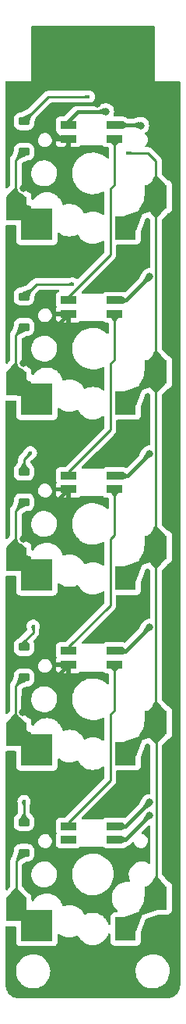
<source format=gbl>
G04 #@! TF.GenerationSoftware,KiCad,Pcbnew,7.0.8*
G04 #@! TF.CreationDate,2023-10-21T22:23:38-07:00*
G04 #@! TF.ProjectId,Seismos_5-Key,53656973-6d6f-4735-9f35-2d4b65792e6b,rev?*
G04 #@! TF.SameCoordinates,Original*
G04 #@! TF.FileFunction,Copper,L2,Bot*
G04 #@! TF.FilePolarity,Positive*
%FSLAX46Y46*%
G04 Gerber Fmt 4.6, Leading zero omitted, Abs format (unit mm)*
G04 Created by KiCad (PCBNEW 7.0.8) date 2023-10-21 22:23:38*
%MOMM*%
%LPD*%
G01*
G04 APERTURE LIST*
G04 Aperture macros list*
%AMRoundRect*
0 Rectangle with rounded corners*
0 $1 Rounding radius*
0 $2 $3 $4 $5 $6 $7 $8 $9 X,Y pos of 4 corners*
0 Add a 4 corners polygon primitive as box body*
4,1,4,$2,$3,$4,$5,$6,$7,$8,$9,$2,$3,0*
0 Add four circle primitives for the rounded corners*
1,1,$1+$1,$2,$3*
1,1,$1+$1,$4,$5*
1,1,$1+$1,$6,$7*
1,1,$1+$1,$8,$9*
0 Add four rect primitives between the rounded corners*
20,1,$1+$1,$2,$3,$4,$5,0*
20,1,$1+$1,$4,$5,$6,$7,0*
20,1,$1+$1,$6,$7,$8,$9,0*
20,1,$1+$1,$8,$9,$2,$3,0*%
G04 Aperture macros list end*
G04 #@! TA.AperFunction,SMDPad,CuDef*
%ADD10R,1.750000X0.812800*%
G04 #@! TD*
G04 #@! TA.AperFunction,SMDPad,CuDef*
%ADD11R,2.300000X2.600000*%
G04 #@! TD*
G04 #@! TA.AperFunction,SMDPad,CuDef*
%ADD12R,3.500000X3.500000*%
G04 #@! TD*
G04 #@! TA.AperFunction,SMDPad,CuDef*
%ADD13R,2.400000X2.600000*%
G04 #@! TD*
G04 #@! TA.AperFunction,SMDPad,CuDef*
%ADD14RoundRect,0.225000X-0.375000X0.225000X-0.375000X-0.225000X0.375000X-0.225000X0.375000X0.225000X0*%
G04 #@! TD*
G04 #@! TA.AperFunction,ViaPad*
%ADD15C,0.800000*%
G04 #@! TD*
G04 #@! TA.AperFunction,ViaPad*
%ADD16C,0.400000*%
G04 #@! TD*
G04 #@! TA.AperFunction,Conductor*
%ADD17C,0.254000*%
G04 #@! TD*
G04 #@! TA.AperFunction,Conductor*
%ADD18C,0.381000*%
G04 #@! TD*
G04 APERTURE END LIST*
D10*
X49378000Y-54754900D03*
D11*
X38660000Y-63800000D03*
X50560000Y-65900000D03*
D10*
X44348100Y-54754900D03*
X49378000Y-56253500D03*
X44348100Y-56253500D03*
D12*
X40910000Y-65515000D03*
D13*
X53860000Y-62540000D03*
D10*
X49378000Y-35754900D03*
D11*
X38660000Y-44800000D03*
X50560000Y-46900000D03*
D10*
X44348100Y-35754900D03*
X49378000Y-37253500D03*
X44348100Y-37253500D03*
D12*
X40910000Y-46515000D03*
D13*
X53860000Y-43540000D03*
D10*
X49378000Y-73754900D03*
D11*
X38660000Y-82800000D03*
X50560000Y-84900000D03*
D10*
X44348100Y-73754900D03*
X49378000Y-75253500D03*
X44348100Y-75253500D03*
D12*
X40910000Y-84515000D03*
D13*
X53860000Y-81540000D03*
D10*
X49378000Y-92754900D03*
D11*
X38660000Y-101800000D03*
X50560000Y-103900000D03*
D10*
X44348100Y-92754900D03*
X49378000Y-94253500D03*
X44348100Y-94253500D03*
D12*
X40910000Y-103515000D03*
D13*
X53860000Y-100540000D03*
D10*
X49378000Y-111754900D03*
D11*
X38660000Y-120800000D03*
X50560000Y-122900000D03*
D10*
X44348100Y-111754900D03*
X49378000Y-113253500D03*
X44348100Y-113253500D03*
D12*
X40910000Y-122515000D03*
D13*
X53860000Y-119540000D03*
D14*
X39500000Y-54350000D03*
X39500000Y-57650000D03*
X39500000Y-92350000D03*
X39500000Y-95650000D03*
X39500000Y-35350000D03*
X39500000Y-38650000D03*
X39500000Y-111350000D03*
X39500000Y-114650000D03*
X39500000Y-73350000D03*
X39500000Y-76650000D03*
D15*
X39500000Y-113000000D03*
X51400000Y-52100000D03*
X51400000Y-109100000D03*
X47500000Y-33500000D03*
X47000000Y-26810000D03*
X51400000Y-71100000D03*
X51400000Y-90100000D03*
X39400000Y-42600000D03*
X39400000Y-61600000D03*
X39400000Y-80600000D03*
X39326500Y-99400000D03*
D16*
X46500000Y-32700000D03*
X44800000Y-53000000D03*
X40200000Y-71300000D03*
X40500000Y-90100000D03*
D15*
X48400000Y-34300000D03*
D16*
X50800000Y-38800000D03*
D15*
X53160500Y-90200000D03*
X52200000Y-35800000D03*
X53160500Y-52200000D03*
X53160500Y-71400000D03*
X53160500Y-109200000D03*
X53160500Y-110600000D03*
D16*
X39500000Y-109100000D03*
D17*
X38600000Y-39550000D02*
X38600000Y-44205000D01*
X39500000Y-38650000D02*
X38600000Y-39550000D01*
X38600000Y-44205000D02*
X40910000Y-46515000D01*
X38600000Y-58550000D02*
X38600000Y-63205000D01*
X38600000Y-63205000D02*
X40910000Y-65515000D01*
X39500000Y-57650000D02*
X38600000Y-58550000D01*
X39500000Y-76650000D02*
X38600000Y-77550000D01*
X38600000Y-77550000D02*
X38600000Y-82205000D01*
X38600000Y-82205000D02*
X40910000Y-84515000D01*
X38600000Y-101205000D02*
X40910000Y-103515000D01*
X38600000Y-96550000D02*
X38600000Y-101205000D01*
X39500000Y-95650000D02*
X38600000Y-96550000D01*
X49378000Y-42172000D02*
X48877000Y-42673000D01*
X49378000Y-37253500D02*
X49378000Y-42172000D01*
X44348100Y-54348500D02*
X44348100Y-54754900D01*
X48877000Y-42673000D02*
X48877000Y-49819600D01*
X48877000Y-49819600D02*
X44348100Y-54348500D01*
D18*
X41050000Y-77025000D02*
X39400000Y-78675000D01*
X44100000Y-33500000D02*
X42500000Y-35100000D01*
X44348100Y-37851900D02*
X43175000Y-39025000D01*
X39326500Y-97748500D02*
X41050000Y-96025000D01*
X43175000Y-39025000D02*
X41050000Y-39025000D01*
X39400000Y-59675000D02*
X39400000Y-61400000D01*
X39326500Y-99400000D02*
X39326500Y-97748500D01*
X41050000Y-58025000D02*
X39400000Y-59675000D01*
X42576600Y-58025000D02*
X41050000Y-58025000D01*
X44348100Y-37253500D02*
X44348100Y-37851900D01*
X42500000Y-35100000D02*
X42500000Y-36280400D01*
X42500000Y-36280400D02*
X43473100Y-37253500D01*
X43473100Y-37253500D02*
X44348100Y-37253500D01*
X42576600Y-77025000D02*
X41050000Y-77025000D01*
X41050000Y-96025000D02*
X42576600Y-96025000D01*
X39400000Y-78675000D02*
X39400000Y-80400000D01*
X39400000Y-40675000D02*
X39400000Y-42400000D01*
X44348100Y-56253500D02*
X42576600Y-58025000D01*
X41050000Y-39025000D02*
X39400000Y-40675000D01*
X47500000Y-33500000D02*
X44100000Y-33500000D01*
X44348100Y-75253500D02*
X42576600Y-77025000D01*
X42576600Y-96025000D02*
X44348100Y-94253500D01*
D17*
X44348100Y-73348500D02*
X44348100Y-73754900D01*
X49378000Y-56253500D02*
X49378000Y-61172000D01*
X49378000Y-61172000D02*
X48877000Y-61673000D01*
X48877000Y-61673000D02*
X48877000Y-68819600D01*
X48877000Y-68819600D02*
X44348100Y-73348500D01*
X44348100Y-92348500D02*
X44348100Y-92754900D01*
X48877000Y-80673000D02*
X48877000Y-87819600D01*
X48877000Y-87819600D02*
X44348100Y-92348500D01*
X49378000Y-80172000D02*
X48877000Y-80673000D01*
X49378000Y-75253500D02*
X49378000Y-80172000D01*
X42150000Y-32700000D02*
X39500000Y-35350000D01*
X46500000Y-32700000D02*
X42150000Y-32700000D01*
X39500000Y-54350000D02*
X40850000Y-53000000D01*
X40850000Y-53000000D02*
X44800000Y-53000000D01*
X39500000Y-72000000D02*
X40200000Y-71300000D01*
X39500000Y-73350000D02*
X39500000Y-72000000D01*
X40500000Y-90750000D02*
X39500000Y-91750000D01*
X39500000Y-91750000D02*
X39500000Y-92350000D01*
X40500000Y-90100000D02*
X40500000Y-90750000D01*
D18*
X48400000Y-34300000D02*
X45396600Y-34300000D01*
X44348100Y-35348500D02*
X44348100Y-35754900D01*
X45396600Y-34300000D02*
X44348100Y-35348500D01*
D17*
X50560000Y-122840000D02*
X50560000Y-122900000D01*
X53860000Y-62540000D02*
X53860000Y-81540000D01*
X53860000Y-100600000D02*
X50560000Y-103900000D01*
X53860000Y-43540000D02*
X53860000Y-62540000D01*
X53860000Y-62600000D02*
X50560000Y-65900000D01*
X53860000Y-81600000D02*
X50560000Y-84900000D01*
X50800000Y-38800000D02*
X53000000Y-38800000D01*
X53860000Y-39660000D02*
X53860000Y-43540000D01*
X53860000Y-43600000D02*
X50560000Y-46900000D01*
X53000000Y-38800000D02*
X53860000Y-39660000D01*
X53887500Y-100567500D02*
X53887500Y-119512500D01*
X53887500Y-119512500D02*
X53860000Y-119540000D01*
X53860000Y-100540000D02*
X53860000Y-81540000D01*
X53860000Y-100540000D02*
X53860000Y-100600000D01*
X53860000Y-100540000D02*
X53887500Y-100567500D01*
X53860000Y-81540000D02*
X53860000Y-81600000D01*
X53860000Y-119540000D02*
X50560000Y-122840000D01*
D18*
X53160500Y-109200000D02*
X50560500Y-111800000D01*
X52154900Y-35754900D02*
X49378000Y-35754900D01*
X50760500Y-73800000D02*
X49400000Y-73800000D01*
X50605600Y-54754900D02*
X49378000Y-54754900D01*
X52200000Y-35800000D02*
X52154900Y-35754900D01*
X53160500Y-52200000D02*
X50605600Y-54754900D01*
X50560500Y-92800000D02*
X49400000Y-92800000D01*
X50560500Y-111800000D02*
X49400000Y-111800000D01*
X53160500Y-71400000D02*
X50760500Y-73800000D01*
X53160500Y-90200000D02*
X50560500Y-92800000D01*
X53160500Y-110600000D02*
X50507000Y-113253500D01*
X50507000Y-113253500D02*
X49378000Y-113253500D01*
D17*
X39500000Y-111350000D02*
X39500000Y-109100000D01*
X38660000Y-120800000D02*
X38660000Y-115490000D01*
X38660000Y-115490000D02*
X39500000Y-114650000D01*
X49378000Y-99172000D02*
X48877000Y-99673000D01*
X48877000Y-99673000D02*
X48877000Y-106819600D01*
X49378000Y-94253500D02*
X49378000Y-99172000D01*
X44348100Y-111348500D02*
X44348100Y-111754900D01*
X48877000Y-106819600D02*
X44348100Y-111348500D01*
G04 #@! TA.AperFunction,Conductor*
G36*
X53642539Y-25020185D02*
G01*
X53688294Y-25072989D01*
X53699500Y-25124500D01*
X53699500Y-30975467D01*
X53699416Y-30975889D01*
X53699459Y-31000001D01*
X53699500Y-31000099D01*
X53699616Y-31000382D01*
X53699618Y-31000384D01*
X53699808Y-31000462D01*
X53700000Y-31000541D01*
X53700002Y-31000539D01*
X53724616Y-31000524D01*
X53724616Y-31000528D01*
X53724760Y-31000500D01*
X56375500Y-31000500D01*
X56442539Y-31020185D01*
X56488294Y-31072989D01*
X56499500Y-31124500D01*
X56499500Y-128937121D01*
X56499342Y-128941547D01*
X56494687Y-129006603D01*
X56482856Y-129156385D01*
X56481631Y-129164692D01*
X56461691Y-129256354D01*
X56432960Y-129376020D01*
X56430762Y-129383219D01*
X56395594Y-129477504D01*
X56350781Y-129585691D01*
X56347915Y-129591682D01*
X56299029Y-129681211D01*
X56297476Y-129683892D01*
X56238121Y-129780752D01*
X56234889Y-129785515D01*
X56173121Y-129868029D01*
X56170633Y-129871140D01*
X56097464Y-129956814D01*
X56094158Y-129960390D01*
X56021035Y-130033516D01*
X56017459Y-130036822D01*
X55931794Y-130109990D01*
X55928683Y-130112479D01*
X55846152Y-130174265D01*
X55841389Y-130177498D01*
X55744564Y-130236836D01*
X55741882Y-130238389D01*
X55652335Y-130287290D01*
X55646344Y-130290156D01*
X55538171Y-130334969D01*
X55443871Y-130370146D01*
X55436672Y-130372344D01*
X55357168Y-130391436D01*
X55316997Y-130401082D01*
X55225384Y-130421015D01*
X55217061Y-130422243D01*
X55061300Y-130434511D01*
X55029511Y-130436787D01*
X55003033Y-130438682D01*
X54998624Y-130438840D01*
X39002217Y-130438840D01*
X38997791Y-130438682D01*
X38927771Y-130433673D01*
X38783790Y-130422379D01*
X38775449Y-130421150D01*
X38677521Y-130399847D01*
X38564251Y-130372652D01*
X38557058Y-130370456D01*
X38499058Y-130348823D01*
X38458702Y-130333770D01*
X38354636Y-130290663D01*
X38348645Y-130287796D01*
X38258165Y-130238389D01*
X38256031Y-130237223D01*
X38253359Y-130235677D01*
X38159647Y-130178247D01*
X38154885Y-130175016D01*
X38069847Y-130111355D01*
X38066735Y-130108866D01*
X37983620Y-130037875D01*
X37980045Y-130034570D01*
X37927288Y-129981813D01*
X37904770Y-129959295D01*
X37901491Y-129955746D01*
X37830479Y-129872599D01*
X37828024Y-129869530D01*
X37764339Y-129784452D01*
X37761114Y-129779697D01*
X37703669Y-129685949D01*
X37702163Y-129683349D01*
X37651572Y-129590691D01*
X37648710Y-129584711D01*
X37605610Y-129480648D01*
X37599791Y-129465046D01*
X37568923Y-129382277D01*
X37566729Y-129375089D01*
X37539534Y-129261796D01*
X37518231Y-129163853D01*
X37517008Y-129155552D01*
X37506142Y-129017438D01*
X37500658Y-128940707D01*
X37500500Y-128936285D01*
X37500500Y-127567763D01*
X38645787Y-127567763D01*
X38675413Y-127837013D01*
X38675415Y-127837024D01*
X38743926Y-128099082D01*
X38743928Y-128099088D01*
X38849870Y-128348390D01*
X38921998Y-128466575D01*
X38990979Y-128579605D01*
X38990986Y-128579615D01*
X39164253Y-128787819D01*
X39164259Y-128787824D01*
X39365998Y-128968582D01*
X39591910Y-129118044D01*
X39837176Y-129233020D01*
X39837183Y-129233022D01*
X39837185Y-129233023D01*
X40096557Y-129311057D01*
X40096564Y-129311058D01*
X40096569Y-129311060D01*
X40364561Y-129350500D01*
X40364566Y-129350500D01*
X40567636Y-129350500D01*
X40619133Y-129346730D01*
X40770156Y-129335677D01*
X40882758Y-129310593D01*
X41034546Y-129276782D01*
X41034548Y-129276781D01*
X41034553Y-129276780D01*
X41287558Y-129180014D01*
X41523777Y-129047441D01*
X41738177Y-128881888D01*
X41926186Y-128686881D01*
X42083799Y-128466579D01*
X42157787Y-128322669D01*
X42207649Y-128225690D01*
X42207651Y-128225684D01*
X42207656Y-128225675D01*
X42295118Y-127969305D01*
X42344319Y-127702933D01*
X42349259Y-127567763D01*
X51645787Y-127567763D01*
X51675413Y-127837013D01*
X51675415Y-127837024D01*
X51743926Y-128099082D01*
X51743928Y-128099088D01*
X51849870Y-128348390D01*
X51921998Y-128466575D01*
X51990979Y-128579605D01*
X51990986Y-128579615D01*
X52164253Y-128787819D01*
X52164259Y-128787824D01*
X52365998Y-128968582D01*
X52591910Y-129118044D01*
X52837176Y-129233020D01*
X52837183Y-129233022D01*
X52837185Y-129233023D01*
X53096557Y-129311057D01*
X53096564Y-129311058D01*
X53096569Y-129311060D01*
X53364561Y-129350500D01*
X53364566Y-129350500D01*
X53567636Y-129350500D01*
X53619133Y-129346730D01*
X53770156Y-129335677D01*
X53882758Y-129310593D01*
X54034546Y-129276782D01*
X54034548Y-129276781D01*
X54034553Y-129276780D01*
X54287558Y-129180014D01*
X54523777Y-129047441D01*
X54738177Y-128881888D01*
X54926186Y-128686881D01*
X55083799Y-128466579D01*
X55157787Y-128322669D01*
X55207649Y-128225690D01*
X55207651Y-128225684D01*
X55207656Y-128225675D01*
X55295118Y-127969305D01*
X55344319Y-127702933D01*
X55354212Y-127432235D01*
X55324586Y-127162982D01*
X55256072Y-126900912D01*
X55150130Y-126651610D01*
X55009018Y-126420390D01*
X54919747Y-126313119D01*
X54835746Y-126212180D01*
X54835740Y-126212175D01*
X54634002Y-126031418D01*
X54408092Y-125881957D01*
X54408090Y-125881956D01*
X54162824Y-125766980D01*
X54162819Y-125766978D01*
X54162814Y-125766976D01*
X53903442Y-125688942D01*
X53903428Y-125688939D01*
X53787791Y-125671921D01*
X53635439Y-125649500D01*
X53432369Y-125649500D01*
X53432364Y-125649500D01*
X53229844Y-125664323D01*
X53229831Y-125664325D01*
X52965453Y-125723217D01*
X52965446Y-125723220D01*
X52712439Y-125819987D01*
X52476226Y-125952557D01*
X52261822Y-126118112D01*
X52073822Y-126313109D01*
X52073816Y-126313116D01*
X51916202Y-126533419D01*
X51916199Y-126533424D01*
X51792350Y-126774309D01*
X51792343Y-126774327D01*
X51704884Y-127030685D01*
X51704881Y-127030699D01*
X51655681Y-127297068D01*
X51655680Y-127297075D01*
X51645787Y-127567763D01*
X42349259Y-127567763D01*
X42354212Y-127432235D01*
X42324586Y-127162982D01*
X42256072Y-126900912D01*
X42150130Y-126651610D01*
X42009018Y-126420390D01*
X41919747Y-126313119D01*
X41835746Y-126212180D01*
X41835740Y-126212175D01*
X41634002Y-126031418D01*
X41408092Y-125881957D01*
X41408090Y-125881956D01*
X41162824Y-125766980D01*
X41162819Y-125766978D01*
X41162814Y-125766976D01*
X40903442Y-125688942D01*
X40903428Y-125688939D01*
X40787791Y-125671921D01*
X40635439Y-125649500D01*
X40432369Y-125649500D01*
X40432364Y-125649500D01*
X40229844Y-125664323D01*
X40229831Y-125664325D01*
X39965453Y-125723217D01*
X39965446Y-125723220D01*
X39712439Y-125819987D01*
X39476226Y-125952557D01*
X39261822Y-126118112D01*
X39073822Y-126313109D01*
X39073816Y-126313116D01*
X38916202Y-126533419D01*
X38916199Y-126533424D01*
X38792350Y-126774309D01*
X38792343Y-126774327D01*
X38704884Y-127030685D01*
X38704881Y-127030699D01*
X38655681Y-127297068D01*
X38655680Y-127297075D01*
X38645787Y-127567763D01*
X37500500Y-127567763D01*
X37500500Y-122732500D01*
X37520185Y-122665461D01*
X37572989Y-122619706D01*
X37624500Y-122608500D01*
X38527500Y-122608500D01*
X38594539Y-122628185D01*
X38640294Y-122680989D01*
X38651500Y-122732500D01*
X38651500Y-124313654D01*
X38658011Y-124374202D01*
X38658011Y-124374204D01*
X38698057Y-124481567D01*
X38709111Y-124511204D01*
X38796739Y-124628261D01*
X38913796Y-124715889D01*
X39050799Y-124766989D01*
X39078050Y-124769918D01*
X39111345Y-124773499D01*
X39111362Y-124773500D01*
X42708638Y-124773500D01*
X42708654Y-124773499D01*
X42735692Y-124770591D01*
X42769201Y-124766989D01*
X42906204Y-124715889D01*
X43023261Y-124628261D01*
X43110889Y-124511204D01*
X43161989Y-124374201D01*
X43165591Y-124340692D01*
X43168499Y-124313654D01*
X43168500Y-124313637D01*
X43168500Y-123546524D01*
X43188185Y-123479485D01*
X43240989Y-123433730D01*
X43310147Y-123423786D01*
X43369810Y-123449575D01*
X43471143Y-123530386D01*
X43698357Y-123661568D01*
X43942584Y-123757420D01*
X44198370Y-123815802D01*
X44198376Y-123815802D01*
X44198379Y-123815803D01*
X44394500Y-123830500D01*
X44394506Y-123830500D01*
X44525500Y-123830500D01*
X44721620Y-123815803D01*
X44721622Y-123815802D01*
X44721630Y-123815802D01*
X44977416Y-123757420D01*
X45221643Y-123661568D01*
X45221646Y-123661566D01*
X45221647Y-123661566D01*
X45264118Y-123637045D01*
X45332018Y-123620571D01*
X45398045Y-123643423D01*
X45437839Y-123690630D01*
X45479767Y-123777695D01*
X45479768Y-123777697D01*
X45479770Y-123777700D01*
X45479772Y-123777704D01*
X45505747Y-123815802D01*
X45627567Y-123994479D01*
X45806014Y-124186801D01*
X45806018Y-124186804D01*
X45806019Y-124186805D01*
X46011143Y-124350386D01*
X46238357Y-124481568D01*
X46482584Y-124577420D01*
X46738370Y-124635802D01*
X46738376Y-124635802D01*
X46738379Y-124635803D01*
X46934500Y-124650500D01*
X46934506Y-124650500D01*
X47065500Y-124650500D01*
X47261620Y-124635803D01*
X47261622Y-124635802D01*
X47261630Y-124635802D01*
X47517416Y-124577420D01*
X47761643Y-124481568D01*
X47988857Y-124350386D01*
X48193981Y-124186805D01*
X48372433Y-123994479D01*
X48520228Y-123777704D01*
X48634063Y-123541323D01*
X48659010Y-123460446D01*
X48697579Y-123402189D01*
X48761524Y-123374032D01*
X48830541Y-123384915D01*
X48882717Y-123431383D01*
X48901500Y-123496998D01*
X48901500Y-124248654D01*
X48908011Y-124309202D01*
X48908011Y-124309204D01*
X48932255Y-124374202D01*
X48959111Y-124446204D01*
X49046739Y-124563261D01*
X49163796Y-124650889D01*
X49300799Y-124701989D01*
X49328050Y-124704918D01*
X49361345Y-124708499D01*
X49361362Y-124708500D01*
X51758638Y-124708500D01*
X51758654Y-124708499D01*
X51785692Y-124705591D01*
X51819201Y-124701989D01*
X51956204Y-124650889D01*
X52073261Y-124563261D01*
X52160889Y-124446204D01*
X52210334Y-124313638D01*
X52211988Y-124309204D01*
X52211988Y-124309203D01*
X52211989Y-124309201D01*
X52215591Y-124275692D01*
X52218499Y-124248654D01*
X52218500Y-124248637D01*
X52218500Y-123281182D01*
X52226726Y-123236770D01*
X52749758Y-121873335D01*
X52792148Y-121817794D01*
X52823444Y-121801109D01*
X54057476Y-121355859D01*
X54099561Y-121348500D01*
X55108638Y-121348500D01*
X55108654Y-121348499D01*
X55135692Y-121345591D01*
X55169201Y-121341989D01*
X55306204Y-121290889D01*
X55423261Y-121203261D01*
X55510889Y-121086204D01*
X55561989Y-120949201D01*
X55565591Y-120915692D01*
X55568499Y-120888654D01*
X55568500Y-120888637D01*
X55568500Y-118191362D01*
X55568499Y-118191345D01*
X55565157Y-118160270D01*
X55561989Y-118130799D01*
X55510889Y-117993796D01*
X55423261Y-117876739D01*
X55306204Y-117789111D01*
X55169204Y-117738011D01*
X55164802Y-117737538D01*
X55100252Y-117710798D01*
X55084099Y-117695162D01*
X54553037Y-117078450D01*
X54524208Y-117014805D01*
X54523000Y-116997537D01*
X54523000Y-103082461D01*
X54542685Y-103015422D01*
X54553033Y-103001552D01*
X55084099Y-102384836D01*
X55142758Y-102346882D01*
X55164811Y-102342461D01*
X55169202Y-102341989D01*
X55237702Y-102316439D01*
X55306204Y-102290889D01*
X55423261Y-102203261D01*
X55510889Y-102086204D01*
X55561989Y-101949201D01*
X55565591Y-101915692D01*
X55568499Y-101888654D01*
X55568500Y-101888637D01*
X55568500Y-99191362D01*
X55568499Y-99191345D01*
X55565157Y-99160270D01*
X55561989Y-99130799D01*
X55510889Y-98993796D01*
X55423261Y-98876739D01*
X55306204Y-98789111D01*
X55169203Y-98738011D01*
X55144838Y-98735391D01*
X55080287Y-98708651D01*
X55064684Y-98693651D01*
X54526088Y-98076702D01*
X54496828Y-98013254D01*
X54495500Y-97995153D01*
X54495500Y-84084845D01*
X54515185Y-84017806D01*
X54526088Y-84003296D01*
X54602701Y-83915538D01*
X55064684Y-83386346D01*
X55123600Y-83348792D01*
X55144831Y-83344608D01*
X55169201Y-83341989D01*
X55306204Y-83290889D01*
X55423261Y-83203261D01*
X55510889Y-83086204D01*
X55561989Y-82949201D01*
X55565591Y-82915692D01*
X55568499Y-82888654D01*
X55568500Y-82888637D01*
X55568500Y-80191362D01*
X55568499Y-80191345D01*
X55565157Y-80160270D01*
X55561989Y-80130799D01*
X55510889Y-79993796D01*
X55423261Y-79876739D01*
X55306204Y-79789111D01*
X55169203Y-79738011D01*
X55144838Y-79735391D01*
X55080287Y-79708651D01*
X55064684Y-79693651D01*
X54526088Y-79076702D01*
X54496828Y-79013254D01*
X54495500Y-78995153D01*
X54495500Y-65084845D01*
X54515185Y-65017806D01*
X54526088Y-65003296D01*
X54602701Y-64915538D01*
X55064684Y-64386346D01*
X55123600Y-64348792D01*
X55144831Y-64344608D01*
X55169201Y-64341989D01*
X55306204Y-64290889D01*
X55423261Y-64203261D01*
X55510889Y-64086204D01*
X55561989Y-63949201D01*
X55565591Y-63915692D01*
X55568499Y-63888654D01*
X55568500Y-63888637D01*
X55568500Y-61191362D01*
X55568499Y-61191345D01*
X55565157Y-61160270D01*
X55561989Y-61130799D01*
X55510889Y-60993796D01*
X55423261Y-60876739D01*
X55306204Y-60789111D01*
X55169203Y-60738011D01*
X55144838Y-60735391D01*
X55080287Y-60708651D01*
X55064684Y-60693651D01*
X54526088Y-60076702D01*
X54496828Y-60013254D01*
X54495500Y-59995153D01*
X54495500Y-46084845D01*
X54515185Y-46017806D01*
X54526088Y-46003296D01*
X54602701Y-45915538D01*
X55064684Y-45386346D01*
X55123600Y-45348792D01*
X55144831Y-45344608D01*
X55169201Y-45341989D01*
X55306204Y-45290889D01*
X55423261Y-45203261D01*
X55510889Y-45086204D01*
X55561989Y-44949201D01*
X55565591Y-44915692D01*
X55568499Y-44888654D01*
X55568500Y-44888637D01*
X55568500Y-42191362D01*
X55568499Y-42191345D01*
X55565157Y-42160270D01*
X55561989Y-42130799D01*
X55510889Y-41993796D01*
X55423261Y-41876739D01*
X55306204Y-41789111D01*
X55169203Y-41738011D01*
X55144838Y-41735391D01*
X55080287Y-41708651D01*
X55064684Y-41693651D01*
X54526088Y-41076702D01*
X54496828Y-41013254D01*
X54495500Y-40995153D01*
X54495500Y-39743851D01*
X54497242Y-39728069D01*
X54496975Y-39728044D01*
X54497707Y-39720288D01*
X54497709Y-39720281D01*
X54495500Y-39649996D01*
X54495500Y-39620017D01*
X54494610Y-39612982D01*
X54494153Y-39607164D01*
X54492665Y-39559795D01*
X54486941Y-39540093D01*
X54482997Y-39521049D01*
X54480427Y-39500701D01*
X54462973Y-39456618D01*
X54461098Y-39451142D01*
X54447869Y-39405607D01*
X54447868Y-39405606D01*
X54447868Y-39405604D01*
X54437428Y-39387952D01*
X54428869Y-39370482D01*
X54421319Y-39351412D01*
X54393468Y-39313080D01*
X54390261Y-39308197D01*
X54369609Y-39273277D01*
X54366135Y-39267402D01*
X54366133Y-39267400D01*
X54366128Y-39267394D01*
X54351633Y-39252899D01*
X54338995Y-39238103D01*
X54333006Y-39229860D01*
X54326942Y-39221513D01*
X54290422Y-39191301D01*
X54286100Y-39187367D01*
X53508658Y-38409925D01*
X53498732Y-38397535D01*
X53498525Y-38397707D01*
X53493552Y-38391696D01*
X53442306Y-38343573D01*
X53421097Y-38322363D01*
X53415492Y-38318015D01*
X53411046Y-38314218D01*
X53376509Y-38281785D01*
X53376501Y-38281780D01*
X53358540Y-38271906D01*
X53342274Y-38261222D01*
X53326064Y-38248648D01*
X53282571Y-38229827D01*
X53277323Y-38227256D01*
X53235805Y-38204432D01*
X53235804Y-38204431D01*
X53235803Y-38204431D01*
X53215937Y-38199330D01*
X53197538Y-38193030D01*
X53178709Y-38184883D01*
X53178708Y-38184882D01*
X53131902Y-38177469D01*
X53126181Y-38176284D01*
X53080283Y-38164500D01*
X53080282Y-38164500D01*
X53059774Y-38164500D01*
X53040376Y-38162973D01*
X53029769Y-38161293D01*
X53020122Y-38159765D01*
X53020121Y-38159764D01*
X52972939Y-38164225D01*
X52967101Y-38164500D01*
X52803083Y-38164500D01*
X52736044Y-38144815D01*
X52690289Y-38092011D01*
X52680345Y-38022853D01*
X52709370Y-37959297D01*
X52712889Y-37955406D01*
X52826089Y-37835421D01*
X52826088Y-37835421D01*
X52826092Y-37835418D01*
X52913812Y-37683481D01*
X52964130Y-37515410D01*
X52974331Y-37340265D01*
X52943865Y-37167489D01*
X52874377Y-37006396D01*
X52769610Y-36865670D01*
X52769609Y-36865669D01*
X52663458Y-36776597D01*
X52624756Y-36718426D01*
X52623648Y-36648565D01*
X52660485Y-36589195D01*
X52670279Y-36581290D01*
X52748359Y-36524561D01*
X52811253Y-36478866D01*
X52939040Y-36336944D01*
X53034527Y-36171556D01*
X53093542Y-35989928D01*
X53113504Y-35800000D01*
X53093542Y-35610072D01*
X53034527Y-35428444D01*
X52939040Y-35263056D01*
X52811253Y-35121134D01*
X52656752Y-35008882D01*
X52482288Y-34931206D01*
X52482286Y-34931205D01*
X52295487Y-34891500D01*
X52104513Y-34891500D01*
X51917713Y-34931205D01*
X51911533Y-34933213D01*
X51911356Y-34932668D01*
X51897692Y-34937083D01*
X51344428Y-35053254D01*
X51318947Y-35055900D01*
X50827637Y-35055900D01*
X50769462Y-35041406D01*
X50508669Y-34902859D01*
X50507009Y-34901806D01*
X50506982Y-34901857D01*
X50497251Y-34896545D01*
X50494215Y-34895180D01*
X50491308Y-34893636D01*
X50475526Y-34885931D01*
X50466065Y-34881705D01*
X50380685Y-34852273D01*
X50377537Y-34851580D01*
X50369196Y-34849119D01*
X50362202Y-34846511D01*
X50301638Y-34840000D01*
X50262861Y-34840000D01*
X50256607Y-34839683D01*
X50246645Y-34838672D01*
X50235273Y-34837518D01*
X50226330Y-34837892D01*
X50226329Y-34837892D01*
X50217430Y-34838742D01*
X50207202Y-34839719D01*
X50201308Y-34840000D01*
X49350468Y-34840000D01*
X49283429Y-34820315D01*
X49237674Y-34767511D01*
X49227730Y-34698353D01*
X49232537Y-34677682D01*
X49251835Y-34618285D01*
X49293542Y-34489928D01*
X49313504Y-34300000D01*
X49293542Y-34110072D01*
X49234527Y-33928444D01*
X49139040Y-33763056D01*
X49011253Y-33621134D01*
X48856752Y-33508882D01*
X48682288Y-33431206D01*
X48682286Y-33431205D01*
X48495487Y-33391500D01*
X48304513Y-33391500D01*
X48117713Y-33431205D01*
X48117700Y-33431210D01*
X48113081Y-33433266D01*
X48095740Y-33439486D01*
X47583308Y-33581315D01*
X47528417Y-33596507D01*
X47495342Y-33601000D01*
X46810940Y-33601000D01*
X46743901Y-33581315D01*
X46698146Y-33528511D01*
X46688202Y-33459353D01*
X46717227Y-33395797D01*
X46753311Y-33367205D01*
X46905430Y-33287367D01*
X47034215Y-33173273D01*
X47131954Y-33031675D01*
X47192965Y-32870801D01*
X47213704Y-32700000D01*
X47192965Y-32529199D01*
X47131954Y-32368325D01*
X47034215Y-32226727D01*
X47034213Y-32226725D01*
X47034210Y-32226722D01*
X46905432Y-32112634D01*
X46753079Y-32032673D01*
X46586028Y-31991500D01*
X46413972Y-31991500D01*
X46413968Y-31991500D01*
X46386643Y-31998235D01*
X46381136Y-31999592D01*
X46377438Y-32000385D01*
X46037170Y-32062485D01*
X46014907Y-32064500D01*
X42233852Y-32064500D01*
X42218069Y-32062757D01*
X42218044Y-32063025D01*
X42210282Y-32062291D01*
X42210281Y-32062291D01*
X42139997Y-32064500D01*
X42110017Y-32064500D01*
X42110014Y-32064500D01*
X42109999Y-32064501D01*
X42102981Y-32065387D01*
X42097164Y-32065845D01*
X42049800Y-32067334D01*
X42049794Y-32067335D01*
X42030093Y-32073058D01*
X42011054Y-32077000D01*
X41990711Y-32079571D01*
X41990703Y-32079572D01*
X41990701Y-32079573D01*
X41990699Y-32079573D01*
X41990693Y-32079575D01*
X41946645Y-32097014D01*
X41941122Y-32098905D01*
X41895609Y-32112130D01*
X41895607Y-32112130D01*
X41895607Y-32112131D01*
X41877948Y-32122573D01*
X41860483Y-32131129D01*
X41841415Y-32138678D01*
X41841414Y-32138679D01*
X41803070Y-32166537D01*
X41798188Y-32169743D01*
X41757398Y-32193868D01*
X41742902Y-32208364D01*
X41728112Y-32220996D01*
X41711515Y-32233054D01*
X41711513Y-32233057D01*
X41681297Y-32269580D01*
X41677365Y-32273901D01*
X39895960Y-34055305D01*
X39860478Y-34080102D01*
X39214308Y-34379978D01*
X39162109Y-34391500D01*
X39076120Y-34391500D01*
X38975663Y-34401764D01*
X38812901Y-34455697D01*
X38812890Y-34455702D01*
X38666963Y-34545712D01*
X38666959Y-34545715D01*
X38545715Y-34666959D01*
X38545712Y-34666963D01*
X38455702Y-34812890D01*
X38455697Y-34812901D01*
X38401764Y-34975663D01*
X38391500Y-35076120D01*
X38391500Y-35623879D01*
X38401764Y-35724336D01*
X38455697Y-35887098D01*
X38455702Y-35887109D01*
X38545712Y-36033036D01*
X38545715Y-36033040D01*
X38666959Y-36154284D01*
X38666963Y-36154287D01*
X38812890Y-36244297D01*
X38812893Y-36244298D01*
X38812899Y-36244302D01*
X38975664Y-36298236D01*
X39076128Y-36308500D01*
X39076133Y-36308500D01*
X39923867Y-36308500D01*
X39923872Y-36308500D01*
X40024336Y-36298236D01*
X40187101Y-36244302D01*
X40333040Y-36154285D01*
X40454285Y-36033040D01*
X40544302Y-35887101D01*
X40598236Y-35724336D01*
X40608500Y-35623872D01*
X40608500Y-35508923D01*
X40615448Y-35467999D01*
X40695407Y-35239297D01*
X40786035Y-34980079D01*
X40815402Y-34933328D01*
X42376914Y-33371819D01*
X42438237Y-33338334D01*
X42464595Y-33335500D01*
X46014914Y-33335500D01*
X46037177Y-33337515D01*
X46133066Y-33355015D01*
X46195482Y-33386416D01*
X46231013Y-33446576D01*
X46228378Y-33516396D01*
X46188414Y-33573708D01*
X46123809Y-33600316D01*
X46110803Y-33601000D01*
X45419600Y-33601000D01*
X45415856Y-33600887D01*
X45354087Y-33597150D01*
X45354083Y-33597151D01*
X45293224Y-33608304D01*
X45289522Y-33608867D01*
X45228088Y-33616327D01*
X45228084Y-33616328D01*
X45218648Y-33619906D01*
X45197052Y-33625927D01*
X45187123Y-33627747D01*
X45187118Y-33627748D01*
X45187118Y-33627749D01*
X45169483Y-33635685D01*
X45130693Y-33653143D01*
X45127234Y-33654576D01*
X45069373Y-33676519D01*
X45069370Y-33676521D01*
X45061062Y-33682256D01*
X45041520Y-33693277D01*
X45032325Y-33697416D01*
X45032323Y-33697417D01*
X45032322Y-33697418D01*
X44983616Y-33735575D01*
X44980601Y-33737794D01*
X44929673Y-33772947D01*
X44929671Y-33772950D01*
X44888644Y-33819258D01*
X44886077Y-33821985D01*
X43904382Y-34803681D01*
X43843059Y-34837166D01*
X43816701Y-34840000D01*
X43424445Y-34840000D01*
X43363897Y-34846511D01*
X43363895Y-34846511D01*
X43226895Y-34897611D01*
X43109839Y-34985239D01*
X43022211Y-35102295D01*
X42971111Y-35239295D01*
X42971111Y-35239297D01*
X42964600Y-35299845D01*
X42964600Y-36209954D01*
X42971111Y-36270502D01*
X42971111Y-36270504D01*
X43022211Y-36407504D01*
X43044276Y-36436979D01*
X43068693Y-36502443D01*
X43053842Y-36570716D01*
X43044278Y-36585598D01*
X43029748Y-36605008D01*
X43029745Y-36605013D01*
X42979503Y-36739720D01*
X42979501Y-36739727D01*
X42973100Y-36799255D01*
X42973100Y-37003500D01*
X44474100Y-37003500D01*
X44541139Y-37023185D01*
X44586894Y-37075989D01*
X44598100Y-37127500D01*
X44598100Y-38159900D01*
X45270928Y-38159900D01*
X45270944Y-38159899D01*
X45330472Y-38153498D01*
X45330479Y-38153496D01*
X45465186Y-38103254D01*
X45465188Y-38103252D01*
X45575555Y-38020633D01*
X45641019Y-37996216D01*
X45649866Y-37995900D01*
X48062052Y-37995900D01*
X48129091Y-38015585D01*
X48136363Y-38020633D01*
X48139737Y-38023159D01*
X48139739Y-38023161D01*
X48256796Y-38110789D01*
X48371297Y-38153496D01*
X48388463Y-38159899D01*
X48393799Y-38161889D01*
X48418086Y-38164500D01*
X48454345Y-38168399D01*
X48454362Y-38168400D01*
X48618500Y-38168400D01*
X48685539Y-38188085D01*
X48731294Y-38240889D01*
X48742500Y-38292400D01*
X48742500Y-39257914D01*
X48722815Y-39324953D01*
X48670011Y-39370708D01*
X48600853Y-39380652D01*
X48537297Y-39351627D01*
X48529368Y-39344120D01*
X48512981Y-39327177D01*
X48492127Y-39310709D01*
X48437287Y-39267402D01*
X48276521Y-39140446D01*
X48276517Y-39140443D01*
X48276515Y-39140442D01*
X48017270Y-38986891D01*
X47739872Y-38869264D01*
X47739863Y-38869261D01*
X47449272Y-38789660D01*
X47374616Y-38779620D01*
X47150653Y-38749500D01*
X46924756Y-38749500D01*
X46924748Y-38749500D01*
X46699368Y-38764587D01*
X46699359Y-38764589D01*
X46404094Y-38824604D01*
X46119464Y-38923439D01*
X46119459Y-38923441D01*
X45850546Y-39059328D01*
X45602125Y-39229860D01*
X45378665Y-39431969D01*
X45184132Y-39662064D01*
X45022006Y-39916030D01*
X45022005Y-39916032D01*
X44906842Y-40164205D01*
X44895177Y-40189342D01*
X44895176Y-40189346D01*
X44805907Y-40477118D01*
X44787133Y-40588419D01*
X44755791Y-40774230D01*
X44746249Y-41059654D01*
X44745723Y-41075373D01*
X44775881Y-41375160D01*
X44775882Y-41375162D01*
X44845728Y-41668252D01*
X44845733Y-41668266D01*
X44954020Y-41949427D01*
X44954024Y-41949436D01*
X45098825Y-42213665D01*
X45098829Y-42213671D01*
X45200593Y-42351786D01*
X45277554Y-42456238D01*
X45487020Y-42672824D01*
X45509139Y-42690291D01*
X45723478Y-42859553D01*
X45723480Y-42859554D01*
X45723485Y-42859558D01*
X45982730Y-43013109D01*
X46260128Y-43130736D01*
X46550729Y-43210340D01*
X46849347Y-43250500D01*
X46849351Y-43250500D01*
X47075252Y-43250500D01*
X47239164Y-43239526D01*
X47300634Y-43235412D01*
X47595903Y-43175396D01*
X47880537Y-43076560D01*
X48011404Y-43010430D01*
X48061575Y-42985078D01*
X48130287Y-42972411D01*
X48194939Y-42998904D01*
X48235005Y-43056144D01*
X48241500Y-43095750D01*
X48241500Y-45393601D01*
X48221815Y-45460640D01*
X48169011Y-45506395D01*
X48099853Y-45516339D01*
X48040188Y-45490549D01*
X47988856Y-45449613D01*
X47761643Y-45318432D01*
X47517421Y-45222582D01*
X47517416Y-45222580D01*
X47517411Y-45222578D01*
X47517402Y-45222576D01*
X47299818Y-45172914D01*
X47261630Y-45164198D01*
X47261629Y-45164197D01*
X47261625Y-45164197D01*
X47261620Y-45164196D01*
X47065500Y-45149500D01*
X47065494Y-45149500D01*
X46934506Y-45149500D01*
X46934500Y-45149500D01*
X46738379Y-45164196D01*
X46738374Y-45164197D01*
X46482597Y-45222576D01*
X46482578Y-45222582D01*
X46238363Y-45318429D01*
X46238357Y-45318432D01*
X46195877Y-45342957D01*
X46127977Y-45359427D01*
X46061951Y-45336574D01*
X46022160Y-45289369D01*
X45980232Y-45202303D01*
X45980231Y-45202302D01*
X45980230Y-45202301D01*
X45980228Y-45202296D01*
X45832433Y-44985521D01*
X45742554Y-44888654D01*
X45653985Y-44793198D01*
X45614533Y-44761736D01*
X45448857Y-44629614D01*
X45221643Y-44498432D01*
X44977416Y-44402580D01*
X44977411Y-44402578D01*
X44977402Y-44402576D01*
X44759818Y-44352914D01*
X44721630Y-44344198D01*
X44721629Y-44344197D01*
X44721625Y-44344197D01*
X44721620Y-44344196D01*
X44525500Y-44329500D01*
X44525494Y-44329500D01*
X44394506Y-44329500D01*
X44394500Y-44329500D01*
X44198379Y-44344196D01*
X44198374Y-44344197D01*
X43942585Y-44402579D01*
X43858890Y-44435426D01*
X43789293Y-44441593D01*
X43727410Y-44409155D01*
X43695098Y-44356547D01*
X43676826Y-44297311D01*
X43634063Y-44158677D01*
X43594461Y-44076442D01*
X43520232Y-43922303D01*
X43520231Y-43922302D01*
X43520230Y-43922301D01*
X43520228Y-43922296D01*
X43372433Y-43705521D01*
X43362441Y-43694753D01*
X43193985Y-43513198D01*
X43116445Y-43451362D01*
X42988857Y-43349614D01*
X42761643Y-43218432D01*
X42517416Y-43122580D01*
X42517411Y-43122578D01*
X42517402Y-43122576D01*
X42299818Y-43072914D01*
X42261630Y-43064198D01*
X42261629Y-43064197D01*
X42261625Y-43064197D01*
X42261620Y-43064196D01*
X42065500Y-43049500D01*
X42065494Y-43049500D01*
X41934506Y-43049500D01*
X41934500Y-43049500D01*
X41738379Y-43064196D01*
X41738374Y-43064197D01*
X41482597Y-43122576D01*
X41482578Y-43122582D01*
X41238356Y-43218432D01*
X41011143Y-43349614D01*
X40806014Y-43513198D01*
X40627567Y-43705520D01*
X40592578Y-43756841D01*
X40544952Y-43826694D01*
X40490925Y-43870995D01*
X40421521Y-43879054D01*
X40358779Y-43848311D01*
X40322617Y-43788527D01*
X40318500Y-43756841D01*
X40318500Y-43451362D01*
X40318499Y-43451345D01*
X40315157Y-43420270D01*
X40311989Y-43390799D01*
X40260889Y-43253796D01*
X40173261Y-43136739D01*
X40102921Y-43084083D01*
X40056206Y-43049112D01*
X40056204Y-43049111D01*
X39919201Y-42998011D01*
X39919196Y-42998010D01*
X39919194Y-42998010D01*
X39907012Y-42996700D01*
X39842461Y-42969961D01*
X39828075Y-42956333D01*
X39741237Y-42859784D01*
X39717011Y-42834624D01*
X39598704Y-42748821D01*
X39598699Y-42748818D01*
X39598695Y-42748815D01*
X39597377Y-42748121D01*
X39591523Y-42745038D01*
X39560017Y-42729796D01*
X39560013Y-42729795D01*
X39419296Y-42690291D01*
X39416919Y-42689978D01*
X39416184Y-42689652D01*
X39414961Y-42689402D01*
X39415015Y-42689135D01*
X39353026Y-42661705D01*
X39314560Y-42603376D01*
X39309140Y-42564675D01*
X39309331Y-42554660D01*
X39305265Y-42534289D01*
X39280719Y-42411329D01*
X39277734Y-42402886D01*
X39277729Y-42402873D01*
X39277729Y-42402872D01*
X39256673Y-42352136D01*
X39256671Y-42352132D01*
X39256440Y-42351786D01*
X39256374Y-42351576D01*
X39253796Y-42346760D01*
X39254709Y-42346271D01*
X39235521Y-42285122D01*
X39235500Y-42282832D01*
X39235500Y-40940346D01*
X40295702Y-40940346D01*
X40305819Y-41178528D01*
X40305819Y-41178532D01*
X40356045Y-41411580D01*
X40440877Y-41622689D01*
X40444936Y-41632790D01*
X40569931Y-41835795D01*
X40727436Y-42014755D01*
X40912920Y-42164523D01*
X41121046Y-42280790D01*
X41306375Y-42346271D01*
X41345829Y-42360211D01*
X41580790Y-42400499D01*
X41580798Y-42400499D01*
X41580800Y-42400500D01*
X41580801Y-42400500D01*
X41759502Y-42400500D01*
X41937536Y-42385347D01*
X41937539Y-42385346D01*
X41937541Y-42385346D01*
X42168249Y-42325275D01*
X42311894Y-42260343D01*
X42385480Y-42227080D01*
X42385481Y-42227078D01*
X42385486Y-42227077D01*
X42583003Y-42093579D01*
X42755118Y-41928621D01*
X42896879Y-41736947D01*
X43004207Y-41524074D01*
X43074016Y-41296123D01*
X43104298Y-41059654D01*
X43094180Y-40821468D01*
X43083999Y-40774230D01*
X43043954Y-40588419D01*
X42955064Y-40367211D01*
X42955064Y-40367210D01*
X42830069Y-40164205D01*
X42672564Y-39985245D01*
X42487080Y-39835477D01*
X42373130Y-39771820D01*
X42278955Y-39719210D01*
X42054170Y-39639788D01*
X41819209Y-39599500D01*
X41819200Y-39599500D01*
X41640503Y-39599500D01*
X41640498Y-39599500D01*
X41462463Y-39614652D01*
X41231751Y-39674724D01*
X41014519Y-39772919D01*
X41014511Y-39772924D01*
X40817006Y-39906413D01*
X40816997Y-39906421D01*
X40644881Y-40071379D01*
X40503123Y-40263050D01*
X40503120Y-40263054D01*
X40395796Y-40475920D01*
X40395793Y-40475926D01*
X40325983Y-40703878D01*
X40295702Y-40940346D01*
X39235500Y-40940346D01*
X39235500Y-39954509D01*
X39255185Y-39887470D01*
X39307299Y-39842032D01*
X39785688Y-39620021D01*
X39837887Y-39608500D01*
X39923867Y-39608500D01*
X39923872Y-39608500D01*
X40024336Y-39598236D01*
X40187101Y-39544302D01*
X40333040Y-39454285D01*
X40454285Y-39333040D01*
X40544302Y-39187101D01*
X40598236Y-39024336D01*
X40608500Y-38923872D01*
X40608500Y-38376128D01*
X40598236Y-38275664D01*
X40544302Y-38112899D01*
X40544298Y-38112893D01*
X40544297Y-38112890D01*
X40454287Y-37966963D01*
X40454284Y-37966959D01*
X40333040Y-37845715D01*
X40333036Y-37845712D01*
X40187109Y-37755702D01*
X40187103Y-37755699D01*
X40187101Y-37755698D01*
X40024336Y-37701764D01*
X39923879Y-37691500D01*
X39923872Y-37691500D01*
X39076128Y-37691500D01*
X39076120Y-37691500D01*
X38975663Y-37701764D01*
X38812901Y-37755697D01*
X38812890Y-37755702D01*
X38666963Y-37845712D01*
X38666959Y-37845715D01*
X38545715Y-37966959D01*
X38545712Y-37966963D01*
X38455702Y-38112890D01*
X38455697Y-38112901D01*
X38401764Y-38275663D01*
X38391500Y-38376120D01*
X38391500Y-38491071D01*
X38384552Y-38531995D01*
X38215495Y-39015533D01*
X38188836Y-39059492D01*
X38143573Y-39107693D01*
X38122366Y-39128900D01*
X38122363Y-39128902D01*
X38118008Y-39134516D01*
X38114218Y-39138953D01*
X38081782Y-39173494D01*
X38081781Y-39173496D01*
X38071900Y-39191468D01*
X38061225Y-39207719D01*
X38048652Y-39223929D01*
X38048649Y-39223933D01*
X38029827Y-39267428D01*
X38027257Y-39272674D01*
X38004430Y-39314197D01*
X37999329Y-39334064D01*
X37993030Y-39352462D01*
X37984884Y-39371287D01*
X37984881Y-39371296D01*
X37977469Y-39418098D01*
X37976284Y-39423820D01*
X37964500Y-39469711D01*
X37964500Y-39490225D01*
X37962972Y-39509624D01*
X37959765Y-39529879D01*
X37962593Y-39559795D01*
X37964225Y-39577059D01*
X37964500Y-39582897D01*
X37964500Y-42260343D01*
X37944815Y-42327382D01*
X37935108Y-42340501D01*
X37719108Y-42595439D01*
X37660753Y-42633863D01*
X37590887Y-42634638D01*
X37531694Y-42597518D01*
X37501965Y-42534289D01*
X37500500Y-42515281D01*
X37500500Y-37428133D01*
X41025668Y-37428133D01*
X41041058Y-37515410D01*
X41056135Y-37600911D01*
X41125623Y-37762004D01*
X41125624Y-37762006D01*
X41125626Y-37762009D01*
X41229836Y-37901986D01*
X41230390Y-37902730D01*
X41364786Y-38015502D01*
X41442488Y-38054525D01*
X41521562Y-38094238D01*
X41521563Y-38094238D01*
X41521567Y-38094240D01*
X41692279Y-38134700D01*
X41692282Y-38134700D01*
X41823701Y-38134700D01*
X41823709Y-38134700D01*
X41954255Y-38119441D01*
X42119117Y-38059437D01*
X42265696Y-37963030D01*
X42386092Y-37835418D01*
X42473812Y-37683481D01*
X42524130Y-37515410D01*
X42524824Y-37503500D01*
X42973100Y-37503500D01*
X42973100Y-37707744D01*
X42979501Y-37767272D01*
X42979503Y-37767279D01*
X43029745Y-37901986D01*
X43029749Y-37901993D01*
X43115909Y-38017087D01*
X43115912Y-38017090D01*
X43231006Y-38103250D01*
X43231013Y-38103254D01*
X43365720Y-38153496D01*
X43365727Y-38153498D01*
X43425255Y-38159899D01*
X43425272Y-38159900D01*
X44098100Y-38159900D01*
X44098100Y-37503500D01*
X42973100Y-37503500D01*
X42524824Y-37503500D01*
X42534331Y-37340265D01*
X42503865Y-37167489D01*
X42434377Y-37006396D01*
X42329610Y-36865670D01*
X42257747Y-36805370D01*
X42195214Y-36752898D01*
X42195212Y-36752897D01*
X42038437Y-36674161D01*
X42028319Y-36671763D01*
X41867721Y-36633700D01*
X41736291Y-36633700D01*
X41631854Y-36645907D01*
X41605743Y-36648959D01*
X41605740Y-36648960D01*
X41440884Y-36708962D01*
X41440880Y-36708964D01*
X41294306Y-36805367D01*
X41294305Y-36805368D01*
X41173910Y-36932978D01*
X41086188Y-37084918D01*
X41035870Y-37252989D01*
X41035869Y-37252994D01*
X41025668Y-37428133D01*
X37500500Y-37428133D01*
X37500500Y-31124500D01*
X37520185Y-31057461D01*
X37572989Y-31011706D01*
X37624500Y-31000500D01*
X40275240Y-31000500D01*
X40275383Y-31000528D01*
X40275384Y-31000524D01*
X40299997Y-31000539D01*
X40300000Y-31000541D01*
X40300383Y-31000383D01*
X40300500Y-31000099D01*
X40300541Y-31000000D01*
X40300540Y-30999997D01*
X40300583Y-30975889D01*
X40300500Y-30975467D01*
X40300500Y-25124500D01*
X40320185Y-25057461D01*
X40372989Y-25011706D01*
X40424500Y-25000500D01*
X53575500Y-25000500D01*
X53642539Y-25020185D01*
G37*
G04 #@! TD.AperFunction*
G04 #@! TA.AperFunction,Conductor*
G36*
X38594539Y-103628185D02*
G01*
X38640294Y-103680989D01*
X38651500Y-103732500D01*
X38651500Y-105313654D01*
X38658011Y-105374202D01*
X38658011Y-105374204D01*
X38698057Y-105481567D01*
X38709111Y-105511204D01*
X38796739Y-105628261D01*
X38913796Y-105715889D01*
X39050799Y-105766989D01*
X39078050Y-105769918D01*
X39111345Y-105773499D01*
X39111362Y-105773500D01*
X42708638Y-105773500D01*
X42708654Y-105773499D01*
X42735692Y-105770591D01*
X42769201Y-105766989D01*
X42906204Y-105715889D01*
X43023261Y-105628261D01*
X43110889Y-105511204D01*
X43161989Y-105374201D01*
X43165591Y-105340692D01*
X43168499Y-105313654D01*
X43168500Y-105313637D01*
X43168500Y-104546524D01*
X43188185Y-104479485D01*
X43240989Y-104433730D01*
X43310147Y-104423786D01*
X43369810Y-104449575D01*
X43471143Y-104530386D01*
X43698357Y-104661568D01*
X43942584Y-104757420D01*
X44198370Y-104815802D01*
X44198376Y-104815802D01*
X44198379Y-104815803D01*
X44394500Y-104830500D01*
X44394506Y-104830500D01*
X44525500Y-104830500D01*
X44721620Y-104815803D01*
X44721622Y-104815802D01*
X44721630Y-104815802D01*
X44977416Y-104757420D01*
X45221643Y-104661568D01*
X45221646Y-104661566D01*
X45221647Y-104661566D01*
X45264118Y-104637045D01*
X45332018Y-104620571D01*
X45398045Y-104643423D01*
X45437839Y-104690630D01*
X45479767Y-104777695D01*
X45479768Y-104777697D01*
X45479770Y-104777700D01*
X45479772Y-104777704D01*
X45505747Y-104815802D01*
X45627567Y-104994479D01*
X45806014Y-105186801D01*
X45806018Y-105186804D01*
X45806019Y-105186805D01*
X46011143Y-105350386D01*
X46238357Y-105481568D01*
X46482584Y-105577420D01*
X46738370Y-105635802D01*
X46738376Y-105635802D01*
X46738379Y-105635803D01*
X46934500Y-105650500D01*
X46934506Y-105650500D01*
X47065500Y-105650500D01*
X47261620Y-105635803D01*
X47261622Y-105635802D01*
X47261630Y-105635802D01*
X47517416Y-105577420D01*
X47761643Y-105481568D01*
X47988857Y-105350386D01*
X48040188Y-105309450D01*
X48104873Y-105283043D01*
X48173569Y-105295798D01*
X48224463Y-105343669D01*
X48241500Y-105406398D01*
X48241500Y-106505005D01*
X48221815Y-106572044D01*
X48205181Y-106592686D01*
X43994186Y-110803681D01*
X43932863Y-110837166D01*
X43906505Y-110840000D01*
X43424445Y-110840000D01*
X43363897Y-110846511D01*
X43363895Y-110846511D01*
X43226895Y-110897611D01*
X43109839Y-110985239D01*
X43022211Y-111102295D01*
X42971111Y-111239295D01*
X42971111Y-111239297D01*
X42964600Y-111299845D01*
X42964600Y-112209954D01*
X42971111Y-112270502D01*
X42971111Y-112270504D01*
X43022210Y-112407500D01*
X43022212Y-112407506D01*
X43038970Y-112429892D01*
X43063385Y-112495356D01*
X43048532Y-112563629D01*
X43038970Y-112578508D01*
X43022212Y-112600893D01*
X43022210Y-112600899D01*
X42971111Y-112737895D01*
X42971111Y-112737897D01*
X42964600Y-112798445D01*
X42964600Y-113708554D01*
X42971111Y-113769102D01*
X42971111Y-113769104D01*
X43019532Y-113898921D01*
X43022211Y-113906104D01*
X43109839Y-114023161D01*
X43226896Y-114110789D01*
X43363899Y-114161889D01*
X43391150Y-114164818D01*
X43424445Y-114168399D01*
X43424462Y-114168400D01*
X45271738Y-114168400D01*
X45271754Y-114168399D01*
X45298792Y-114165491D01*
X45332301Y-114161889D01*
X45469304Y-114110789D01*
X45586361Y-114023161D01*
X45586362Y-114023159D01*
X45589737Y-114020633D01*
X45655201Y-113996216D01*
X45664048Y-113995900D01*
X48062052Y-113995900D01*
X48129091Y-114015585D01*
X48136363Y-114020633D01*
X48139737Y-114023159D01*
X48139739Y-114023161D01*
X48256796Y-114110789D01*
X48393799Y-114161889D01*
X48421050Y-114164818D01*
X48454345Y-114168399D01*
X48454362Y-114168400D01*
X50301638Y-114168400D01*
X50301654Y-114168399D01*
X50328692Y-114165491D01*
X50362201Y-114161889D01*
X50499204Y-114110789D01*
X50616261Y-114023161D01*
X50656819Y-113968980D01*
X50709844Y-113929285D01*
X50709640Y-113928831D01*
X50711675Y-113927914D01*
X50712752Y-113927109D01*
X50715721Y-113926093D01*
X50716479Y-113925751D01*
X50716483Y-113925751D01*
X50772925Y-113900347D01*
X50776338Y-113898933D01*
X50834227Y-113876980D01*
X50842533Y-113871245D01*
X50862078Y-113860222D01*
X50871275Y-113856084D01*
X50919999Y-113817910D01*
X50922991Y-113815709D01*
X50973927Y-113780552D01*
X51014987Y-113734203D01*
X51017506Y-113731528D01*
X51275537Y-113473497D01*
X51336858Y-113440014D01*
X51406550Y-113444998D01*
X51462483Y-113486870D01*
X51485332Y-113539647D01*
X51496135Y-113600911D01*
X51565623Y-113762004D01*
X51565624Y-113762006D01*
X51565626Y-113762009D01*
X51667554Y-113898921D01*
X51670390Y-113902730D01*
X51804786Y-114015502D01*
X51882488Y-114054525D01*
X51961562Y-114094238D01*
X51961563Y-114094238D01*
X51961567Y-114094240D01*
X52132279Y-114134700D01*
X52132282Y-114134700D01*
X52263701Y-114134700D01*
X52263709Y-114134700D01*
X52394255Y-114119441D01*
X52559117Y-114059437D01*
X52705696Y-113963030D01*
X52826092Y-113835418D01*
X52913812Y-113683481D01*
X52964130Y-113515410D01*
X52974331Y-113340265D01*
X52943865Y-113167489D01*
X52874377Y-113006396D01*
X52769610Y-112865670D01*
X52697747Y-112805370D01*
X52635214Y-112752898D01*
X52635212Y-112752897D01*
X52478433Y-112674159D01*
X52368380Y-112648076D01*
X52307687Y-112613462D01*
X52275344Y-112551529D01*
X52281617Y-112481942D01*
X52309294Y-112439740D01*
X53015083Y-111733951D01*
X53041645Y-111713743D01*
X53066885Y-111699446D01*
X53134918Y-111683532D01*
X53200755Y-111706926D01*
X53243493Y-111762201D01*
X53252000Y-111807339D01*
X53252000Y-115716299D01*
X53232315Y-115783338D01*
X53179511Y-115829093D01*
X53110353Y-115839037D01*
X53067526Y-115824553D01*
X52878957Y-115719211D01*
X52654170Y-115639788D01*
X52419209Y-115599500D01*
X52419200Y-115599500D01*
X52240503Y-115599500D01*
X52240498Y-115599500D01*
X52062463Y-115614652D01*
X51831751Y-115674724D01*
X51614519Y-115772919D01*
X51614511Y-115772924D01*
X51417006Y-115906413D01*
X51416997Y-115906421D01*
X51244881Y-116071379D01*
X51103123Y-116263050D01*
X51103120Y-116263054D01*
X50995796Y-116475920D01*
X50995793Y-116475926D01*
X50925983Y-116703878D01*
X50895702Y-116940346D01*
X50905819Y-117178528D01*
X50905819Y-117178532D01*
X50956046Y-117411582D01*
X50956046Y-117411583D01*
X51040876Y-117622689D01*
X51047607Y-117692233D01*
X51015671Y-117754377D01*
X50955207Y-117789390D01*
X50916552Y-117792576D01*
X50875500Y-117789500D01*
X50875494Y-117789500D01*
X50744506Y-117789500D01*
X50744500Y-117789500D01*
X50548379Y-117804196D01*
X50548374Y-117804197D01*
X50292597Y-117862576D01*
X50292578Y-117862582D01*
X50048356Y-117958432D01*
X49821143Y-118089614D01*
X49616014Y-118253198D01*
X49437567Y-118445520D01*
X49289768Y-118662302D01*
X49289767Y-118662303D01*
X49175938Y-118898673D01*
X49098606Y-119149376D01*
X49098605Y-119149381D01*
X49098604Y-119149385D01*
X49088197Y-119218432D01*
X49059500Y-119408812D01*
X49059500Y-119671187D01*
X49072411Y-119756841D01*
X49098604Y-119930615D01*
X49098605Y-119930617D01*
X49098606Y-119930623D01*
X49175938Y-120181326D01*
X49289767Y-120417696D01*
X49289768Y-120417697D01*
X49289770Y-120417700D01*
X49289772Y-120417704D01*
X49338126Y-120488626D01*
X49437567Y-120634479D01*
X49616014Y-120826801D01*
X49616018Y-120826804D01*
X49616019Y-120826805D01*
X49670878Y-120870554D01*
X49711018Y-120927741D01*
X49713868Y-120997553D01*
X49678523Y-121057823D01*
X49616204Y-121089416D01*
X49593565Y-121091500D01*
X49361345Y-121091500D01*
X49300797Y-121098011D01*
X49300795Y-121098011D01*
X49163795Y-121149111D01*
X49046739Y-121236739D01*
X48959111Y-121353795D01*
X48908011Y-121490795D01*
X48908011Y-121490797D01*
X48901500Y-121551345D01*
X48901500Y-122303001D01*
X48881815Y-122370040D01*
X48829011Y-122415795D01*
X48759853Y-122425739D01*
X48696297Y-122396714D01*
X48659009Y-122339551D01*
X48647735Y-122303001D01*
X48634063Y-122258677D01*
X48581071Y-122148638D01*
X48520232Y-122022303D01*
X48520231Y-122022302D01*
X48520230Y-122022301D01*
X48520228Y-122022296D01*
X48372433Y-121805521D01*
X48362441Y-121794753D01*
X48193985Y-121613198D01*
X48116445Y-121551362D01*
X47988857Y-121449614D01*
X47761643Y-121318432D01*
X47517416Y-121222580D01*
X47517411Y-121222578D01*
X47517402Y-121222576D01*
X47299818Y-121172914D01*
X47261630Y-121164198D01*
X47261629Y-121164197D01*
X47261625Y-121164197D01*
X47261620Y-121164196D01*
X47065500Y-121149500D01*
X47065494Y-121149500D01*
X46934506Y-121149500D01*
X46934500Y-121149500D01*
X46738379Y-121164196D01*
X46738374Y-121164197D01*
X46482597Y-121222576D01*
X46482578Y-121222582D01*
X46238363Y-121318429D01*
X46238357Y-121318432D01*
X46195877Y-121342957D01*
X46127977Y-121359427D01*
X46061951Y-121336574D01*
X46022160Y-121289369D01*
X45980232Y-121202303D01*
X45980231Y-121202302D01*
X45980230Y-121202301D01*
X45980228Y-121202296D01*
X45832433Y-120985521D01*
X45742554Y-120888654D01*
X45653985Y-120793198D01*
X45614533Y-120761736D01*
X45448857Y-120629614D01*
X45221643Y-120498432D01*
X44977416Y-120402580D01*
X44977411Y-120402578D01*
X44977402Y-120402576D01*
X44759818Y-120352914D01*
X44721630Y-120344198D01*
X44721629Y-120344197D01*
X44721625Y-120344197D01*
X44721620Y-120344196D01*
X44525500Y-120329500D01*
X44525494Y-120329500D01*
X44394506Y-120329500D01*
X44394500Y-120329500D01*
X44198379Y-120344196D01*
X44198374Y-120344197D01*
X43942585Y-120402579D01*
X43858890Y-120435426D01*
X43789293Y-120441593D01*
X43727410Y-120409155D01*
X43695098Y-120356547D01*
X43641048Y-120181323D01*
X43634063Y-120158677D01*
X43622121Y-120133880D01*
X43520232Y-119922303D01*
X43520231Y-119922302D01*
X43520230Y-119922301D01*
X43520228Y-119922296D01*
X43372433Y-119705521D01*
X43340571Y-119671182D01*
X43193985Y-119513198D01*
X43116445Y-119451362D01*
X42988857Y-119349614D01*
X42761643Y-119218432D01*
X42517416Y-119122580D01*
X42517411Y-119122578D01*
X42517402Y-119122576D01*
X42299818Y-119072914D01*
X42261630Y-119064198D01*
X42261629Y-119064197D01*
X42261625Y-119064197D01*
X42261620Y-119064196D01*
X42065500Y-119049500D01*
X42065494Y-119049500D01*
X41934506Y-119049500D01*
X41934500Y-119049500D01*
X41738379Y-119064196D01*
X41738374Y-119064197D01*
X41482597Y-119122576D01*
X41482578Y-119122582D01*
X41238356Y-119218432D01*
X41011143Y-119349614D01*
X40806014Y-119513198D01*
X40627567Y-119705520D01*
X40592578Y-119756841D01*
X40544952Y-119826694D01*
X40490925Y-119870995D01*
X40421521Y-119879054D01*
X40358779Y-119848311D01*
X40322617Y-119788527D01*
X40318500Y-119756841D01*
X40318500Y-119451362D01*
X40318499Y-119451345D01*
X40313926Y-119408818D01*
X40311989Y-119390799D01*
X40260889Y-119253796D01*
X40173261Y-119136739D01*
X40102921Y-119084083D01*
X40056206Y-119049112D01*
X40056204Y-119049111D01*
X39925207Y-119000251D01*
X39875133Y-118965621D01*
X39530895Y-118571304D01*
X39326088Y-118336702D01*
X39296828Y-118273254D01*
X39295500Y-118255153D01*
X39295500Y-116940346D01*
X40295702Y-116940346D01*
X40305819Y-117178528D01*
X40305819Y-117178532D01*
X40356045Y-117411580D01*
X40440877Y-117622689D01*
X40444936Y-117632790D01*
X40569931Y-117835795D01*
X40727436Y-118014755D01*
X40912920Y-118164523D01*
X41121046Y-118280790D01*
X41238225Y-118322192D01*
X41345829Y-118360211D01*
X41580790Y-118400499D01*
X41580798Y-118400499D01*
X41580800Y-118400500D01*
X41580801Y-118400500D01*
X41759502Y-118400500D01*
X41937536Y-118385347D01*
X41937539Y-118385346D01*
X41937541Y-118385346D01*
X42168249Y-118325275D01*
X42327707Y-118253195D01*
X42385480Y-118227080D01*
X42385481Y-118227078D01*
X42385486Y-118227077D01*
X42583003Y-118093579D01*
X42755118Y-117928621D01*
X42896879Y-117736947D01*
X43004207Y-117524074D01*
X43074016Y-117296123D01*
X43102285Y-117075373D01*
X44745723Y-117075373D01*
X44775881Y-117375160D01*
X44775882Y-117375162D01*
X44845728Y-117668252D01*
X44845733Y-117668266D01*
X44954020Y-117949427D01*
X44954024Y-117949436D01*
X45098825Y-118213665D01*
X45098829Y-118213671D01*
X45206801Y-118360211D01*
X45277554Y-118456238D01*
X45277561Y-118456245D01*
X45487019Y-118672823D01*
X45723478Y-118859553D01*
X45723480Y-118859554D01*
X45723485Y-118859558D01*
X45982730Y-119013109D01*
X46260128Y-119130736D01*
X46550729Y-119210340D01*
X46849347Y-119250500D01*
X46849351Y-119250500D01*
X47075252Y-119250500D01*
X47239164Y-119239526D01*
X47300634Y-119235412D01*
X47595903Y-119175396D01*
X47880537Y-119076560D01*
X48149459Y-118940668D01*
X48397869Y-118770144D01*
X48621333Y-118568032D01*
X48815865Y-118337939D01*
X48977993Y-118083970D01*
X49104823Y-117810658D01*
X49194093Y-117522879D01*
X49244209Y-117225770D01*
X49254277Y-116924631D01*
X49224118Y-116624838D01*
X49154269Y-116331739D01*
X49045977Y-116050566D01*
X48901175Y-115786335D01*
X48722446Y-115543762D01*
X48512980Y-115327176D01*
X48492866Y-115311292D01*
X48276521Y-115140446D01*
X48276517Y-115140443D01*
X48276515Y-115140442D01*
X48017270Y-114986891D01*
X47739872Y-114869264D01*
X47739863Y-114869261D01*
X47449272Y-114789660D01*
X47374616Y-114779620D01*
X47150653Y-114749500D01*
X46924756Y-114749500D01*
X46924748Y-114749500D01*
X46699368Y-114764587D01*
X46699359Y-114764589D01*
X46404094Y-114824604D01*
X46119464Y-114923439D01*
X46119459Y-114923441D01*
X45850546Y-115059328D01*
X45602125Y-115229860D01*
X45378665Y-115431969D01*
X45184132Y-115662064D01*
X45022006Y-115916030D01*
X45022005Y-115916032D01*
X44906842Y-116164205D01*
X44895177Y-116189342D01*
X44895176Y-116189346D01*
X44805907Y-116477118D01*
X44787133Y-116588419D01*
X44755791Y-116774230D01*
X44746249Y-117059654D01*
X44745723Y-117075373D01*
X43102285Y-117075373D01*
X43104298Y-117059654D01*
X43094180Y-116821468D01*
X43083999Y-116774230D01*
X43043954Y-116588419D01*
X42955064Y-116367211D01*
X42955064Y-116367210D01*
X42830069Y-116164205D01*
X42672564Y-115985245D01*
X42487080Y-115835477D01*
X42373130Y-115771820D01*
X42278955Y-115719210D01*
X42054170Y-115639788D01*
X41819209Y-115599500D01*
X41819200Y-115599500D01*
X41640503Y-115599500D01*
X41640498Y-115599500D01*
X41462463Y-115614652D01*
X41231751Y-115674724D01*
X41014519Y-115772919D01*
X41014511Y-115772924D01*
X40817006Y-115906413D01*
X40816997Y-115906421D01*
X40644881Y-116071379D01*
X40503123Y-116263050D01*
X40503120Y-116263054D01*
X40395796Y-116475920D01*
X40395793Y-116475926D01*
X40325983Y-116703878D01*
X40295702Y-116940346D01*
X39295500Y-116940346D01*
X39295500Y-115926664D01*
X39315185Y-115859625D01*
X39367299Y-115814187D01*
X39785688Y-115620021D01*
X39837887Y-115608500D01*
X39923867Y-115608500D01*
X39923872Y-115608500D01*
X40024336Y-115598236D01*
X40187101Y-115544302D01*
X40333040Y-115454285D01*
X40454285Y-115333040D01*
X40544302Y-115187101D01*
X40598236Y-115024336D01*
X40608500Y-114923872D01*
X40608500Y-114376128D01*
X40598236Y-114275664D01*
X40544302Y-114112899D01*
X40544298Y-114112893D01*
X40544297Y-114112890D01*
X40454287Y-113966963D01*
X40454284Y-113966959D01*
X40333040Y-113845715D01*
X40333036Y-113845712D01*
X40187109Y-113755702D01*
X40187103Y-113755699D01*
X40187101Y-113755698D01*
X40024336Y-113701764D01*
X39923879Y-113691500D01*
X39923872Y-113691500D01*
X39076128Y-113691500D01*
X39076120Y-113691500D01*
X38975663Y-113701764D01*
X38812901Y-113755697D01*
X38812890Y-113755702D01*
X38666963Y-113845712D01*
X38666959Y-113845715D01*
X38545715Y-113966959D01*
X38545712Y-113966963D01*
X38455702Y-114112890D01*
X38455697Y-114112901D01*
X38401764Y-114275663D01*
X38391500Y-114376120D01*
X38391500Y-114491071D01*
X38384552Y-114531995D01*
X38213963Y-115019916D01*
X38184601Y-115066664D01*
X38182363Y-115068902D01*
X38178008Y-115074516D01*
X38174218Y-115078953D01*
X38141782Y-115113494D01*
X38141781Y-115113496D01*
X38131900Y-115131468D01*
X38121225Y-115147719D01*
X38108652Y-115163929D01*
X38108649Y-115163933D01*
X38089827Y-115207428D01*
X38087257Y-115212674D01*
X38064430Y-115254197D01*
X38059329Y-115274064D01*
X38053030Y-115292462D01*
X38044884Y-115311287D01*
X38044881Y-115311296D01*
X38037469Y-115358098D01*
X38036284Y-115363820D01*
X38024500Y-115409711D01*
X38024500Y-115430225D01*
X38022973Y-115449624D01*
X38019765Y-115469877D01*
X38024225Y-115517059D01*
X38024500Y-115522897D01*
X38024500Y-118255153D01*
X38004815Y-118322192D01*
X37993912Y-118336702D01*
X37717912Y-118652853D01*
X37658995Y-118690410D01*
X37589125Y-118690151D01*
X37530487Y-118652160D01*
X37501698Y-118588497D01*
X37500500Y-118571304D01*
X37500500Y-113428133D01*
X41025668Y-113428133D01*
X41041058Y-113515410D01*
X41056135Y-113600911D01*
X41125623Y-113762004D01*
X41125624Y-113762006D01*
X41125626Y-113762009D01*
X41227554Y-113898921D01*
X41230390Y-113902730D01*
X41364786Y-114015502D01*
X41442488Y-114054525D01*
X41521562Y-114094238D01*
X41521563Y-114094238D01*
X41521567Y-114094240D01*
X41692279Y-114134700D01*
X41692282Y-114134700D01*
X41823701Y-114134700D01*
X41823709Y-114134700D01*
X41954255Y-114119441D01*
X42119117Y-114059437D01*
X42265696Y-113963030D01*
X42386092Y-113835418D01*
X42473812Y-113683481D01*
X42524130Y-113515410D01*
X42534331Y-113340265D01*
X42503865Y-113167489D01*
X42434377Y-113006396D01*
X42329610Y-112865670D01*
X42257747Y-112805370D01*
X42195214Y-112752898D01*
X42195212Y-112752897D01*
X42038437Y-112674161D01*
X42038429Y-112674159D01*
X41867721Y-112633700D01*
X41736291Y-112633700D01*
X41631854Y-112645907D01*
X41605743Y-112648959D01*
X41605740Y-112648960D01*
X41440884Y-112708962D01*
X41440880Y-112708964D01*
X41294306Y-112805367D01*
X41294305Y-112805368D01*
X41173910Y-112932978D01*
X41086188Y-113084918D01*
X41035870Y-113252989D01*
X41035869Y-113252994D01*
X41025668Y-113428133D01*
X37500500Y-113428133D01*
X37500500Y-111623879D01*
X38391500Y-111623879D01*
X38401764Y-111724336D01*
X38455697Y-111887098D01*
X38455702Y-111887109D01*
X38545712Y-112033036D01*
X38545715Y-112033040D01*
X38666959Y-112154284D01*
X38666963Y-112154287D01*
X38812890Y-112244297D01*
X38812893Y-112244298D01*
X38812899Y-112244302D01*
X38975664Y-112298236D01*
X39076128Y-112308500D01*
X39076133Y-112308500D01*
X39923867Y-112308500D01*
X39923872Y-112308500D01*
X40024336Y-112298236D01*
X40187101Y-112244302D01*
X40333040Y-112154285D01*
X40454285Y-112033040D01*
X40544302Y-111887101D01*
X40598236Y-111724336D01*
X40608500Y-111623872D01*
X40608500Y-111076128D01*
X40598236Y-110975664D01*
X40544302Y-110812899D01*
X40544298Y-110812893D01*
X40544297Y-110812890D01*
X40454287Y-110666963D01*
X40454286Y-110666962D01*
X40454285Y-110666960D01*
X40333040Y-110545715D01*
X40333039Y-110545714D01*
X40333038Y-110545713D01*
X40330042Y-110543865D01*
X40293309Y-110509080D01*
X40157664Y-110313835D01*
X40135580Y-110247547D01*
X40135500Y-110243085D01*
X40135500Y-109585094D01*
X40137515Y-109562833D01*
X40140811Y-109544769D01*
X40186780Y-109292877D01*
X40192824Y-109271172D01*
X40192965Y-109270801D01*
X40197025Y-109237355D01*
X40197580Y-109233703D01*
X40204673Y-109194841D01*
X40207742Y-109172519D01*
X40208976Y-109159263D01*
X40208902Y-109143588D01*
X40209354Y-109135818D01*
X40213704Y-109100000D01*
X40192965Y-108929199D01*
X40131954Y-108768325D01*
X40034215Y-108626727D01*
X40034213Y-108626725D01*
X40034210Y-108626722D01*
X39905432Y-108512634D01*
X39753079Y-108432673D01*
X39586028Y-108391500D01*
X39413972Y-108391500D01*
X39246920Y-108432673D01*
X39094567Y-108512634D01*
X38965789Y-108626722D01*
X38965786Y-108626725D01*
X38868045Y-108768326D01*
X38807034Y-108929198D01*
X38786296Y-109099999D01*
X38786296Y-109100001D01*
X38796221Y-109181751D01*
X38796629Y-109186885D01*
X38797348Y-109205915D01*
X38802417Y-109233693D01*
X38802972Y-109237347D01*
X38807033Y-109270795D01*
X38807034Y-109270799D01*
X38807035Y-109270801D01*
X38807180Y-109271184D01*
X38813218Y-109292877D01*
X38862485Y-109562827D01*
X38864500Y-109585090D01*
X38864500Y-110243087D01*
X38844815Y-110310126D01*
X38842335Y-110313837D01*
X38706688Y-110509082D01*
X38669958Y-110543865D01*
X38666966Y-110545710D01*
X38666957Y-110545717D01*
X38545715Y-110666959D01*
X38545712Y-110666963D01*
X38455702Y-110812890D01*
X38455697Y-110812901D01*
X38401764Y-110975663D01*
X38391500Y-111076120D01*
X38391500Y-111623879D01*
X37500500Y-111623879D01*
X37500500Y-103732500D01*
X37520185Y-103665461D01*
X37572989Y-103619706D01*
X37624500Y-103608500D01*
X38527500Y-103608500D01*
X38594539Y-103628185D01*
G37*
G04 #@! TD.AperFunction*
G04 #@! TA.AperFunction,Conductor*
G36*
X53064457Y-102828853D02*
G01*
X53070805Y-102835511D01*
X53220857Y-103005057D01*
X53250546Y-103068305D01*
X53252000Y-103087237D01*
X53252000Y-108167500D01*
X53232315Y-108234539D01*
X53179511Y-108280294D01*
X53128000Y-108291500D01*
X53065013Y-108291500D01*
X52878214Y-108331205D01*
X52703746Y-108408883D01*
X52549245Y-108521135D01*
X52421458Y-108663057D01*
X52421456Y-108663060D01*
X52347884Y-108790490D01*
X52343239Y-108797415D01*
X52339066Y-108802812D01*
X52339065Y-108802815D01*
X52046749Y-109318861D01*
X52026537Y-109345426D01*
X50537453Y-110834510D01*
X50476130Y-110867995D01*
X50406439Y-110863011D01*
X50362198Y-110846510D01*
X50362199Y-110846510D01*
X50301654Y-110840000D01*
X50301638Y-110840000D01*
X50250128Y-110840000D01*
X50243906Y-110839687D01*
X50232725Y-110838560D01*
X50232722Y-110838560D01*
X50232721Y-110838560D01*
X50223776Y-110838939D01*
X50223767Y-110838939D01*
X50223763Y-110838940D01*
X50223765Y-110838940D01*
X50215724Y-110839714D01*
X50209777Y-110840000D01*
X48454345Y-110840000D01*
X48393797Y-110846511D01*
X48393795Y-110846511D01*
X48256795Y-110897611D01*
X48207145Y-110934779D01*
X48142238Y-110983367D01*
X48076777Y-111007784D01*
X48067930Y-111008100D01*
X45886594Y-111008100D01*
X45819555Y-110988415D01*
X45773800Y-110935611D01*
X45763856Y-110866453D01*
X45792881Y-110802897D01*
X45798913Y-110796419D01*
X47495334Y-109099998D01*
X49267075Y-107328256D01*
X49279458Y-107318338D01*
X49279286Y-107318130D01*
X49285292Y-107313159D01*
X49285303Y-107313153D01*
X49333426Y-107261906D01*
X49354639Y-107240694D01*
X49358993Y-107235079D01*
X49362768Y-107230658D01*
X49395217Y-107196106D01*
X49405094Y-107178137D01*
X49415779Y-107161872D01*
X49428350Y-107145667D01*
X49447183Y-107102143D01*
X49449732Y-107096941D01*
X49472569Y-107055403D01*
X49477670Y-107035530D01*
X49483969Y-107017134D01*
X49492117Y-106998308D01*
X49496995Y-106967503D01*
X49499530Y-106951502D01*
X49500715Y-106945778D01*
X49501137Y-106944131D01*
X49512500Y-106899882D01*
X49512500Y-106879374D01*
X49514027Y-106859974D01*
X49517235Y-106839721D01*
X49512775Y-106792539D01*
X49512500Y-106786701D01*
X49512500Y-105832500D01*
X49532185Y-105765461D01*
X49584989Y-105719706D01*
X49636500Y-105708500D01*
X51758638Y-105708500D01*
X51758654Y-105708499D01*
X51785692Y-105705591D01*
X51819201Y-105701989D01*
X51956204Y-105650889D01*
X52073261Y-105563261D01*
X52160889Y-105446204D01*
X52210334Y-105313638D01*
X52211988Y-105309204D01*
X52211988Y-105309203D01*
X52211989Y-105309201D01*
X52215591Y-105275692D01*
X52218499Y-105248654D01*
X52218500Y-105248637D01*
X52218500Y-104297522D01*
X52227064Y-104252240D01*
X52751417Y-102915532D01*
X52794221Y-102860315D01*
X52821965Y-102845228D01*
X52933078Y-102802094D01*
X53002694Y-102796185D01*
X53064457Y-102828853D01*
G37*
G04 #@! TD.AperFunction*
G04 #@! TA.AperFunction,Conductor*
G36*
X38594539Y-84628185D02*
G01*
X38640294Y-84680989D01*
X38651500Y-84732500D01*
X38651500Y-86313654D01*
X38658011Y-86374202D01*
X38658011Y-86374204D01*
X38698057Y-86481567D01*
X38709111Y-86511204D01*
X38796739Y-86628261D01*
X38913796Y-86715889D01*
X39050799Y-86766989D01*
X39078050Y-86769918D01*
X39111345Y-86773499D01*
X39111362Y-86773500D01*
X42708638Y-86773500D01*
X42708654Y-86773499D01*
X42735692Y-86770591D01*
X42769201Y-86766989D01*
X42906204Y-86715889D01*
X43023261Y-86628261D01*
X43110889Y-86511204D01*
X43161989Y-86374201D01*
X43165591Y-86340692D01*
X43168499Y-86313654D01*
X43168500Y-86313637D01*
X43168500Y-85546524D01*
X43188185Y-85479485D01*
X43240989Y-85433730D01*
X43310147Y-85423786D01*
X43369810Y-85449575D01*
X43471143Y-85530386D01*
X43698357Y-85661568D01*
X43942584Y-85757420D01*
X44198370Y-85815802D01*
X44198376Y-85815802D01*
X44198379Y-85815803D01*
X44394500Y-85830500D01*
X44394506Y-85830500D01*
X44525500Y-85830500D01*
X44721620Y-85815803D01*
X44721622Y-85815802D01*
X44721630Y-85815802D01*
X44977416Y-85757420D01*
X45221643Y-85661568D01*
X45221646Y-85661566D01*
X45221647Y-85661566D01*
X45264118Y-85637045D01*
X45332018Y-85620571D01*
X45398045Y-85643423D01*
X45437839Y-85690630D01*
X45479767Y-85777695D01*
X45479768Y-85777697D01*
X45479770Y-85777700D01*
X45479772Y-85777704D01*
X45505747Y-85815802D01*
X45627567Y-85994479D01*
X45806014Y-86186801D01*
X45806018Y-86186804D01*
X45806019Y-86186805D01*
X46011143Y-86350386D01*
X46238357Y-86481568D01*
X46482584Y-86577420D01*
X46738370Y-86635802D01*
X46738376Y-86635802D01*
X46738379Y-86635803D01*
X46934500Y-86650500D01*
X46934506Y-86650500D01*
X47065500Y-86650500D01*
X47261620Y-86635803D01*
X47261622Y-86635802D01*
X47261630Y-86635802D01*
X47517416Y-86577420D01*
X47761643Y-86481568D01*
X47988857Y-86350386D01*
X48040188Y-86309450D01*
X48104873Y-86283043D01*
X48173569Y-86295798D01*
X48224463Y-86343669D01*
X48241500Y-86406398D01*
X48241500Y-87505005D01*
X48221815Y-87572044D01*
X48205181Y-87592686D01*
X43994186Y-91803681D01*
X43932863Y-91837166D01*
X43906505Y-91840000D01*
X43424445Y-91840000D01*
X43363897Y-91846511D01*
X43363895Y-91846511D01*
X43226895Y-91897611D01*
X43109839Y-91985239D01*
X43022211Y-92102295D01*
X42971111Y-92239295D01*
X42971111Y-92239297D01*
X42964600Y-92299845D01*
X42964600Y-93209954D01*
X42971111Y-93270502D01*
X42971111Y-93270504D01*
X43022211Y-93407504D01*
X43044276Y-93436979D01*
X43068693Y-93502443D01*
X43053842Y-93570716D01*
X43044278Y-93585598D01*
X43029748Y-93605008D01*
X43029745Y-93605013D01*
X42979503Y-93739720D01*
X42979501Y-93739727D01*
X42973100Y-93799255D01*
X42973100Y-94003500D01*
X44474100Y-94003500D01*
X44541139Y-94023185D01*
X44586894Y-94075989D01*
X44598100Y-94127500D01*
X44598100Y-95159900D01*
X45270928Y-95159900D01*
X45270944Y-95159899D01*
X45330472Y-95153498D01*
X45330479Y-95153496D01*
X45465186Y-95103254D01*
X45465188Y-95103252D01*
X45575555Y-95020633D01*
X45641019Y-94996216D01*
X45649866Y-94995900D01*
X48062052Y-94995900D01*
X48129091Y-95015585D01*
X48136363Y-95020633D01*
X48139737Y-95023159D01*
X48139739Y-95023161D01*
X48256796Y-95110789D01*
X48371297Y-95153496D01*
X48388463Y-95159899D01*
X48393799Y-95161889D01*
X48421050Y-95164818D01*
X48454345Y-95168399D01*
X48454362Y-95168400D01*
X48618500Y-95168400D01*
X48685539Y-95188085D01*
X48731294Y-95240889D01*
X48742500Y-95292400D01*
X48742500Y-96257914D01*
X48722815Y-96324953D01*
X48670011Y-96370708D01*
X48600853Y-96380652D01*
X48537297Y-96351627D01*
X48529368Y-96344120D01*
X48512981Y-96327177D01*
X48276521Y-96140446D01*
X48276517Y-96140443D01*
X48276515Y-96140442D01*
X48017270Y-95986891D01*
X47739872Y-95869264D01*
X47739863Y-95869261D01*
X47449272Y-95789660D01*
X47374616Y-95779620D01*
X47150653Y-95749500D01*
X46924756Y-95749500D01*
X46924748Y-95749500D01*
X46699368Y-95764587D01*
X46699359Y-95764589D01*
X46404094Y-95824604D01*
X46119464Y-95923439D01*
X46119459Y-95923441D01*
X45850546Y-96059328D01*
X45602125Y-96229860D01*
X45378665Y-96431969D01*
X45184132Y-96662064D01*
X45022006Y-96916030D01*
X45022005Y-96916032D01*
X44906842Y-97164205D01*
X44895177Y-97189342D01*
X44895176Y-97189346D01*
X44805907Y-97477118D01*
X44787133Y-97588419D01*
X44755791Y-97774230D01*
X44746249Y-98059654D01*
X44745723Y-98075373D01*
X44775881Y-98375160D01*
X44775882Y-98375162D01*
X44845728Y-98668252D01*
X44845733Y-98668266D01*
X44954020Y-98949427D01*
X44954024Y-98949436D01*
X45098825Y-99213665D01*
X45098829Y-99213671D01*
X45219940Y-99378044D01*
X45277554Y-99456238D01*
X45381250Y-99563459D01*
X45487019Y-99672823D01*
X45723478Y-99859553D01*
X45723480Y-99859554D01*
X45723485Y-99859558D01*
X45982730Y-100013109D01*
X46260128Y-100130736D01*
X46550729Y-100210340D01*
X46849347Y-100250500D01*
X46849351Y-100250500D01*
X47075252Y-100250500D01*
X47239164Y-100239526D01*
X47300634Y-100235412D01*
X47595903Y-100175396D01*
X47880537Y-100076560D01*
X48011404Y-100010430D01*
X48061575Y-99985078D01*
X48130287Y-99972411D01*
X48194939Y-99998904D01*
X48235005Y-100056144D01*
X48241500Y-100095750D01*
X48241500Y-102393601D01*
X48221815Y-102460640D01*
X48169011Y-102506395D01*
X48099853Y-102516339D01*
X48040188Y-102490549D01*
X47988856Y-102449613D01*
X47761643Y-102318432D01*
X47517421Y-102222582D01*
X47517416Y-102222580D01*
X47517411Y-102222578D01*
X47517402Y-102222576D01*
X47299818Y-102172914D01*
X47261630Y-102164198D01*
X47261629Y-102164197D01*
X47261625Y-102164197D01*
X47261620Y-102164196D01*
X47065500Y-102149500D01*
X47065494Y-102149500D01*
X46934506Y-102149500D01*
X46934500Y-102149500D01*
X46738379Y-102164196D01*
X46738374Y-102164197D01*
X46482597Y-102222576D01*
X46482578Y-102222582D01*
X46238363Y-102318429D01*
X46238357Y-102318432D01*
X46195877Y-102342957D01*
X46127977Y-102359427D01*
X46061951Y-102336574D01*
X46022160Y-102289369D01*
X45980232Y-102202303D01*
X45980231Y-102202302D01*
X45980230Y-102202301D01*
X45980228Y-102202296D01*
X45832433Y-101985521D01*
X45742554Y-101888654D01*
X45653985Y-101793198D01*
X45614533Y-101761736D01*
X45448857Y-101629614D01*
X45221643Y-101498432D01*
X44977416Y-101402580D01*
X44977411Y-101402578D01*
X44977402Y-101402576D01*
X44759818Y-101352914D01*
X44721630Y-101344198D01*
X44721629Y-101344197D01*
X44721625Y-101344197D01*
X44721620Y-101344196D01*
X44525500Y-101329500D01*
X44525494Y-101329500D01*
X44394506Y-101329500D01*
X44394500Y-101329500D01*
X44198379Y-101344196D01*
X44198374Y-101344197D01*
X43942585Y-101402579D01*
X43858890Y-101435426D01*
X43789293Y-101441593D01*
X43727410Y-101409155D01*
X43695098Y-101356547D01*
X43676826Y-101297311D01*
X43634063Y-101158677D01*
X43594461Y-101076442D01*
X43520232Y-100922303D01*
X43520231Y-100922302D01*
X43520230Y-100922301D01*
X43520228Y-100922296D01*
X43372433Y-100705521D01*
X43362441Y-100694753D01*
X43193985Y-100513198D01*
X43116445Y-100451362D01*
X42988857Y-100349614D01*
X42761643Y-100218432D01*
X42517416Y-100122580D01*
X42517411Y-100122578D01*
X42517402Y-100122576D01*
X42299818Y-100072914D01*
X42261630Y-100064198D01*
X42261629Y-100064197D01*
X42261625Y-100064197D01*
X42261620Y-100064196D01*
X42065500Y-100049500D01*
X42065494Y-100049500D01*
X41934506Y-100049500D01*
X41934500Y-100049500D01*
X41738379Y-100064196D01*
X41738374Y-100064197D01*
X41482597Y-100122576D01*
X41482578Y-100122582D01*
X41238356Y-100218432D01*
X41011143Y-100349614D01*
X40806014Y-100513198D01*
X40627567Y-100705520D01*
X40592578Y-100756841D01*
X40544952Y-100826694D01*
X40490925Y-100870995D01*
X40421521Y-100879054D01*
X40358779Y-100848311D01*
X40322617Y-100788527D01*
X40318500Y-100756841D01*
X40318500Y-100451362D01*
X40318499Y-100451345D01*
X40315157Y-100420270D01*
X40311989Y-100390799D01*
X40260889Y-100253796D01*
X40173261Y-100136739D01*
X40102921Y-100084083D01*
X40056206Y-100049112D01*
X40056204Y-100049111D01*
X39919201Y-99998011D01*
X39919196Y-99998010D01*
X39919194Y-99998010D01*
X39907012Y-99996700D01*
X39842461Y-99969961D01*
X39828075Y-99956333D01*
X39542973Y-99639347D01*
X39542964Y-99639338D01*
X39457642Y-99563459D01*
X39457631Y-99563450D01*
X39453421Y-99560473D01*
X39453416Y-99560470D01*
X39405952Y-99534289D01*
X39353466Y-99505338D01*
X39342243Y-99500689D01*
X39312045Y-99488180D01*
X39257643Y-99444338D01*
X39235579Y-99378044D01*
X39235500Y-99373620D01*
X39235500Y-97940346D01*
X40295702Y-97940346D01*
X40305819Y-98178528D01*
X40305819Y-98178532D01*
X40356045Y-98411580D01*
X40440877Y-98622689D01*
X40444936Y-98632790D01*
X40569931Y-98835795D01*
X40727436Y-99014755D01*
X40912920Y-99164523D01*
X41121046Y-99280790D01*
X41345829Y-99360211D01*
X41580790Y-99400499D01*
X41580798Y-99400499D01*
X41580800Y-99400500D01*
X41580801Y-99400500D01*
X41759502Y-99400500D01*
X41937536Y-99385347D01*
X41937539Y-99385346D01*
X41937541Y-99385346D01*
X42168249Y-99325275D01*
X42311894Y-99260343D01*
X42385480Y-99227080D01*
X42385481Y-99227078D01*
X42385486Y-99227077D01*
X42583003Y-99093579D01*
X42755118Y-98928621D01*
X42896879Y-98736947D01*
X43004207Y-98524074D01*
X43074016Y-98296123D01*
X43104298Y-98059654D01*
X43094180Y-97821468D01*
X43083999Y-97774230D01*
X43043954Y-97588419D01*
X42955064Y-97367211D01*
X42955064Y-97367210D01*
X42830069Y-97164205D01*
X42672564Y-96985245D01*
X42487080Y-96835477D01*
X42366247Y-96767975D01*
X42278955Y-96719210D01*
X42054170Y-96639788D01*
X41819209Y-96599500D01*
X41819200Y-96599500D01*
X41640503Y-96599500D01*
X41640498Y-96599500D01*
X41462463Y-96614652D01*
X41231751Y-96674724D01*
X41014519Y-96772919D01*
X41014511Y-96772924D01*
X40817006Y-96906413D01*
X40816997Y-96906421D01*
X40644881Y-97071379D01*
X40503123Y-97263050D01*
X40503120Y-97263054D01*
X40395796Y-97475920D01*
X40395793Y-97475926D01*
X40325983Y-97703878D01*
X40295702Y-97940346D01*
X39235500Y-97940346D01*
X39235500Y-96954509D01*
X39255185Y-96887470D01*
X39307299Y-96842032D01*
X39785688Y-96620021D01*
X39837887Y-96608500D01*
X39923867Y-96608500D01*
X39923872Y-96608500D01*
X40024336Y-96598236D01*
X40187101Y-96544302D01*
X40333040Y-96454285D01*
X40454285Y-96333040D01*
X40544302Y-96187101D01*
X40598236Y-96024336D01*
X40608500Y-95923872D01*
X40608500Y-95376128D01*
X40598236Y-95275664D01*
X40544302Y-95112899D01*
X40544298Y-95112893D01*
X40544297Y-95112890D01*
X40454287Y-94966963D01*
X40454284Y-94966959D01*
X40333040Y-94845715D01*
X40333036Y-94845712D01*
X40187109Y-94755702D01*
X40187103Y-94755699D01*
X40187101Y-94755698D01*
X40024336Y-94701764D01*
X39923879Y-94691500D01*
X39923872Y-94691500D01*
X39076128Y-94691500D01*
X39076120Y-94691500D01*
X38975663Y-94701764D01*
X38812901Y-94755697D01*
X38812890Y-94755702D01*
X38666963Y-94845712D01*
X38666959Y-94845715D01*
X38545715Y-94966959D01*
X38545712Y-94966963D01*
X38455702Y-95112890D01*
X38455697Y-95112901D01*
X38401764Y-95275663D01*
X38391500Y-95376120D01*
X38391500Y-95491071D01*
X38384552Y-95531995D01*
X38215495Y-96015533D01*
X38188836Y-96059492D01*
X38143573Y-96107693D01*
X38122366Y-96128900D01*
X38122363Y-96128902D01*
X38118008Y-96134516D01*
X38114218Y-96138953D01*
X38081782Y-96173494D01*
X38081781Y-96173496D01*
X38071900Y-96191468D01*
X38061225Y-96207719D01*
X38048652Y-96223929D01*
X38048649Y-96223933D01*
X38029827Y-96267428D01*
X38027257Y-96272674D01*
X38004430Y-96314197D01*
X37999329Y-96334064D01*
X37993030Y-96352462D01*
X37984884Y-96371287D01*
X37984881Y-96371296D01*
X37977469Y-96418098D01*
X37976284Y-96423820D01*
X37964500Y-96469711D01*
X37964500Y-96490225D01*
X37962972Y-96509624D01*
X37959765Y-96529879D01*
X37963650Y-96570979D01*
X37964225Y-96577059D01*
X37964500Y-96582897D01*
X37964500Y-99260343D01*
X37944815Y-99327382D01*
X37935108Y-99340501D01*
X37719108Y-99595439D01*
X37660753Y-99633863D01*
X37590887Y-99634638D01*
X37531694Y-99597518D01*
X37501965Y-99534289D01*
X37500500Y-99515281D01*
X37500500Y-94428133D01*
X41025668Y-94428133D01*
X41041058Y-94515410D01*
X41056135Y-94600911D01*
X41125623Y-94762004D01*
X41125624Y-94762006D01*
X41125626Y-94762009D01*
X41229836Y-94901986D01*
X41230390Y-94902730D01*
X41364786Y-95015502D01*
X41442488Y-95054525D01*
X41521562Y-95094238D01*
X41521563Y-95094238D01*
X41521567Y-95094240D01*
X41692279Y-95134700D01*
X41692282Y-95134700D01*
X41823701Y-95134700D01*
X41823709Y-95134700D01*
X41954255Y-95119441D01*
X42119117Y-95059437D01*
X42265696Y-94963030D01*
X42386092Y-94835418D01*
X42473812Y-94683481D01*
X42524130Y-94515410D01*
X42524824Y-94503500D01*
X42973100Y-94503500D01*
X42973100Y-94707744D01*
X42979501Y-94767272D01*
X42979503Y-94767279D01*
X43029745Y-94901986D01*
X43029749Y-94901993D01*
X43115909Y-95017087D01*
X43115912Y-95017090D01*
X43231006Y-95103250D01*
X43231013Y-95103254D01*
X43365720Y-95153496D01*
X43365727Y-95153498D01*
X43425255Y-95159899D01*
X43425272Y-95159900D01*
X44098100Y-95159900D01*
X44098100Y-94503500D01*
X42973100Y-94503500D01*
X42524824Y-94503500D01*
X42534331Y-94340265D01*
X42503865Y-94167489D01*
X42434377Y-94006396D01*
X42329610Y-93865670D01*
X42257747Y-93805370D01*
X42195214Y-93752898D01*
X42195212Y-93752897D01*
X42038437Y-93674161D01*
X42038433Y-93674160D01*
X41867721Y-93633700D01*
X41736291Y-93633700D01*
X41631854Y-93645907D01*
X41605743Y-93648959D01*
X41605740Y-93648960D01*
X41440884Y-93708962D01*
X41440880Y-93708964D01*
X41294306Y-93805367D01*
X41294305Y-93805368D01*
X41173910Y-93932978D01*
X41086188Y-94084918D01*
X41035870Y-94252989D01*
X41035869Y-94252994D01*
X41025668Y-94428133D01*
X37500500Y-94428133D01*
X37500500Y-92623879D01*
X38391500Y-92623879D01*
X38401764Y-92724336D01*
X38455697Y-92887098D01*
X38455702Y-92887109D01*
X38545712Y-93033036D01*
X38545715Y-93033040D01*
X38666959Y-93154284D01*
X38666963Y-93154287D01*
X38812890Y-93244297D01*
X38812893Y-93244298D01*
X38812899Y-93244302D01*
X38975664Y-93298236D01*
X39076128Y-93308500D01*
X39076133Y-93308500D01*
X39923867Y-93308500D01*
X39923872Y-93308500D01*
X40024336Y-93298236D01*
X40187101Y-93244302D01*
X40333040Y-93154285D01*
X40454285Y-93033040D01*
X40544302Y-92887101D01*
X40598236Y-92724336D01*
X40608500Y-92623872D01*
X40608500Y-92076128D01*
X40598236Y-91975664D01*
X40544302Y-91812899D01*
X40544301Y-91812897D01*
X40544300Y-91812894D01*
X40516244Y-91767411D01*
X40497802Y-91700019D01*
X40518723Y-91633355D01*
X40534095Y-91614636D01*
X40890075Y-91258656D01*
X40902458Y-91248738D01*
X40902286Y-91248530D01*
X40908292Y-91243559D01*
X40908303Y-91243553D01*
X40956426Y-91192306D01*
X40977639Y-91171094D01*
X40981983Y-91165492D01*
X40985770Y-91161057D01*
X41018217Y-91126506D01*
X41028099Y-91108529D01*
X41038771Y-91092282D01*
X41051350Y-91076066D01*
X41070174Y-91032563D01*
X41072739Y-91027329D01*
X41095566Y-90985809D01*
X41095566Y-90985807D01*
X41095569Y-90985803D01*
X41100669Y-90965935D01*
X41106967Y-90947538D01*
X41115117Y-90928707D01*
X41122530Y-90881901D01*
X41123715Y-90876177D01*
X41135500Y-90830282D01*
X41135500Y-90809773D01*
X41137027Y-90790373D01*
X41140235Y-90770120D01*
X41135775Y-90722938D01*
X41135500Y-90717100D01*
X41135500Y-90585094D01*
X41137515Y-90562833D01*
X41147936Y-90505728D01*
X41186780Y-90292877D01*
X41192824Y-90271172D01*
X41192965Y-90270801D01*
X41197025Y-90237355D01*
X41197580Y-90233703D01*
X41204673Y-90194841D01*
X41207742Y-90172519D01*
X41208976Y-90159263D01*
X41208902Y-90143588D01*
X41209354Y-90135818D01*
X41213704Y-90100000D01*
X41192965Y-89929199D01*
X41131954Y-89768325D01*
X41034215Y-89626727D01*
X41034213Y-89626725D01*
X41034210Y-89626722D01*
X40905432Y-89512634D01*
X40753079Y-89432673D01*
X40586028Y-89391500D01*
X40413972Y-89391500D01*
X40246920Y-89432673D01*
X40094567Y-89512634D01*
X39965789Y-89626722D01*
X39965786Y-89626725D01*
X39868045Y-89768326D01*
X39807034Y-89929198D01*
X39786296Y-90099999D01*
X39786296Y-90100001D01*
X39796221Y-90181751D01*
X39796629Y-90186885D01*
X39797348Y-90205915D01*
X39802417Y-90233693D01*
X39802972Y-90237347D01*
X39807033Y-90270795D01*
X39807034Y-90270799D01*
X39807035Y-90270801D01*
X39807180Y-90271184D01*
X39813218Y-90292878D01*
X39839382Y-90436244D01*
X39832053Y-90505728D01*
X39805078Y-90546187D01*
X39291088Y-91060177D01*
X39275743Y-91073211D01*
X39258218Y-91085797D01*
X38925448Y-91405646D01*
X38878525Y-91433952D01*
X38812899Y-91455698D01*
X38812890Y-91455702D01*
X38666963Y-91545712D01*
X38666959Y-91545715D01*
X38545715Y-91666959D01*
X38545712Y-91666963D01*
X38455702Y-91812890D01*
X38455697Y-91812901D01*
X38401764Y-91975663D01*
X38391500Y-92076120D01*
X38391500Y-92623879D01*
X37500500Y-92623879D01*
X37500500Y-84732500D01*
X37520185Y-84665461D01*
X37572989Y-84619706D01*
X37624500Y-84608500D01*
X38527500Y-84608500D01*
X38594539Y-84628185D01*
G37*
G04 #@! TD.AperFunction*
G04 #@! TA.AperFunction,Conductor*
G36*
X53046999Y-83835630D02*
G01*
X53053900Y-83842917D01*
X53069090Y-83860317D01*
X53193912Y-84003296D01*
X53223172Y-84066744D01*
X53224500Y-84084845D01*
X53224500Y-89167500D01*
X53204815Y-89234539D01*
X53152011Y-89280294D01*
X53100500Y-89291500D01*
X53065013Y-89291500D01*
X52878214Y-89331205D01*
X52703746Y-89408883D01*
X52549245Y-89521135D01*
X52421458Y-89663057D01*
X52421456Y-89663060D01*
X52347884Y-89790490D01*
X52343239Y-89797415D01*
X52339066Y-89802812D01*
X52339065Y-89802815D01*
X52046749Y-90318861D01*
X52026537Y-90345426D01*
X50537453Y-91834510D01*
X50476130Y-91867995D01*
X50406439Y-91863011D01*
X50362198Y-91846510D01*
X50362199Y-91846510D01*
X50301654Y-91840000D01*
X50301638Y-91840000D01*
X50250128Y-91840000D01*
X50243906Y-91839687D01*
X50232725Y-91838560D01*
X50232722Y-91838560D01*
X50232721Y-91838560D01*
X50223776Y-91838939D01*
X50223767Y-91838939D01*
X50223763Y-91838940D01*
X50223765Y-91838940D01*
X50215724Y-91839714D01*
X50209777Y-91840000D01*
X48454345Y-91840000D01*
X48393797Y-91846511D01*
X48393795Y-91846511D01*
X48256795Y-91897611D01*
X48207145Y-91934779D01*
X48142238Y-91983367D01*
X48076777Y-92007784D01*
X48067930Y-92008100D01*
X45886594Y-92008100D01*
X45819555Y-91988415D01*
X45773800Y-91935611D01*
X45763856Y-91866453D01*
X45792881Y-91802897D01*
X45798913Y-91796419D01*
X47495334Y-90099998D01*
X49267075Y-88328256D01*
X49279458Y-88318338D01*
X49279286Y-88318130D01*
X49285292Y-88313159D01*
X49285303Y-88313153D01*
X49333426Y-88261906D01*
X49354639Y-88240694D01*
X49358993Y-88235079D01*
X49362768Y-88230658D01*
X49395217Y-88196106D01*
X49405094Y-88178137D01*
X49415779Y-88161872D01*
X49428350Y-88145667D01*
X49447183Y-88102143D01*
X49449732Y-88096941D01*
X49472569Y-88055403D01*
X49477670Y-88035530D01*
X49483969Y-88017134D01*
X49492117Y-87998308D01*
X49496995Y-87967503D01*
X49499530Y-87951502D01*
X49500715Y-87945778D01*
X49501137Y-87944131D01*
X49512500Y-87899882D01*
X49512500Y-87879374D01*
X49514027Y-87859974D01*
X49517235Y-87839721D01*
X49512775Y-87792539D01*
X49512500Y-87786701D01*
X49512500Y-86832500D01*
X49532185Y-86765461D01*
X49584989Y-86719706D01*
X49636500Y-86708500D01*
X51758638Y-86708500D01*
X51758654Y-86708499D01*
X51785692Y-86705591D01*
X51819201Y-86701989D01*
X51956204Y-86650889D01*
X52073261Y-86563261D01*
X52160889Y-86446204D01*
X52210334Y-86313638D01*
X52211988Y-86309204D01*
X52211988Y-86309203D01*
X52211989Y-86309201D01*
X52215591Y-86275692D01*
X52218499Y-86248654D01*
X52218500Y-86248637D01*
X52218500Y-85297522D01*
X52227064Y-85252240D01*
X52457241Y-84665461D01*
X52751415Y-83915536D01*
X52794221Y-83860317D01*
X52821977Y-83845225D01*
X52915617Y-83808874D01*
X52985236Y-83802963D01*
X53046999Y-83835630D01*
G37*
G04 #@! TD.AperFunction*
G04 #@! TA.AperFunction,Conductor*
G36*
X38594539Y-65628185D02*
G01*
X38640294Y-65680989D01*
X38651500Y-65732500D01*
X38651500Y-67313654D01*
X38658011Y-67374202D01*
X38658011Y-67374204D01*
X38698057Y-67481567D01*
X38709111Y-67511204D01*
X38796739Y-67628261D01*
X38913796Y-67715889D01*
X39050799Y-67766989D01*
X39078050Y-67769918D01*
X39111345Y-67773499D01*
X39111362Y-67773500D01*
X42708638Y-67773500D01*
X42708654Y-67773499D01*
X42735692Y-67770591D01*
X42769201Y-67766989D01*
X42906204Y-67715889D01*
X43023261Y-67628261D01*
X43110889Y-67511204D01*
X43161989Y-67374201D01*
X43165591Y-67340692D01*
X43168499Y-67313654D01*
X43168500Y-67313637D01*
X43168500Y-66546524D01*
X43188185Y-66479485D01*
X43240989Y-66433730D01*
X43310147Y-66423786D01*
X43369810Y-66449575D01*
X43471143Y-66530386D01*
X43698357Y-66661568D01*
X43942584Y-66757420D01*
X44198370Y-66815802D01*
X44198376Y-66815802D01*
X44198379Y-66815803D01*
X44394500Y-66830500D01*
X44394506Y-66830500D01*
X44525500Y-66830500D01*
X44721620Y-66815803D01*
X44721622Y-66815802D01*
X44721630Y-66815802D01*
X44977416Y-66757420D01*
X45221643Y-66661568D01*
X45221646Y-66661566D01*
X45221647Y-66661566D01*
X45264118Y-66637045D01*
X45332018Y-66620571D01*
X45398045Y-66643423D01*
X45437839Y-66690630D01*
X45479767Y-66777695D01*
X45479768Y-66777697D01*
X45479770Y-66777700D01*
X45479772Y-66777704D01*
X45505747Y-66815802D01*
X45627567Y-66994479D01*
X45806014Y-67186801D01*
X45806018Y-67186804D01*
X45806019Y-67186805D01*
X46011143Y-67350386D01*
X46238357Y-67481568D01*
X46482584Y-67577420D01*
X46738370Y-67635802D01*
X46738376Y-67635802D01*
X46738379Y-67635803D01*
X46934500Y-67650500D01*
X46934506Y-67650500D01*
X47065500Y-67650500D01*
X47261620Y-67635803D01*
X47261622Y-67635802D01*
X47261630Y-67635802D01*
X47517416Y-67577420D01*
X47761643Y-67481568D01*
X47988857Y-67350386D01*
X48040188Y-67309450D01*
X48104873Y-67283043D01*
X48173569Y-67295798D01*
X48224463Y-67343669D01*
X48241500Y-67406398D01*
X48241500Y-68505005D01*
X48221815Y-68572044D01*
X48205181Y-68592686D01*
X43994186Y-72803681D01*
X43932863Y-72837166D01*
X43906505Y-72840000D01*
X43424445Y-72840000D01*
X43363897Y-72846511D01*
X43363895Y-72846511D01*
X43226895Y-72897611D01*
X43109839Y-72985239D01*
X43022211Y-73102295D01*
X42971111Y-73239295D01*
X42971111Y-73239297D01*
X42964600Y-73299845D01*
X42964600Y-74209954D01*
X42971111Y-74270502D01*
X42971111Y-74270504D01*
X43022211Y-74407504D01*
X43044276Y-74436979D01*
X43068693Y-74502443D01*
X43053842Y-74570716D01*
X43044278Y-74585598D01*
X43029748Y-74605008D01*
X43029745Y-74605013D01*
X42979503Y-74739720D01*
X42979501Y-74739727D01*
X42973100Y-74799255D01*
X42973100Y-75003500D01*
X44474100Y-75003500D01*
X44541139Y-75023185D01*
X44586894Y-75075989D01*
X44598100Y-75127500D01*
X44598100Y-76159900D01*
X45270928Y-76159900D01*
X45270944Y-76159899D01*
X45330472Y-76153498D01*
X45330479Y-76153496D01*
X45465186Y-76103254D01*
X45465188Y-76103252D01*
X45575555Y-76020633D01*
X45641019Y-75996216D01*
X45649866Y-75995900D01*
X48062052Y-75995900D01*
X48129091Y-76015585D01*
X48136363Y-76020633D01*
X48139737Y-76023159D01*
X48139739Y-76023161D01*
X48256796Y-76110789D01*
X48371297Y-76153496D01*
X48388463Y-76159899D01*
X48393799Y-76161889D01*
X48421050Y-76164818D01*
X48454345Y-76168399D01*
X48454362Y-76168400D01*
X48618500Y-76168400D01*
X48685539Y-76188085D01*
X48731294Y-76240889D01*
X48742500Y-76292400D01*
X48742500Y-77257914D01*
X48722815Y-77324953D01*
X48670011Y-77370708D01*
X48600853Y-77380652D01*
X48537297Y-77351627D01*
X48529368Y-77344120D01*
X48512981Y-77327177D01*
X48276521Y-77140446D01*
X48276517Y-77140443D01*
X48276515Y-77140442D01*
X48017270Y-76986891D01*
X47739872Y-76869264D01*
X47739863Y-76869261D01*
X47449272Y-76789660D01*
X47374616Y-76779620D01*
X47150653Y-76749500D01*
X46924756Y-76749500D01*
X46924748Y-76749500D01*
X46699368Y-76764587D01*
X46699359Y-76764589D01*
X46404094Y-76824604D01*
X46119464Y-76923439D01*
X46119459Y-76923441D01*
X45850546Y-77059328D01*
X45602125Y-77229860D01*
X45378665Y-77431969D01*
X45184132Y-77662064D01*
X45022006Y-77916030D01*
X45022005Y-77916032D01*
X44906842Y-78164205D01*
X44895177Y-78189342D01*
X44895176Y-78189346D01*
X44805907Y-78477118D01*
X44787133Y-78588419D01*
X44755791Y-78774230D01*
X44746249Y-79059654D01*
X44745723Y-79075373D01*
X44775881Y-79375160D01*
X44775882Y-79375162D01*
X44845728Y-79668252D01*
X44845733Y-79668266D01*
X44954020Y-79949427D01*
X44954024Y-79949436D01*
X45098825Y-80213665D01*
X45098829Y-80213671D01*
X45200593Y-80351786D01*
X45277554Y-80456238D01*
X45487020Y-80672824D01*
X45509139Y-80690291D01*
X45723478Y-80859553D01*
X45723480Y-80859554D01*
X45723485Y-80859558D01*
X45982730Y-81013109D01*
X46260128Y-81130736D01*
X46550729Y-81210340D01*
X46849347Y-81250500D01*
X46849351Y-81250500D01*
X47075252Y-81250500D01*
X47239164Y-81239526D01*
X47300634Y-81235412D01*
X47595903Y-81175396D01*
X47880537Y-81076560D01*
X48011404Y-81010430D01*
X48061575Y-80985078D01*
X48130287Y-80972411D01*
X48194939Y-80998904D01*
X48235005Y-81056144D01*
X48241500Y-81095750D01*
X48241500Y-83393601D01*
X48221815Y-83460640D01*
X48169011Y-83506395D01*
X48099853Y-83516339D01*
X48040188Y-83490549D01*
X47988856Y-83449613D01*
X47761643Y-83318432D01*
X47517421Y-83222582D01*
X47517416Y-83222580D01*
X47517411Y-83222578D01*
X47517402Y-83222576D01*
X47299818Y-83172914D01*
X47261630Y-83164198D01*
X47261629Y-83164197D01*
X47261625Y-83164197D01*
X47261620Y-83164196D01*
X47065500Y-83149500D01*
X47065494Y-83149500D01*
X46934506Y-83149500D01*
X46934500Y-83149500D01*
X46738379Y-83164196D01*
X46738374Y-83164197D01*
X46482597Y-83222576D01*
X46482578Y-83222582D01*
X46238363Y-83318429D01*
X46238357Y-83318432D01*
X46195877Y-83342957D01*
X46127977Y-83359427D01*
X46061951Y-83336574D01*
X46022160Y-83289369D01*
X45980232Y-83202303D01*
X45980231Y-83202302D01*
X45980230Y-83202301D01*
X45980228Y-83202296D01*
X45832433Y-82985521D01*
X45742554Y-82888654D01*
X45653985Y-82793198D01*
X45614533Y-82761736D01*
X45448857Y-82629614D01*
X45221643Y-82498432D01*
X44977416Y-82402580D01*
X44977411Y-82402578D01*
X44977402Y-82402576D01*
X44759818Y-82352914D01*
X44721630Y-82344198D01*
X44721629Y-82344197D01*
X44721625Y-82344197D01*
X44721620Y-82344196D01*
X44525500Y-82329500D01*
X44525494Y-82329500D01*
X44394506Y-82329500D01*
X44394500Y-82329500D01*
X44198379Y-82344196D01*
X44198374Y-82344197D01*
X43942585Y-82402579D01*
X43858890Y-82435426D01*
X43789293Y-82441593D01*
X43727410Y-82409155D01*
X43695098Y-82356547D01*
X43676826Y-82297311D01*
X43634063Y-82158677D01*
X43594461Y-82076442D01*
X43520232Y-81922303D01*
X43520231Y-81922302D01*
X43520230Y-81922301D01*
X43520228Y-81922296D01*
X43372433Y-81705521D01*
X43362441Y-81694753D01*
X43193985Y-81513198D01*
X43116445Y-81451362D01*
X42988857Y-81349614D01*
X42761643Y-81218432D01*
X42517416Y-81122580D01*
X42517411Y-81122578D01*
X42517402Y-81122576D01*
X42299818Y-81072914D01*
X42261630Y-81064198D01*
X42261629Y-81064197D01*
X42261625Y-81064197D01*
X42261620Y-81064196D01*
X42065500Y-81049500D01*
X42065494Y-81049500D01*
X41934506Y-81049500D01*
X41934500Y-81049500D01*
X41738379Y-81064196D01*
X41738374Y-81064197D01*
X41482597Y-81122576D01*
X41482578Y-81122582D01*
X41238356Y-81218432D01*
X41011143Y-81349614D01*
X40806014Y-81513198D01*
X40627567Y-81705520D01*
X40592578Y-81756841D01*
X40544952Y-81826694D01*
X40490925Y-81870995D01*
X40421521Y-81879054D01*
X40358779Y-81848311D01*
X40322617Y-81788527D01*
X40318500Y-81756841D01*
X40318500Y-81451362D01*
X40318499Y-81451345D01*
X40315157Y-81420270D01*
X40311989Y-81390799D01*
X40260889Y-81253796D01*
X40173261Y-81136739D01*
X40102921Y-81084083D01*
X40056206Y-81049112D01*
X40056204Y-81049111D01*
X39919201Y-80998011D01*
X39919196Y-80998010D01*
X39919194Y-80998010D01*
X39907012Y-80996700D01*
X39842461Y-80969961D01*
X39828075Y-80956333D01*
X39741237Y-80859784D01*
X39717011Y-80834624D01*
X39598704Y-80748821D01*
X39598699Y-80748818D01*
X39598695Y-80748815D01*
X39597377Y-80748121D01*
X39591523Y-80745038D01*
X39560017Y-80729796D01*
X39560013Y-80729795D01*
X39419296Y-80690291D01*
X39416919Y-80689978D01*
X39416184Y-80689652D01*
X39414961Y-80689402D01*
X39415015Y-80689135D01*
X39353026Y-80661705D01*
X39314560Y-80603376D01*
X39309140Y-80564675D01*
X39309331Y-80554660D01*
X39305265Y-80534289D01*
X39280719Y-80411329D01*
X39277734Y-80402886D01*
X39277729Y-80402873D01*
X39277729Y-80402872D01*
X39256673Y-80352136D01*
X39256671Y-80352132D01*
X39256440Y-80351786D01*
X39256374Y-80351576D01*
X39253796Y-80346760D01*
X39254709Y-80346271D01*
X39235521Y-80285122D01*
X39235500Y-80282832D01*
X39235500Y-78940346D01*
X40295702Y-78940346D01*
X40305819Y-79178528D01*
X40305819Y-79178532D01*
X40356045Y-79411580D01*
X40440877Y-79622689D01*
X40444936Y-79632790D01*
X40569931Y-79835795D01*
X40727436Y-80014755D01*
X40912920Y-80164523D01*
X41121046Y-80280790D01*
X41306375Y-80346271D01*
X41345829Y-80360211D01*
X41580790Y-80400499D01*
X41580798Y-80400499D01*
X41580800Y-80400500D01*
X41580801Y-80400500D01*
X41759502Y-80400500D01*
X41937536Y-80385347D01*
X41937539Y-80385346D01*
X41937541Y-80385346D01*
X42168249Y-80325275D01*
X42311894Y-80260343D01*
X42385480Y-80227080D01*
X42385481Y-80227078D01*
X42385486Y-80227077D01*
X42583003Y-80093579D01*
X42755118Y-79928621D01*
X42896879Y-79736947D01*
X43004207Y-79524074D01*
X43074016Y-79296123D01*
X43104298Y-79059654D01*
X43094180Y-78821468D01*
X43083999Y-78774230D01*
X43043954Y-78588419D01*
X42955064Y-78367211D01*
X42955064Y-78367210D01*
X42830069Y-78164205D01*
X42672564Y-77985245D01*
X42487080Y-77835477D01*
X42366247Y-77767975D01*
X42278955Y-77719210D01*
X42054170Y-77639788D01*
X41819209Y-77599500D01*
X41819200Y-77599500D01*
X41640503Y-77599500D01*
X41640498Y-77599500D01*
X41462463Y-77614652D01*
X41231751Y-77674724D01*
X41014519Y-77772919D01*
X41014511Y-77772924D01*
X40817006Y-77906413D01*
X40816997Y-77906421D01*
X40644881Y-78071379D01*
X40503123Y-78263050D01*
X40503120Y-78263054D01*
X40395796Y-78475920D01*
X40395793Y-78475926D01*
X40325983Y-78703878D01*
X40295702Y-78940346D01*
X39235500Y-78940346D01*
X39235500Y-77954509D01*
X39255185Y-77887470D01*
X39307299Y-77842032D01*
X39785688Y-77620021D01*
X39837887Y-77608500D01*
X39923867Y-77608500D01*
X39923872Y-77608500D01*
X40024336Y-77598236D01*
X40187101Y-77544302D01*
X40333040Y-77454285D01*
X40454285Y-77333040D01*
X40544302Y-77187101D01*
X40598236Y-77024336D01*
X40608500Y-76923872D01*
X40608500Y-76376128D01*
X40598236Y-76275664D01*
X40544302Y-76112899D01*
X40544298Y-76112893D01*
X40544297Y-76112890D01*
X40454287Y-75966963D01*
X40454284Y-75966959D01*
X40333040Y-75845715D01*
X40333036Y-75845712D01*
X40187109Y-75755702D01*
X40187103Y-75755699D01*
X40187101Y-75755698D01*
X40024336Y-75701764D01*
X39923879Y-75691500D01*
X39923872Y-75691500D01*
X39076128Y-75691500D01*
X39076120Y-75691500D01*
X38975663Y-75701764D01*
X38812901Y-75755697D01*
X38812890Y-75755702D01*
X38666963Y-75845712D01*
X38666959Y-75845715D01*
X38545715Y-75966959D01*
X38545712Y-75966963D01*
X38455702Y-76112890D01*
X38455697Y-76112901D01*
X38401764Y-76275663D01*
X38391500Y-76376120D01*
X38391500Y-76491071D01*
X38384552Y-76531995D01*
X38215495Y-77015533D01*
X38188836Y-77059492D01*
X38143573Y-77107693D01*
X38122366Y-77128900D01*
X38122363Y-77128902D01*
X38118008Y-77134516D01*
X38114218Y-77138953D01*
X38081782Y-77173494D01*
X38081781Y-77173496D01*
X38071900Y-77191468D01*
X38061225Y-77207719D01*
X38048652Y-77223929D01*
X38048649Y-77223933D01*
X38029827Y-77267428D01*
X38027257Y-77272674D01*
X38004430Y-77314197D01*
X37999329Y-77334064D01*
X37993030Y-77352462D01*
X37984884Y-77371287D01*
X37984881Y-77371296D01*
X37977469Y-77418098D01*
X37976284Y-77423820D01*
X37964500Y-77469711D01*
X37964500Y-77490225D01*
X37962972Y-77509624D01*
X37959765Y-77529879D01*
X37963650Y-77570979D01*
X37964225Y-77577059D01*
X37964500Y-77582897D01*
X37964500Y-80260343D01*
X37944815Y-80327382D01*
X37935108Y-80340501D01*
X37719108Y-80595439D01*
X37660753Y-80633863D01*
X37590887Y-80634638D01*
X37531694Y-80597518D01*
X37501965Y-80534289D01*
X37500500Y-80515281D01*
X37500500Y-75428133D01*
X41025668Y-75428133D01*
X41041058Y-75515410D01*
X41056135Y-75600911D01*
X41125623Y-75762004D01*
X41125624Y-75762006D01*
X41125626Y-75762009D01*
X41229836Y-75901986D01*
X41230390Y-75902730D01*
X41364786Y-76015502D01*
X41442488Y-76054525D01*
X41521562Y-76094238D01*
X41521563Y-76094238D01*
X41521567Y-76094240D01*
X41692279Y-76134700D01*
X41692282Y-76134700D01*
X41823701Y-76134700D01*
X41823709Y-76134700D01*
X41954255Y-76119441D01*
X42119117Y-76059437D01*
X42265696Y-75963030D01*
X42386092Y-75835418D01*
X42473812Y-75683481D01*
X42524130Y-75515410D01*
X42524824Y-75503500D01*
X42973100Y-75503500D01*
X42973100Y-75707744D01*
X42979501Y-75767272D01*
X42979503Y-75767279D01*
X43029745Y-75901986D01*
X43029749Y-75901993D01*
X43115909Y-76017087D01*
X43115912Y-76017090D01*
X43231006Y-76103250D01*
X43231013Y-76103254D01*
X43365720Y-76153496D01*
X43365727Y-76153498D01*
X43425255Y-76159899D01*
X43425272Y-76159900D01*
X44098100Y-76159900D01*
X44098100Y-75503500D01*
X42973100Y-75503500D01*
X42524824Y-75503500D01*
X42534331Y-75340265D01*
X42503865Y-75167489D01*
X42434377Y-75006396D01*
X42329610Y-74865670D01*
X42257747Y-74805370D01*
X42195214Y-74752898D01*
X42195212Y-74752897D01*
X42038437Y-74674161D01*
X42038433Y-74674160D01*
X41867721Y-74633700D01*
X41736291Y-74633700D01*
X41631854Y-74645907D01*
X41605743Y-74648959D01*
X41605740Y-74648960D01*
X41440884Y-74708962D01*
X41440880Y-74708964D01*
X41294306Y-74805367D01*
X41294305Y-74805368D01*
X41173910Y-74932978D01*
X41086188Y-75084918D01*
X41035870Y-75252989D01*
X41035869Y-75252994D01*
X41025668Y-75428133D01*
X37500500Y-75428133D01*
X37500500Y-73623879D01*
X38391500Y-73623879D01*
X38401764Y-73724336D01*
X38455697Y-73887098D01*
X38455702Y-73887109D01*
X38545712Y-74033036D01*
X38545715Y-74033040D01*
X38666959Y-74154284D01*
X38666963Y-74154287D01*
X38812890Y-74244297D01*
X38812893Y-74244298D01*
X38812899Y-74244302D01*
X38975664Y-74298236D01*
X39076128Y-74308500D01*
X39076133Y-74308500D01*
X39923867Y-74308500D01*
X39923872Y-74308500D01*
X40024336Y-74298236D01*
X40187101Y-74244302D01*
X40333040Y-74154285D01*
X40454285Y-74033040D01*
X40544302Y-73887101D01*
X40598236Y-73724336D01*
X40608500Y-73623872D01*
X40608500Y-73076128D01*
X40598236Y-72975664D01*
X40544302Y-72812899D01*
X40544298Y-72812893D01*
X40544297Y-72812890D01*
X40454287Y-72666963D01*
X40454286Y-72666962D01*
X40454285Y-72666960D01*
X40333040Y-72545715D01*
X40333039Y-72545714D01*
X40333038Y-72545713D01*
X40330042Y-72543865D01*
X40293309Y-72509080D01*
X40288897Y-72502730D01*
X40186978Y-72356029D01*
X40164894Y-72289741D01*
X40182154Y-72222036D01*
X40201126Y-72197605D01*
X40306365Y-72092365D01*
X40323513Y-72078064D01*
X40577108Y-71902745D01*
X40583540Y-71898854D01*
X40605430Y-71887367D01*
X40624283Y-71870663D01*
X40630133Y-71866088D01*
X40631209Y-71865345D01*
X40649148Y-71851744D01*
X40659390Y-71843247D01*
X40687849Y-71814522D01*
X40690761Y-71811770D01*
X40702262Y-71801579D01*
X40734215Y-71773273D01*
X40831954Y-71631675D01*
X40892965Y-71470801D01*
X40913704Y-71300000D01*
X40892965Y-71129199D01*
X40831954Y-70968325D01*
X40734215Y-70826727D01*
X40734213Y-70826725D01*
X40734210Y-70826722D01*
X40605432Y-70712634D01*
X40453079Y-70632673D01*
X40286028Y-70591500D01*
X40113972Y-70591500D01*
X39946920Y-70632673D01*
X39794567Y-70712634D01*
X39794566Y-70712635D01*
X39736456Y-70764115D01*
X39731719Y-70767915D01*
X39727639Y-70770870D01*
X39727623Y-70770884D01*
X39724191Y-70774585D01*
X39719850Y-70778828D01*
X39665782Y-70826729D01*
X39641553Y-70861830D01*
X39630445Y-70875684D01*
X39628257Y-70878043D01*
X39628246Y-70878057D01*
X39421936Y-71176480D01*
X39407619Y-71193646D01*
X39109921Y-71491344D01*
X39097531Y-71501272D01*
X39097702Y-71501479D01*
X39091696Y-71506447D01*
X39080040Y-71518860D01*
X39043573Y-71557693D01*
X39036503Y-71564763D01*
X39022365Y-71578900D01*
X39022363Y-71578902D01*
X39018008Y-71584516D01*
X39014218Y-71588953D01*
X38981782Y-71623494D01*
X38981781Y-71623496D01*
X38971900Y-71641468D01*
X38961225Y-71657719D01*
X38948652Y-71673929D01*
X38948649Y-71673933D01*
X38929827Y-71717428D01*
X38927257Y-71722674D01*
X38904430Y-71764197D01*
X38899329Y-71784064D01*
X38893030Y-71802462D01*
X38884884Y-71821287D01*
X38884881Y-71821296D01*
X38877469Y-71868098D01*
X38876284Y-71873820D01*
X38864500Y-71919711D01*
X38864500Y-71940225D01*
X38862973Y-71959624D01*
X38859765Y-71979877D01*
X38864225Y-72027059D01*
X38864500Y-72032897D01*
X38864500Y-72243087D01*
X38844815Y-72310126D01*
X38842335Y-72313837D01*
X38706688Y-72509082D01*
X38669958Y-72543865D01*
X38666966Y-72545710D01*
X38666957Y-72545717D01*
X38545715Y-72666959D01*
X38545712Y-72666963D01*
X38455702Y-72812890D01*
X38455697Y-72812901D01*
X38401764Y-72975663D01*
X38391500Y-73076120D01*
X38391500Y-73623879D01*
X37500500Y-73623879D01*
X37500500Y-65732500D01*
X37520185Y-65665461D01*
X37572989Y-65619706D01*
X37624500Y-65608500D01*
X38527500Y-65608500D01*
X38594539Y-65628185D01*
G37*
G04 #@! TD.AperFunction*
G04 #@! TA.AperFunction,Conductor*
G36*
X53046999Y-64835630D02*
G01*
X53053900Y-64842917D01*
X53069090Y-64860317D01*
X53193912Y-65003296D01*
X53223172Y-65066744D01*
X53224500Y-65084845D01*
X53224500Y-70367500D01*
X53204815Y-70434539D01*
X53152011Y-70480294D01*
X53100500Y-70491500D01*
X53065013Y-70491500D01*
X52878214Y-70531205D01*
X52703746Y-70608883D01*
X52549245Y-70721135D01*
X52421458Y-70863057D01*
X52421456Y-70863060D01*
X52347884Y-70990490D01*
X52343239Y-70997415D01*
X52339066Y-71002812D01*
X52339065Y-71002815D01*
X52046749Y-71518860D01*
X52026537Y-71545425D01*
X50675345Y-72896617D01*
X50614022Y-72930102D01*
X50544330Y-72925118D01*
X50513353Y-72908203D01*
X50499204Y-72897611D01*
X50362203Y-72846511D01*
X50301654Y-72840000D01*
X50301638Y-72840000D01*
X48454362Y-72840000D01*
X48454345Y-72840000D01*
X48393797Y-72846511D01*
X48393795Y-72846511D01*
X48256795Y-72897611D01*
X48220051Y-72925118D01*
X48142238Y-72983367D01*
X48076777Y-73007784D01*
X48067930Y-73008100D01*
X45886594Y-73008100D01*
X45819555Y-72988415D01*
X45773800Y-72935611D01*
X45763856Y-72866453D01*
X45792881Y-72802897D01*
X45798913Y-72796419D01*
X47466134Y-71129198D01*
X49267075Y-69328256D01*
X49279458Y-69318338D01*
X49279286Y-69318130D01*
X49285292Y-69313159D01*
X49285303Y-69313153D01*
X49333426Y-69261906D01*
X49354639Y-69240694D01*
X49358993Y-69235079D01*
X49362768Y-69230658D01*
X49395217Y-69196106D01*
X49405094Y-69178137D01*
X49415779Y-69161872D01*
X49428350Y-69145667D01*
X49447183Y-69102143D01*
X49449732Y-69096941D01*
X49472569Y-69055403D01*
X49477670Y-69035530D01*
X49483969Y-69017134D01*
X49492117Y-68998308D01*
X49496995Y-68967503D01*
X49499530Y-68951502D01*
X49500715Y-68945778D01*
X49501137Y-68944131D01*
X49512500Y-68899882D01*
X49512500Y-68879374D01*
X49514027Y-68859974D01*
X49517235Y-68839721D01*
X49512775Y-68792539D01*
X49512500Y-68786701D01*
X49512500Y-67832500D01*
X49532185Y-67765461D01*
X49584989Y-67719706D01*
X49636500Y-67708500D01*
X51758638Y-67708500D01*
X51758654Y-67708499D01*
X51785692Y-67705591D01*
X51819201Y-67701989D01*
X51956204Y-67650889D01*
X52073261Y-67563261D01*
X52160889Y-67446204D01*
X52210334Y-67313638D01*
X52211988Y-67309204D01*
X52211988Y-67309203D01*
X52211989Y-67309201D01*
X52215591Y-67275692D01*
X52218499Y-67248654D01*
X52218500Y-67248637D01*
X52218500Y-66297522D01*
X52227064Y-66252240D01*
X52457241Y-65665461D01*
X52751415Y-64915536D01*
X52794221Y-64860317D01*
X52821977Y-64845225D01*
X52915617Y-64808874D01*
X52985236Y-64802963D01*
X53046999Y-64835630D01*
G37*
G04 #@! TD.AperFunction*
G04 #@! TA.AperFunction,Conductor*
G36*
X38594539Y-46628185D02*
G01*
X38640294Y-46680989D01*
X38651500Y-46732500D01*
X38651500Y-48313654D01*
X38658011Y-48374202D01*
X38658011Y-48374204D01*
X38698057Y-48481567D01*
X38709111Y-48511204D01*
X38796739Y-48628261D01*
X38913796Y-48715889D01*
X39050799Y-48766989D01*
X39078050Y-48769918D01*
X39111345Y-48773499D01*
X39111362Y-48773500D01*
X42708638Y-48773500D01*
X42708654Y-48773499D01*
X42735692Y-48770591D01*
X42769201Y-48766989D01*
X42906204Y-48715889D01*
X43023261Y-48628261D01*
X43110889Y-48511204D01*
X43161989Y-48374201D01*
X43165591Y-48340692D01*
X43168499Y-48313654D01*
X43168500Y-48313637D01*
X43168500Y-47546524D01*
X43188185Y-47479485D01*
X43240989Y-47433730D01*
X43310147Y-47423786D01*
X43369810Y-47449575D01*
X43471143Y-47530386D01*
X43698357Y-47661568D01*
X43942584Y-47757420D01*
X44198370Y-47815802D01*
X44198376Y-47815802D01*
X44198379Y-47815803D01*
X44394500Y-47830500D01*
X44394506Y-47830500D01*
X44525500Y-47830500D01*
X44721620Y-47815803D01*
X44721622Y-47815802D01*
X44721630Y-47815802D01*
X44977416Y-47757420D01*
X45221643Y-47661568D01*
X45221646Y-47661566D01*
X45221647Y-47661566D01*
X45264118Y-47637045D01*
X45332018Y-47620571D01*
X45398045Y-47643423D01*
X45437839Y-47690630D01*
X45479767Y-47777695D01*
X45479768Y-47777697D01*
X45479770Y-47777700D01*
X45479772Y-47777704D01*
X45505747Y-47815802D01*
X45627567Y-47994479D01*
X45806014Y-48186801D01*
X45806018Y-48186804D01*
X45806019Y-48186805D01*
X46011143Y-48350386D01*
X46238357Y-48481568D01*
X46482584Y-48577420D01*
X46738370Y-48635802D01*
X46738376Y-48635802D01*
X46738379Y-48635803D01*
X46934500Y-48650500D01*
X46934506Y-48650500D01*
X47065500Y-48650500D01*
X47261620Y-48635803D01*
X47261622Y-48635802D01*
X47261630Y-48635802D01*
X47517416Y-48577420D01*
X47761643Y-48481568D01*
X47988857Y-48350386D01*
X48040188Y-48309450D01*
X48104873Y-48283043D01*
X48173569Y-48295798D01*
X48224463Y-48343669D01*
X48241500Y-48406398D01*
X48241500Y-49505005D01*
X48221815Y-49572044D01*
X48205181Y-49592686D01*
X45383307Y-52414559D01*
X45321984Y-52448044D01*
X45252292Y-52443060D01*
X45213399Y-52419693D01*
X45205430Y-52412633D01*
X45053083Y-52332675D01*
X45053082Y-52332674D01*
X45053079Y-52332673D01*
X44886028Y-52291500D01*
X44713972Y-52291500D01*
X44713968Y-52291500D01*
X44686643Y-52298235D01*
X44681136Y-52299592D01*
X44677438Y-52300385D01*
X44430648Y-52345425D01*
X44338228Y-52362292D01*
X44337170Y-52362485D01*
X44314907Y-52364500D01*
X40933851Y-52364500D01*
X40918076Y-52362758D01*
X40918051Y-52363026D01*
X40910283Y-52362291D01*
X40840029Y-52364500D01*
X40810014Y-52364500D01*
X40802976Y-52365388D01*
X40797159Y-52365846D01*
X40749796Y-52367335D01*
X40730098Y-52373058D01*
X40711051Y-52377002D01*
X40690701Y-52379573D01*
X40690699Y-52379573D01*
X40690697Y-52379574D01*
X40646629Y-52397021D01*
X40641102Y-52398913D01*
X40595609Y-52412130D01*
X40595607Y-52412130D01*
X40595607Y-52412131D01*
X40577950Y-52422573D01*
X40560483Y-52431129D01*
X40541415Y-52438678D01*
X40541411Y-52438681D01*
X40503072Y-52466534D01*
X40498192Y-52469740D01*
X40457400Y-52493865D01*
X40442898Y-52508368D01*
X40428108Y-52521000D01*
X40411515Y-52533055D01*
X40411512Y-52533058D01*
X40381301Y-52569576D01*
X40377369Y-52573897D01*
X39895960Y-53055305D01*
X39860478Y-53080102D01*
X39214308Y-53379978D01*
X39162109Y-53391500D01*
X39076120Y-53391500D01*
X38975663Y-53401764D01*
X38812901Y-53455697D01*
X38812890Y-53455702D01*
X38666963Y-53545712D01*
X38666959Y-53545715D01*
X38545715Y-53666959D01*
X38545712Y-53666963D01*
X38455702Y-53812890D01*
X38455697Y-53812901D01*
X38401764Y-53975663D01*
X38391500Y-54076120D01*
X38391500Y-54623879D01*
X38401764Y-54724336D01*
X38455697Y-54887098D01*
X38455702Y-54887109D01*
X38545712Y-55033036D01*
X38545715Y-55033040D01*
X38666959Y-55154284D01*
X38666963Y-55154287D01*
X38812890Y-55244297D01*
X38812893Y-55244298D01*
X38812899Y-55244302D01*
X38975664Y-55298236D01*
X39076128Y-55308500D01*
X39076133Y-55308500D01*
X39923867Y-55308500D01*
X39923872Y-55308500D01*
X40024336Y-55298236D01*
X40187101Y-55244302D01*
X40333040Y-55154285D01*
X40454285Y-55033040D01*
X40544302Y-54887101D01*
X40598236Y-54724336D01*
X40608500Y-54623872D01*
X40608500Y-54508923D01*
X40615448Y-54467999D01*
X40786036Y-53980078D01*
X40815401Y-53933329D01*
X41076914Y-53671816D01*
X41138236Y-53638334D01*
X41164594Y-53635500D01*
X43242356Y-53635500D01*
X43309395Y-53655185D01*
X43355150Y-53707989D01*
X43365094Y-53777147D01*
X43336069Y-53840703D01*
X43285691Y-53875681D01*
X43226895Y-53897611D01*
X43109839Y-53985239D01*
X43022211Y-54102295D01*
X42971111Y-54239295D01*
X42971111Y-54239297D01*
X42964600Y-54299845D01*
X42964600Y-55209954D01*
X42971111Y-55270502D01*
X42971111Y-55270504D01*
X43022211Y-55407504D01*
X43044276Y-55436979D01*
X43068693Y-55502443D01*
X43053842Y-55570716D01*
X43044278Y-55585598D01*
X43029748Y-55605008D01*
X43029745Y-55605013D01*
X42979503Y-55739720D01*
X42979501Y-55739727D01*
X42973100Y-55799255D01*
X42973100Y-56003500D01*
X44474100Y-56003500D01*
X44541139Y-56023185D01*
X44586894Y-56075989D01*
X44598100Y-56127500D01*
X44598100Y-57159900D01*
X45270928Y-57159900D01*
X45270944Y-57159899D01*
X45330472Y-57153498D01*
X45330479Y-57153496D01*
X45465186Y-57103254D01*
X45465188Y-57103252D01*
X45575555Y-57020633D01*
X45641019Y-56996216D01*
X45649866Y-56995900D01*
X48062052Y-56995900D01*
X48129091Y-57015585D01*
X48136363Y-57020633D01*
X48139737Y-57023159D01*
X48139739Y-57023161D01*
X48256796Y-57110789D01*
X48371297Y-57153496D01*
X48388463Y-57159899D01*
X48393799Y-57161889D01*
X48421050Y-57164818D01*
X48454345Y-57168399D01*
X48454362Y-57168400D01*
X48618500Y-57168400D01*
X48685539Y-57188085D01*
X48731294Y-57240889D01*
X48742500Y-57292400D01*
X48742500Y-58257914D01*
X48722815Y-58324953D01*
X48670011Y-58370708D01*
X48600853Y-58380652D01*
X48537297Y-58351627D01*
X48529368Y-58344120D01*
X48512981Y-58327177D01*
X48276521Y-58140446D01*
X48276517Y-58140443D01*
X48276515Y-58140442D01*
X48017270Y-57986891D01*
X47739872Y-57869264D01*
X47739863Y-57869261D01*
X47449272Y-57789660D01*
X47374616Y-57779620D01*
X47150653Y-57749500D01*
X46924756Y-57749500D01*
X46924748Y-57749500D01*
X46699368Y-57764587D01*
X46699359Y-57764589D01*
X46404094Y-57824604D01*
X46119464Y-57923439D01*
X46119459Y-57923441D01*
X45850546Y-58059328D01*
X45602125Y-58229860D01*
X45378665Y-58431969D01*
X45184132Y-58662064D01*
X45022006Y-58916030D01*
X45022005Y-58916032D01*
X44906842Y-59164205D01*
X44895177Y-59189342D01*
X44895176Y-59189346D01*
X44805907Y-59477118D01*
X44787133Y-59588419D01*
X44755791Y-59774230D01*
X44746249Y-60059654D01*
X44745723Y-60075373D01*
X44775881Y-60375160D01*
X44775882Y-60375162D01*
X44845728Y-60668252D01*
X44845733Y-60668266D01*
X44954020Y-60949427D01*
X44954024Y-60949436D01*
X45098825Y-61213665D01*
X45098829Y-61213671D01*
X45200593Y-61351786D01*
X45277554Y-61456238D01*
X45487020Y-61672824D01*
X45509139Y-61690291D01*
X45723478Y-61859553D01*
X45723480Y-61859554D01*
X45723485Y-61859558D01*
X45982730Y-62013109D01*
X46260128Y-62130736D01*
X46550729Y-62210340D01*
X46849347Y-62250500D01*
X46849351Y-62250500D01*
X47075252Y-62250500D01*
X47239164Y-62239526D01*
X47300634Y-62235412D01*
X47595903Y-62175396D01*
X47880537Y-62076560D01*
X48011404Y-62010430D01*
X48061575Y-61985078D01*
X48130287Y-61972411D01*
X48194939Y-61998904D01*
X48235005Y-62056144D01*
X48241500Y-62095750D01*
X48241500Y-64393601D01*
X48221815Y-64460640D01*
X48169011Y-64506395D01*
X48099853Y-64516339D01*
X48040188Y-64490549D01*
X47988856Y-64449613D01*
X47761643Y-64318432D01*
X47517421Y-64222582D01*
X47517416Y-64222580D01*
X47517411Y-64222578D01*
X47517402Y-64222576D01*
X47299818Y-64172914D01*
X47261630Y-64164198D01*
X47261629Y-64164197D01*
X47261625Y-64164197D01*
X47261620Y-64164196D01*
X47065500Y-64149500D01*
X47065494Y-64149500D01*
X46934506Y-64149500D01*
X46934500Y-64149500D01*
X46738379Y-64164196D01*
X46738374Y-64164197D01*
X46482597Y-64222576D01*
X46482578Y-64222582D01*
X46238363Y-64318429D01*
X46238357Y-64318432D01*
X46195877Y-64342957D01*
X46127977Y-64359427D01*
X46061951Y-64336574D01*
X46022160Y-64289369D01*
X45980232Y-64202303D01*
X45980231Y-64202302D01*
X45980230Y-64202301D01*
X45980228Y-64202296D01*
X45832433Y-63985521D01*
X45742554Y-63888654D01*
X45653985Y-63793198D01*
X45614533Y-63761736D01*
X45448857Y-63629614D01*
X45221643Y-63498432D01*
X44977416Y-63402580D01*
X44977411Y-63402578D01*
X44977402Y-63402576D01*
X44759818Y-63352914D01*
X44721630Y-63344198D01*
X44721629Y-63344197D01*
X44721625Y-63344197D01*
X44721620Y-63344196D01*
X44525500Y-63329500D01*
X44525494Y-63329500D01*
X44394506Y-63329500D01*
X44394500Y-63329500D01*
X44198379Y-63344196D01*
X44198374Y-63344197D01*
X43942585Y-63402579D01*
X43858890Y-63435426D01*
X43789293Y-63441593D01*
X43727410Y-63409155D01*
X43695098Y-63356547D01*
X43676826Y-63297311D01*
X43634063Y-63158677D01*
X43594461Y-63076442D01*
X43520232Y-62922303D01*
X43520231Y-62922302D01*
X43520230Y-62922301D01*
X43520228Y-62922296D01*
X43372433Y-62705521D01*
X43362441Y-62694753D01*
X43193985Y-62513198D01*
X43116445Y-62451362D01*
X42988857Y-62349614D01*
X42761643Y-62218432D01*
X42517416Y-62122580D01*
X42517411Y-62122578D01*
X42517402Y-62122576D01*
X42299818Y-62072914D01*
X42261630Y-62064198D01*
X42261629Y-62064197D01*
X42261625Y-62064197D01*
X42261620Y-62064196D01*
X42065500Y-62049500D01*
X42065494Y-62049500D01*
X41934506Y-62049500D01*
X41934500Y-62049500D01*
X41738379Y-62064196D01*
X41738374Y-62064197D01*
X41482597Y-62122576D01*
X41482578Y-62122582D01*
X41238356Y-62218432D01*
X41011143Y-62349614D01*
X40806014Y-62513198D01*
X40627567Y-62705520D01*
X40592578Y-62756841D01*
X40544952Y-62826694D01*
X40490925Y-62870995D01*
X40421521Y-62879054D01*
X40358779Y-62848311D01*
X40322617Y-62788527D01*
X40318500Y-62756841D01*
X40318500Y-62451362D01*
X40318499Y-62451345D01*
X40315157Y-62420270D01*
X40311989Y-62390799D01*
X40260889Y-62253796D01*
X40173261Y-62136739D01*
X40102921Y-62084083D01*
X40056206Y-62049112D01*
X40056204Y-62049111D01*
X39919201Y-61998011D01*
X39919196Y-61998010D01*
X39919194Y-61998010D01*
X39907012Y-61996700D01*
X39842461Y-61969961D01*
X39828075Y-61956333D01*
X39741237Y-61859784D01*
X39717011Y-61834624D01*
X39598704Y-61748821D01*
X39598699Y-61748818D01*
X39598695Y-61748815D01*
X39597377Y-61748121D01*
X39591523Y-61745038D01*
X39560017Y-61729796D01*
X39560013Y-61729795D01*
X39419296Y-61690291D01*
X39416919Y-61689978D01*
X39416184Y-61689652D01*
X39414961Y-61689402D01*
X39415015Y-61689135D01*
X39353026Y-61661705D01*
X39314560Y-61603376D01*
X39309140Y-61564675D01*
X39309331Y-61554660D01*
X39305265Y-61534289D01*
X39280719Y-61411329D01*
X39277734Y-61402886D01*
X39277729Y-61402873D01*
X39277729Y-61402872D01*
X39256673Y-61352136D01*
X39256671Y-61352132D01*
X39256440Y-61351786D01*
X39256374Y-61351576D01*
X39253796Y-61346760D01*
X39254709Y-61346271D01*
X39235521Y-61285122D01*
X39235500Y-61282832D01*
X39235500Y-59940346D01*
X40295702Y-59940346D01*
X40305819Y-60178528D01*
X40305819Y-60178532D01*
X40356045Y-60411580D01*
X40440877Y-60622689D01*
X40444936Y-60632790D01*
X40569931Y-60835795D01*
X40727436Y-61014755D01*
X40912920Y-61164523D01*
X41121046Y-61280790D01*
X41306375Y-61346271D01*
X41345829Y-61360211D01*
X41580790Y-61400499D01*
X41580798Y-61400499D01*
X41580800Y-61400500D01*
X41580801Y-61400500D01*
X41759502Y-61400500D01*
X41937536Y-61385347D01*
X41937539Y-61385346D01*
X41937541Y-61385346D01*
X42168249Y-61325275D01*
X42311894Y-61260343D01*
X42385480Y-61227080D01*
X42385481Y-61227078D01*
X42385486Y-61227077D01*
X42583003Y-61093579D01*
X42755118Y-60928621D01*
X42896879Y-60736947D01*
X43004207Y-60524074D01*
X43074016Y-60296123D01*
X43104298Y-60059654D01*
X43094180Y-59821468D01*
X43083999Y-59774230D01*
X43043954Y-59588419D01*
X42955064Y-59367211D01*
X42955064Y-59367210D01*
X42830069Y-59164205D01*
X42672564Y-58985245D01*
X42487080Y-58835477D01*
X42366247Y-58767975D01*
X42278955Y-58719210D01*
X42054170Y-58639788D01*
X41819209Y-58599500D01*
X41819200Y-58599500D01*
X41640503Y-58599500D01*
X41640498Y-58599500D01*
X41462463Y-58614652D01*
X41231751Y-58674724D01*
X41014519Y-58772919D01*
X41014511Y-58772924D01*
X40817006Y-58906413D01*
X40816997Y-58906421D01*
X40644881Y-59071379D01*
X40503123Y-59263050D01*
X40503120Y-59263054D01*
X40395796Y-59475920D01*
X40395793Y-59475926D01*
X40325983Y-59703878D01*
X40295702Y-59940346D01*
X39235500Y-59940346D01*
X39235500Y-58954509D01*
X39255185Y-58887470D01*
X39307299Y-58842032D01*
X39785688Y-58620021D01*
X39837887Y-58608500D01*
X39923867Y-58608500D01*
X39923872Y-58608500D01*
X40024336Y-58598236D01*
X40187101Y-58544302D01*
X40333040Y-58454285D01*
X40454285Y-58333040D01*
X40544302Y-58187101D01*
X40598236Y-58024336D01*
X40608500Y-57923872D01*
X40608500Y-57376128D01*
X40598236Y-57275664D01*
X40544302Y-57112899D01*
X40544298Y-57112893D01*
X40544297Y-57112890D01*
X40454287Y-56966963D01*
X40454284Y-56966959D01*
X40333040Y-56845715D01*
X40333036Y-56845712D01*
X40187109Y-56755702D01*
X40187103Y-56755699D01*
X40187101Y-56755698D01*
X40024336Y-56701764D01*
X39923879Y-56691500D01*
X39923872Y-56691500D01*
X39076128Y-56691500D01*
X39076120Y-56691500D01*
X38975663Y-56701764D01*
X38812901Y-56755697D01*
X38812890Y-56755702D01*
X38666963Y-56845712D01*
X38666959Y-56845715D01*
X38545715Y-56966959D01*
X38545712Y-56966963D01*
X38455702Y-57112890D01*
X38455697Y-57112901D01*
X38401764Y-57275663D01*
X38391500Y-57376120D01*
X38391500Y-57491071D01*
X38384552Y-57531995D01*
X38215495Y-58015533D01*
X38188836Y-58059492D01*
X38143573Y-58107693D01*
X38122366Y-58128900D01*
X38122363Y-58128902D01*
X38118008Y-58134516D01*
X38114218Y-58138953D01*
X38081782Y-58173494D01*
X38081781Y-58173496D01*
X38071900Y-58191468D01*
X38061225Y-58207719D01*
X38048652Y-58223929D01*
X38048649Y-58223933D01*
X38029827Y-58267428D01*
X38027257Y-58272674D01*
X38004430Y-58314197D01*
X37999329Y-58334064D01*
X37993030Y-58352462D01*
X37984884Y-58371287D01*
X37984881Y-58371296D01*
X37977469Y-58418098D01*
X37976284Y-58423820D01*
X37964500Y-58469711D01*
X37964500Y-58490225D01*
X37962972Y-58509624D01*
X37959765Y-58529879D01*
X37963650Y-58570979D01*
X37964225Y-58577059D01*
X37964500Y-58582897D01*
X37964500Y-61260343D01*
X37944815Y-61327382D01*
X37935108Y-61340501D01*
X37719108Y-61595439D01*
X37660753Y-61633863D01*
X37590887Y-61634638D01*
X37531694Y-61597518D01*
X37501965Y-61534289D01*
X37500500Y-61515281D01*
X37500500Y-56428133D01*
X41025668Y-56428133D01*
X41041058Y-56515410D01*
X41056135Y-56600911D01*
X41125623Y-56762004D01*
X41125624Y-56762006D01*
X41125626Y-56762009D01*
X41229836Y-56901986D01*
X41230390Y-56902730D01*
X41364786Y-57015502D01*
X41442488Y-57054525D01*
X41521562Y-57094238D01*
X41521563Y-57094238D01*
X41521567Y-57094240D01*
X41692279Y-57134700D01*
X41692282Y-57134700D01*
X41823701Y-57134700D01*
X41823709Y-57134700D01*
X41954255Y-57119441D01*
X42119117Y-57059437D01*
X42265696Y-56963030D01*
X42386092Y-56835418D01*
X42473812Y-56683481D01*
X42524130Y-56515410D01*
X42524824Y-56503500D01*
X42973100Y-56503500D01*
X42973100Y-56707744D01*
X42979501Y-56767272D01*
X42979503Y-56767279D01*
X43029745Y-56901986D01*
X43029749Y-56901993D01*
X43115909Y-57017087D01*
X43115912Y-57017090D01*
X43231006Y-57103250D01*
X43231013Y-57103254D01*
X43365720Y-57153496D01*
X43365727Y-57153498D01*
X43425255Y-57159899D01*
X43425272Y-57159900D01*
X44098100Y-57159900D01*
X44098100Y-56503500D01*
X42973100Y-56503500D01*
X42524824Y-56503500D01*
X42534331Y-56340265D01*
X42503865Y-56167489D01*
X42434377Y-56006396D01*
X42329610Y-55865670D01*
X42257747Y-55805370D01*
X42195214Y-55752898D01*
X42195212Y-55752897D01*
X42038437Y-55674161D01*
X42038433Y-55674160D01*
X41867721Y-55633700D01*
X41736291Y-55633700D01*
X41631854Y-55645907D01*
X41605743Y-55648959D01*
X41605740Y-55648960D01*
X41440884Y-55708962D01*
X41440880Y-55708964D01*
X41294306Y-55805367D01*
X41294305Y-55805368D01*
X41173910Y-55932978D01*
X41086188Y-56084918D01*
X41035870Y-56252989D01*
X41035869Y-56252994D01*
X41025668Y-56428133D01*
X37500500Y-56428133D01*
X37500500Y-46732500D01*
X37520185Y-46665461D01*
X37572989Y-46619706D01*
X37624500Y-46608500D01*
X38527500Y-46608500D01*
X38594539Y-46628185D01*
G37*
G04 #@! TD.AperFunction*
G04 #@! TA.AperFunction,Conductor*
G36*
X53046999Y-45835630D02*
G01*
X53053900Y-45842917D01*
X53069090Y-45860317D01*
X53193912Y-46003296D01*
X53223172Y-46066744D01*
X53224500Y-46084845D01*
X53224500Y-51167500D01*
X53204815Y-51234539D01*
X53152011Y-51280294D01*
X53100500Y-51291500D01*
X53065013Y-51291500D01*
X52878214Y-51331205D01*
X52703746Y-51408883D01*
X52549245Y-51521135D01*
X52421458Y-51663057D01*
X52421456Y-51663060D01*
X52347884Y-51790490D01*
X52343239Y-51797415D01*
X52339066Y-51802812D01*
X52339065Y-51802815D01*
X52046749Y-52318860D01*
X52026537Y-52345425D01*
X50537453Y-53834510D01*
X50476130Y-53867995D01*
X50406439Y-53863011D01*
X50362198Y-53846510D01*
X50362199Y-53846510D01*
X50301654Y-53840000D01*
X50301638Y-53840000D01*
X50252491Y-53840000D01*
X50246270Y-53839687D01*
X50233143Y-53838364D01*
X50233140Y-53838364D01*
X50224196Y-53838743D01*
X50224187Y-53838743D01*
X50224183Y-53838744D01*
X50224186Y-53838744D01*
X50214109Y-53839714D01*
X50208162Y-53840000D01*
X48454345Y-53840000D01*
X48393797Y-53846511D01*
X48393795Y-53846511D01*
X48256795Y-53897611D01*
X48209089Y-53933324D01*
X48142238Y-53983367D01*
X48076777Y-54007784D01*
X48067930Y-54008100D01*
X45886594Y-54008100D01*
X45819555Y-53988415D01*
X45773800Y-53935611D01*
X45763856Y-53866453D01*
X45792881Y-53802897D01*
X45798913Y-53796419D01*
X47303832Y-52291500D01*
X49267075Y-50328256D01*
X49279458Y-50318338D01*
X49279286Y-50318130D01*
X49285292Y-50313159D01*
X49285303Y-50313153D01*
X49333426Y-50261906D01*
X49354639Y-50240694D01*
X49358993Y-50235079D01*
X49362768Y-50230658D01*
X49395217Y-50196106D01*
X49405094Y-50178137D01*
X49415779Y-50161872D01*
X49428350Y-50145667D01*
X49447183Y-50102143D01*
X49449732Y-50096941D01*
X49472569Y-50055403D01*
X49477670Y-50035530D01*
X49483969Y-50017134D01*
X49492117Y-49998308D01*
X49496995Y-49967503D01*
X49499530Y-49951502D01*
X49500715Y-49945778D01*
X49501137Y-49944131D01*
X49512500Y-49899882D01*
X49512500Y-49879374D01*
X49514027Y-49859974D01*
X49517235Y-49839721D01*
X49512775Y-49792539D01*
X49512500Y-49786701D01*
X49512500Y-48832500D01*
X49532185Y-48765461D01*
X49584989Y-48719706D01*
X49636500Y-48708500D01*
X51758638Y-48708500D01*
X51758654Y-48708499D01*
X51785692Y-48705591D01*
X51819201Y-48701989D01*
X51956204Y-48650889D01*
X52073261Y-48563261D01*
X52160889Y-48446204D01*
X52210334Y-48313638D01*
X52211988Y-48309204D01*
X52211988Y-48309203D01*
X52211989Y-48309201D01*
X52215591Y-48275692D01*
X52218499Y-48248654D01*
X52218500Y-48248637D01*
X52218500Y-47297522D01*
X52227064Y-47252240D01*
X52457241Y-46665461D01*
X52751415Y-45915536D01*
X52794221Y-45860317D01*
X52821977Y-45845225D01*
X52915617Y-45808874D01*
X52985236Y-45802963D01*
X53046999Y-45835630D01*
G37*
G04 #@! TD.AperFunction*
G04 #@! TA.AperFunction,Conductor*
G36*
X39493380Y-76648857D02*
G01*
X39501434Y-76652768D01*
X39503503Y-76656079D01*
X39682129Y-77089644D01*
X39682112Y-77098599D01*
X39676236Y-77104714D01*
X38841464Y-77492115D01*
X38832517Y-77492489D01*
X38828266Y-77489775D01*
X38659639Y-77321148D01*
X38656212Y-77312875D01*
X38656867Y-77309017D01*
X38897083Y-76621945D01*
X38903048Y-76615267D01*
X38908820Y-76614128D01*
X39493380Y-76648857D01*
G37*
G04 #@! TD.AperFunction*
G04 #@! TA.AperFunction,Conductor*
G36*
X38789955Y-118503427D02*
G01*
X38790496Y-118504005D01*
X39653694Y-119492777D01*
X39656553Y-119501264D01*
X39654156Y-119507602D01*
X38669276Y-120788931D01*
X38661518Y-120793402D01*
X38652870Y-120791077D01*
X38650724Y-120788931D01*
X37665843Y-119507602D01*
X37663518Y-119498954D01*
X37666304Y-119492778D01*
X38529504Y-118504005D01*
X38537526Y-118500027D01*
X38538318Y-118500000D01*
X38781682Y-118500000D01*
X38789955Y-118503427D01*
G37*
G04 #@! TD.AperFunction*
G04 #@! TA.AperFunction,Conductor*
G36*
X38730060Y-61503427D02*
G01*
X38730486Y-61503876D01*
X38793601Y-61574050D01*
X38796586Y-61582493D01*
X38796502Y-61583400D01*
X38794318Y-61599998D01*
X38794318Y-61599999D01*
X38814955Y-61756759D01*
X38814958Y-61756768D01*
X38875459Y-61902832D01*
X38875463Y-61902838D01*
X38875464Y-61902841D01*
X38971718Y-62028282D01*
X39097159Y-62124536D01*
X39097163Y-62124537D01*
X39097167Y-62124540D01*
X39224573Y-62177312D01*
X39243238Y-62185044D01*
X39352274Y-62199398D01*
X39359445Y-62203174D01*
X39620014Y-62492883D01*
X39622999Y-62501326D01*
X39620707Y-62507684D01*
X38669077Y-63788779D01*
X38661393Y-63793377D01*
X38652708Y-63791194D01*
X38650526Y-63789083D01*
X37631710Y-62507515D01*
X37629246Y-62498908D01*
X37631942Y-62492675D01*
X38469495Y-61504137D01*
X38477458Y-61500040D01*
X38478422Y-61500000D01*
X38721787Y-61500000D01*
X38730060Y-61503427D01*
G37*
G04 #@! TD.AperFunction*
G04 #@! TA.AperFunction,Conductor*
G36*
X50258788Y-111354387D02*
G01*
X50495730Y-111595364D01*
X50754081Y-111853715D01*
X50757508Y-111861988D01*
X50754081Y-111870261D01*
X50751413Y-111872258D01*
X50258070Y-112141476D01*
X50249166Y-112142431D01*
X50247719Y-112141900D01*
X49400832Y-111766053D01*
X49394660Y-111759565D01*
X49394884Y-111750613D01*
X49400643Y-111744751D01*
X50245514Y-111351979D01*
X50254459Y-111351600D01*
X50258788Y-111354387D01*
G37*
G04 #@! TD.AperFunction*
G04 #@! TA.AperFunction,Conductor*
G36*
X40066918Y-71167089D02*
G01*
X40068497Y-71168399D01*
X40200707Y-71299293D01*
X40331600Y-71431502D01*
X40334986Y-71439793D01*
X40331518Y-71448048D01*
X40329939Y-71449358D01*
X40014987Y-71667095D01*
X40006233Y-71668981D01*
X40000061Y-71665744D01*
X39834255Y-71499938D01*
X39830828Y-71491665D01*
X39832902Y-71485015D01*
X40050642Y-71170059D01*
X40058164Y-71165203D01*
X40066918Y-71167089D01*
G37*
G04 #@! TD.AperFunction*
G04 #@! TA.AperFunction,Conductor*
G36*
X39809078Y-82394998D02*
G01*
X39814572Y-82400451D01*
X40603270Y-84024811D01*
X40603801Y-84033750D01*
X40601018Y-84038194D01*
X40431061Y-84208151D01*
X40422788Y-84211578D01*
X40422004Y-84211552D01*
X38772062Y-84100677D01*
X38764037Y-84096703D01*
X38761182Y-84089925D01*
X38659999Y-82808239D01*
X38662764Y-82799723D01*
X38667750Y-82796292D01*
X39800137Y-82394534D01*
X39809078Y-82394998D01*
G37*
G04 #@! TD.AperFunction*
G04 #@! TA.AperFunction,Conductor*
G36*
X39493380Y-95648857D02*
G01*
X39501434Y-95652768D01*
X39503503Y-95656079D01*
X39682129Y-96089644D01*
X39682112Y-96098599D01*
X39676236Y-96104714D01*
X38841464Y-96492115D01*
X38832517Y-96492489D01*
X38828266Y-96489775D01*
X38659639Y-96321148D01*
X38656212Y-96312875D01*
X38656867Y-96309017D01*
X38897083Y-95621945D01*
X38903048Y-95615267D01*
X38908820Y-95614128D01*
X39493380Y-95648857D01*
G37*
G04 #@! TD.AperFunction*
G04 #@! TA.AperFunction,Conductor*
G36*
X53867203Y-100548868D02*
G01*
X53869366Y-100550998D01*
X54869715Y-101832436D01*
X54872104Y-101841066D01*
X54869358Y-101847271D01*
X54018000Y-102835935D01*
X54010005Y-102839968D01*
X54009134Y-102840000D01*
X53765769Y-102840000D01*
X53757496Y-102836573D01*
X53757008Y-102836054D01*
X52881826Y-101847174D01*
X52878909Y-101838708D01*
X52881255Y-101832363D01*
X53850815Y-100551136D01*
X53858538Y-100546609D01*
X53867203Y-100548868D01*
G37*
G04 #@! TD.AperFunction*
G04 #@! TA.AperFunction,Conductor*
G36*
X44795022Y-52804391D02*
G01*
X44799879Y-52811914D01*
X44800069Y-52813956D01*
X44801000Y-53000000D01*
X44800069Y-53186043D01*
X44796601Y-53194298D01*
X44788310Y-53197684D01*
X44786268Y-53197494D01*
X44409599Y-53128751D01*
X44402076Y-53123894D01*
X44400000Y-53117241D01*
X44400000Y-52882758D01*
X44403427Y-52874485D01*
X44409598Y-52871248D01*
X44786270Y-52802505D01*
X44795022Y-52804391D01*
G37*
G04 #@! TD.AperFunction*
G04 #@! TA.AperFunction,Conductor*
G36*
X52329331Y-63956016D02*
G01*
X52332470Y-63958257D01*
X52501493Y-64127280D01*
X52504920Y-64135553D01*
X52504112Y-64139826D01*
X51713680Y-66154832D01*
X51707469Y-66161282D01*
X51700176Y-66161964D01*
X50567596Y-65902608D01*
X50560297Y-65897421D01*
X50558552Y-65892220D01*
X50446580Y-64609105D01*
X50449275Y-64600568D01*
X50454431Y-64597027D01*
X52320395Y-63955466D01*
X52329331Y-63956016D01*
G37*
G04 #@! TD.AperFunction*
G04 #@! TA.AperFunction,Conductor*
G36*
X49386263Y-37260783D02*
G01*
X49386283Y-37260803D01*
X49777535Y-37653018D01*
X49780952Y-37661295D01*
X49778893Y-37667909D01*
X49508487Y-38061228D01*
X49500976Y-38066104D01*
X49498846Y-38066300D01*
X49257154Y-38066300D01*
X49248881Y-38062873D01*
X49247513Y-38061228D01*
X48977106Y-37667909D01*
X48975243Y-37659151D01*
X48978462Y-37653020D01*
X49369717Y-37260802D01*
X49377986Y-37257366D01*
X49386263Y-37260783D01*
G37*
G04 #@! TD.AperFunction*
G04 #@! TA.AperFunction,Conductor*
G36*
X53851874Y-100537835D02*
G01*
X53859479Y-100542563D01*
X53861609Y-100548200D01*
X53991583Y-101831137D01*
X53989008Y-101839713D01*
X53984177Y-101843223D01*
X52049808Y-102594148D01*
X52040856Y-102593947D01*
X52037301Y-102591514D01*
X51868463Y-102422676D01*
X51865036Y-102414403D01*
X51865812Y-102410214D01*
X52149451Y-101671257D01*
X52151788Y-101667505D01*
X52182433Y-101634479D01*
X52330228Y-101417704D01*
X52444063Y-101181323D01*
X52521396Y-100930615D01*
X52532683Y-100855731D01*
X52560499Y-100671192D01*
X52560500Y-100671180D01*
X52560500Y-100602530D01*
X52561276Y-100598339D01*
X52656582Y-100350041D01*
X52662746Y-100343547D01*
X52669410Y-100342691D01*
X53851874Y-100537835D01*
G37*
G04 #@! TD.AperFunction*
G04 #@! TA.AperFunction,Conductor*
G36*
X53867130Y-43548922D02*
G01*
X53869276Y-43551068D01*
X54854156Y-44832397D01*
X54856481Y-44841045D01*
X54853694Y-44847222D01*
X53990496Y-45835995D01*
X53982474Y-45839973D01*
X53981682Y-45840000D01*
X53738318Y-45840000D01*
X53730045Y-45836573D01*
X53729504Y-45835995D01*
X52866305Y-44847222D01*
X52863446Y-44838735D01*
X52865842Y-44832399D01*
X53850724Y-43551067D01*
X53858482Y-43546597D01*
X53867130Y-43548922D01*
G37*
G04 #@! TD.AperFunction*
G04 #@! TA.AperFunction,Conductor*
G36*
X49386263Y-75260783D02*
G01*
X49386283Y-75260803D01*
X49777535Y-75653018D01*
X49780952Y-75661295D01*
X49778893Y-75667909D01*
X49508487Y-76061228D01*
X49500976Y-76066104D01*
X49498846Y-76066300D01*
X49257154Y-76066300D01*
X49248881Y-76062873D01*
X49247513Y-76061228D01*
X48977106Y-75667909D01*
X48975243Y-75659151D01*
X48978462Y-75653020D01*
X49369717Y-75260802D01*
X49377986Y-75257366D01*
X49386263Y-75260783D01*
G37*
G04 #@! TD.AperFunction*
G04 #@! TA.AperFunction,Conductor*
G36*
X50258754Y-54353753D02*
G01*
X50508842Y-54582065D01*
X50509034Y-54582249D01*
X50767242Y-54840457D01*
X50770669Y-54848730D01*
X50767242Y-54857003D01*
X50764531Y-54859024D01*
X50258001Y-55132698D01*
X50249093Y-55133615D01*
X50247784Y-55133138D01*
X49401189Y-54765970D01*
X49394962Y-54759534D01*
X49395110Y-54750581D01*
X49400910Y-54744627D01*
X50245936Y-54351783D01*
X50254880Y-54351404D01*
X50258754Y-54353753D01*
G37*
G04 #@! TD.AperFunction*
G04 #@! TA.AperFunction,Conductor*
G36*
X54017407Y-117243427D02*
G01*
X54018000Y-117244065D01*
X54869358Y-118232728D01*
X54872160Y-118241234D01*
X54869715Y-118247563D01*
X53869366Y-119529001D01*
X53861573Y-119533413D01*
X53852943Y-119531024D01*
X53850816Y-119528864D01*
X52905070Y-118279106D01*
X52902812Y-118270443D01*
X52907341Y-118262718D01*
X52909574Y-118261391D01*
X52972985Y-118232728D01*
X52985478Y-118227081D01*
X52985479Y-118227080D01*
X52985486Y-118227077D01*
X53183003Y-118093579D01*
X53355118Y-117928621D01*
X53496879Y-117736947D01*
X53604207Y-117524074D01*
X53653796Y-117362147D01*
X53656213Y-117357834D01*
X53745763Y-117256651D01*
X53757008Y-117243946D01*
X53765057Y-117240022D01*
X53765769Y-117240000D01*
X54009134Y-117240000D01*
X54017407Y-117243427D01*
G37*
G04 #@! TD.AperFunction*
G04 #@! TA.AperFunction,Conductor*
G36*
X38729080Y-81997785D02*
G01*
X38781723Y-82018689D01*
X40250431Y-82601918D01*
X40256854Y-82608155D01*
X40257681Y-82614535D01*
X40249500Y-82668807D01*
X40249500Y-82931192D01*
X40288602Y-83190607D01*
X40288604Y-83190615D01*
X40365937Y-83441323D01*
X40365939Y-83441328D01*
X40365941Y-83441332D01*
X40479770Y-83677701D01*
X40479772Y-83677704D01*
X40627567Y-83894479D01*
X40790974Y-84070590D01*
X40806018Y-84086804D01*
X40850852Y-84122558D01*
X40855141Y-84130058D01*
X40907565Y-84498872D01*
X40905336Y-84507546D01*
X40897628Y-84512103D01*
X40893197Y-84511883D01*
X39166304Y-84088765D01*
X39159084Y-84083468D01*
X39157973Y-84081054D01*
X38478046Y-82012312D01*
X38478718Y-82003383D01*
X38485508Y-81997544D01*
X38489161Y-81996959D01*
X38724762Y-81996959D01*
X38729080Y-81997785D01*
G37*
G04 #@! TD.AperFunction*
G04 #@! TA.AperFunction,Conductor*
G36*
X50258130Y-35351225D02*
G01*
X50653189Y-35561100D01*
X50658888Y-35568007D01*
X50659400Y-35571432D01*
X50659400Y-35938367D01*
X50655973Y-35946640D01*
X50653189Y-35948699D01*
X50258136Y-36158571D01*
X50249222Y-36159427D01*
X50247723Y-36158852D01*
X49399875Y-35765512D01*
X49393813Y-35758923D01*
X49394187Y-35749976D01*
X49399876Y-35744287D01*
X50247725Y-35350946D01*
X50256670Y-35350573D01*
X50258130Y-35351225D01*
G37*
G04 #@! TD.AperFunction*
G04 #@! TA.AperFunction,Conductor*
G36*
X38729080Y-100997785D02*
G01*
X38781723Y-101018689D01*
X40250431Y-101601918D01*
X40256854Y-101608155D01*
X40257681Y-101614535D01*
X40249500Y-101668807D01*
X40249500Y-101931192D01*
X40288602Y-102190607D01*
X40288604Y-102190615D01*
X40365937Y-102441323D01*
X40365939Y-102441328D01*
X40365941Y-102441332D01*
X40479770Y-102677701D01*
X40479772Y-102677704D01*
X40627567Y-102894479D01*
X40790974Y-103070590D01*
X40806018Y-103086804D01*
X40850852Y-103122558D01*
X40855141Y-103130058D01*
X40907565Y-103498872D01*
X40905336Y-103507546D01*
X40897628Y-103512103D01*
X40893197Y-103511883D01*
X39166304Y-103088765D01*
X39159084Y-103083468D01*
X39157973Y-103081054D01*
X38478046Y-101012312D01*
X38478718Y-101003383D01*
X38485508Y-100997544D01*
X38489161Y-100996959D01*
X38724762Y-100996959D01*
X38729080Y-100997785D01*
G37*
G04 #@! TD.AperFunction*
G04 #@! TA.AperFunction,Conductor*
G36*
X53989955Y-79243427D02*
G01*
X53990496Y-79244005D01*
X54853694Y-80232777D01*
X54856553Y-80241264D01*
X54854156Y-80247602D01*
X53869275Y-81528931D01*
X53861517Y-81533402D01*
X53852869Y-81531077D01*
X53850723Y-81528931D01*
X52893983Y-80284212D01*
X52891659Y-80275566D01*
X52896130Y-80267808D01*
X52898433Y-80266427D01*
X52962893Y-80237289D01*
X52985478Y-80227081D01*
X52985479Y-80227080D01*
X52985486Y-80227077D01*
X53183003Y-80093579D01*
X53355118Y-79928621D01*
X53496879Y-79736947D01*
X53604207Y-79524074D01*
X53667889Y-79316129D01*
X53670255Y-79311872D01*
X53729504Y-79244005D01*
X53737527Y-79240027D01*
X53738318Y-79240000D01*
X53981682Y-79240000D01*
X53989955Y-79243427D01*
G37*
G04 #@! TD.AperFunction*
G04 #@! TA.AperFunction,Conductor*
G36*
X40686043Y-90099930D02*
G01*
X40694298Y-90103398D01*
X40697684Y-90111689D01*
X40697494Y-90113731D01*
X40628752Y-90490401D01*
X40623895Y-90497924D01*
X40617242Y-90500000D01*
X40382758Y-90500000D01*
X40374485Y-90496573D01*
X40371248Y-90490401D01*
X40302505Y-90113728D01*
X40304391Y-90104977D01*
X40311914Y-90100120D01*
X40313953Y-90099930D01*
X40500000Y-90099000D01*
X40686043Y-90099930D01*
G37*
G04 #@! TD.AperFunction*
G04 #@! TA.AperFunction,Conductor*
G36*
X38730060Y-99503427D02*
G01*
X38730487Y-99503877D01*
X38732753Y-99506397D01*
X38735653Y-99512693D01*
X38741455Y-99556763D01*
X38741456Y-99556764D01*
X38801959Y-99702832D01*
X38801963Y-99702838D01*
X38801964Y-99702841D01*
X38898218Y-99828282D01*
X39023659Y-99924536D01*
X39023663Y-99924537D01*
X39023667Y-99924540D01*
X39080334Y-99948011D01*
X39156960Y-99979751D01*
X39161176Y-99982732D01*
X39619825Y-100492673D01*
X39620014Y-100492883D01*
X39622999Y-100501326D01*
X39620707Y-100507684D01*
X38669077Y-101788779D01*
X38661393Y-101793377D01*
X38652708Y-101791194D01*
X38650526Y-101789083D01*
X37631710Y-100507515D01*
X37629246Y-100498908D01*
X37631942Y-100492675D01*
X38469495Y-99504137D01*
X38477458Y-99500040D01*
X38478422Y-99500000D01*
X38721787Y-99500000D01*
X38730060Y-99503427D01*
G37*
G04 #@! TD.AperFunction*
G04 #@! TA.AperFunction,Conductor*
G36*
X50258043Y-73381915D02*
G01*
X50653471Y-73606138D01*
X50658977Y-73613200D01*
X50659400Y-73616316D01*
X50659400Y-73982726D01*
X50655973Y-73990999D01*
X50652233Y-73993512D01*
X50257766Y-74159296D01*
X50248811Y-74159342D01*
X50248309Y-74159123D01*
X49400776Y-73765930D01*
X49394713Y-73759340D01*
X49395087Y-73750393D01*
X49401085Y-73744566D01*
X50247667Y-73381343D01*
X50256618Y-73381231D01*
X50258043Y-73381915D01*
G37*
G04 #@! TD.AperFunction*
G04 #@! TA.AperFunction,Conductor*
G36*
X52329211Y-120896036D02*
G01*
X52332615Y-120898402D01*
X52501537Y-121067324D01*
X52504964Y-121075597D01*
X52504188Y-121079788D01*
X51713594Y-123140698D01*
X51707431Y-123147194D01*
X51700192Y-123147942D01*
X50567595Y-122902506D01*
X50560235Y-122897404D01*
X50558433Y-122892257D01*
X50427954Y-121608994D01*
X50430526Y-121600418D01*
X50435511Y-121596848D01*
X52320266Y-120895709D01*
X52329211Y-120896036D01*
G37*
G04 #@! TD.AperFunction*
G04 #@! TA.AperFunction,Conductor*
G36*
X48245867Y-33934297D02*
G01*
X48250899Y-33939975D01*
X48399123Y-34295498D01*
X48399144Y-34304452D01*
X48399123Y-34304502D01*
X48250899Y-34660024D01*
X48244552Y-34666342D01*
X48236979Y-34666798D01*
X47608579Y-34492874D01*
X47601520Y-34487365D01*
X47600000Y-34481598D01*
X47600000Y-34118401D01*
X47603427Y-34110128D01*
X47608577Y-34107126D01*
X48236979Y-33933201D01*
X48245867Y-33934297D01*
G37*
G04 #@! TD.AperFunction*
G04 #@! TA.AperFunction,Conductor*
G36*
X53851874Y-81537835D02*
G01*
X53859479Y-81542563D01*
X53861609Y-81548200D01*
X53991583Y-82831137D01*
X53989008Y-82839713D01*
X53984177Y-82843223D01*
X52049808Y-83594148D01*
X52040856Y-83593947D01*
X52037301Y-83591514D01*
X51868463Y-83422676D01*
X51865036Y-83414403D01*
X51865812Y-83410214D01*
X52149451Y-82671257D01*
X52151788Y-82667505D01*
X52182433Y-82634479D01*
X52330228Y-82417704D01*
X52444063Y-82181323D01*
X52521396Y-81930615D01*
X52532683Y-81855731D01*
X52560499Y-81671192D01*
X52560500Y-81671180D01*
X52560500Y-81602530D01*
X52561276Y-81598339D01*
X52656582Y-81350041D01*
X52662746Y-81343547D01*
X52669410Y-81342691D01*
X53851874Y-81537835D01*
G37*
G04 #@! TD.AperFunction*
G04 #@! TA.AperFunction,Conductor*
G36*
X38730060Y-80503427D02*
G01*
X38730486Y-80503876D01*
X38793601Y-80574050D01*
X38796586Y-80582493D01*
X38796502Y-80583400D01*
X38794318Y-80599998D01*
X38794318Y-80599999D01*
X38814955Y-80756759D01*
X38814958Y-80756768D01*
X38875459Y-80902832D01*
X38875463Y-80902838D01*
X38875464Y-80902841D01*
X38971718Y-81028282D01*
X39097159Y-81124536D01*
X39097163Y-81124537D01*
X39097167Y-81124540D01*
X39224573Y-81177312D01*
X39243238Y-81185044D01*
X39352274Y-81199398D01*
X39359445Y-81203174D01*
X39620014Y-81492883D01*
X39622999Y-81501326D01*
X39620707Y-81507684D01*
X38669077Y-82788779D01*
X38661393Y-82793377D01*
X38652708Y-82791194D01*
X38650526Y-82789083D01*
X37631710Y-81507515D01*
X37629246Y-81498908D01*
X37631942Y-81492675D01*
X38469495Y-80504137D01*
X38477458Y-80500040D01*
X38478422Y-80500000D01*
X38721787Y-80500000D01*
X38730060Y-80503427D01*
G37*
G04 #@! TD.AperFunction*
G04 #@! TA.AperFunction,Conductor*
G36*
X52329331Y-82956016D02*
G01*
X52332470Y-82958257D01*
X52501493Y-83127280D01*
X52504920Y-83135553D01*
X52504112Y-83139826D01*
X51713680Y-85154832D01*
X51707469Y-85161282D01*
X51700176Y-85161964D01*
X50567596Y-84902608D01*
X50560297Y-84897421D01*
X50558552Y-84892220D01*
X50446580Y-83609105D01*
X50449275Y-83600568D01*
X50454431Y-83597027D01*
X52320395Y-82955466D01*
X52329331Y-82956016D01*
G37*
G04 #@! TD.AperFunction*
G04 #@! TA.AperFunction,Conductor*
G36*
X52800490Y-71250853D02*
G01*
X53156695Y-71397436D01*
X53163042Y-71403754D01*
X53163063Y-71403804D01*
X53309645Y-71760007D01*
X53309624Y-71768961D01*
X53304592Y-71774639D01*
X52737264Y-72096001D01*
X52728376Y-72097097D01*
X52723224Y-72094094D01*
X52466405Y-71837275D01*
X52462978Y-71829002D01*
X52464497Y-71823237D01*
X52785862Y-71255905D01*
X52792919Y-71250398D01*
X52800490Y-71250853D01*
G37*
G04 #@! TD.AperFunction*
G04 #@! TA.AperFunction,Conductor*
G36*
X53989955Y-41243427D02*
G01*
X53990496Y-41244005D01*
X54853694Y-42232777D01*
X54856553Y-42241264D01*
X54854156Y-42247602D01*
X53869275Y-43528931D01*
X53861517Y-43533402D01*
X53852869Y-43531077D01*
X53850723Y-43528931D01*
X52893983Y-42284212D01*
X52891659Y-42275566D01*
X52896130Y-42267808D01*
X52898433Y-42266427D01*
X52962893Y-42237289D01*
X52985478Y-42227081D01*
X52985479Y-42227080D01*
X52985486Y-42227077D01*
X53183003Y-42093579D01*
X53355118Y-41928621D01*
X53496879Y-41736947D01*
X53604207Y-41524074D01*
X53667889Y-41316129D01*
X53670255Y-41311872D01*
X53729504Y-41244005D01*
X53737527Y-41240027D01*
X53738318Y-41240000D01*
X53981682Y-41240000D01*
X53989955Y-41243427D01*
G37*
G04 #@! TD.AperFunction*
G04 #@! TA.AperFunction,Conductor*
G36*
X39809078Y-101394998D02*
G01*
X39814572Y-101400451D01*
X40603270Y-103024811D01*
X40603801Y-103033750D01*
X40601018Y-103038194D01*
X40431061Y-103208151D01*
X40422788Y-103211578D01*
X40422004Y-103211552D01*
X38772062Y-103100677D01*
X38764037Y-103096703D01*
X38761182Y-103089925D01*
X38659999Y-101808239D01*
X38662764Y-101799723D01*
X38667750Y-101796292D01*
X39800137Y-101394534D01*
X39809078Y-101394998D01*
G37*
G04 #@! TD.AperFunction*
G04 #@! TA.AperFunction,Conductor*
G36*
X38730060Y-42503427D02*
G01*
X38730486Y-42503876D01*
X38793601Y-42574050D01*
X38796586Y-42582493D01*
X38796502Y-42583400D01*
X38794318Y-42599998D01*
X38794318Y-42599999D01*
X38814955Y-42756759D01*
X38814958Y-42756768D01*
X38875459Y-42902832D01*
X38875463Y-42902838D01*
X38875464Y-42902841D01*
X38971718Y-43028282D01*
X39097159Y-43124536D01*
X39097163Y-43124537D01*
X39097167Y-43124540D01*
X39224573Y-43177312D01*
X39243238Y-43185044D01*
X39352274Y-43199398D01*
X39359445Y-43203174D01*
X39620014Y-43492883D01*
X39622999Y-43501326D01*
X39620707Y-43507684D01*
X38669077Y-44788779D01*
X38661393Y-44793377D01*
X38652708Y-44791194D01*
X38650526Y-44789083D01*
X37631710Y-43507515D01*
X37629246Y-43498908D01*
X37631942Y-43492675D01*
X38469495Y-42504137D01*
X38477458Y-42500040D01*
X38478422Y-42500000D01*
X38721787Y-42500000D01*
X38730060Y-42503427D01*
G37*
G04 #@! TD.AperFunction*
G04 #@! TA.AperFunction,Conductor*
G36*
X50258788Y-92354387D02*
G01*
X50495730Y-92595364D01*
X50754081Y-92853715D01*
X50757508Y-92861988D01*
X50754081Y-92870261D01*
X50751413Y-92872258D01*
X50258070Y-93141476D01*
X50249166Y-93142431D01*
X50247719Y-93141900D01*
X49400832Y-92766053D01*
X49394660Y-92759565D01*
X49394884Y-92750613D01*
X49400643Y-92744751D01*
X50245514Y-92351979D01*
X50254459Y-92351600D01*
X50258788Y-92354387D01*
G37*
G04 #@! TD.AperFunction*
G04 #@! TA.AperFunction,Conductor*
G36*
X39629154Y-72453427D02*
G01*
X39630490Y-72455024D01*
X39944329Y-72906756D01*
X39946235Y-72915506D01*
X39942862Y-72921834D01*
X39508142Y-73343109D01*
X39499816Y-73346406D01*
X39491858Y-73343109D01*
X39057137Y-72921834D01*
X39053580Y-72913616D01*
X39055669Y-72906757D01*
X39369510Y-72455024D01*
X39377045Y-72450185D01*
X39379119Y-72450000D01*
X39620881Y-72450000D01*
X39629154Y-72453427D01*
G37*
G04 #@! TD.AperFunction*
G04 #@! TA.AperFunction,Conductor*
G36*
X39809078Y-44394998D02*
G01*
X39814572Y-44400451D01*
X40603270Y-46024811D01*
X40603801Y-46033750D01*
X40601018Y-46038194D01*
X40431061Y-46208151D01*
X40422788Y-46211578D01*
X40422004Y-46211552D01*
X38772062Y-46100677D01*
X38764037Y-46096703D01*
X38761182Y-46089925D01*
X38659999Y-44808239D01*
X38662764Y-44799723D01*
X38667750Y-44796292D01*
X39800137Y-44394534D01*
X39809078Y-44394998D01*
G37*
G04 #@! TD.AperFunction*
G04 #@! TA.AperFunction,Conductor*
G36*
X53989955Y-60243427D02*
G01*
X53990496Y-60244005D01*
X54853694Y-61232777D01*
X54856553Y-61241264D01*
X54854156Y-61247602D01*
X53869275Y-62528931D01*
X53861517Y-62533402D01*
X53852869Y-62531077D01*
X53850723Y-62528931D01*
X52893983Y-61284212D01*
X52891659Y-61275566D01*
X52896130Y-61267808D01*
X52898433Y-61266427D01*
X52962893Y-61237289D01*
X52985478Y-61227081D01*
X52985479Y-61227080D01*
X52985486Y-61227077D01*
X53183003Y-61093579D01*
X53355118Y-60928621D01*
X53496879Y-60736947D01*
X53604207Y-60524074D01*
X53667889Y-60316129D01*
X53670255Y-60311872D01*
X53729504Y-60244005D01*
X53737527Y-60240027D01*
X53738318Y-60240000D01*
X53981682Y-60240000D01*
X53989955Y-60243427D01*
G37*
G04 #@! TD.AperFunction*
G04 #@! TA.AperFunction,Conductor*
G36*
X38729080Y-43997785D02*
G01*
X38781723Y-44018689D01*
X40250431Y-44601918D01*
X40256854Y-44608155D01*
X40257681Y-44614535D01*
X40249500Y-44668807D01*
X40249500Y-44931192D01*
X40288602Y-45190607D01*
X40288604Y-45190615D01*
X40365937Y-45441323D01*
X40365939Y-45441328D01*
X40365941Y-45441332D01*
X40479770Y-45677701D01*
X40479772Y-45677704D01*
X40627567Y-45894479D01*
X40790974Y-46070590D01*
X40806018Y-46086804D01*
X40850852Y-46122558D01*
X40855141Y-46130058D01*
X40907565Y-46498872D01*
X40905336Y-46507546D01*
X40897628Y-46512103D01*
X40893197Y-46511883D01*
X39166304Y-46088765D01*
X39159084Y-46083468D01*
X39157973Y-46081054D01*
X38478046Y-44012312D01*
X38478718Y-44003383D01*
X38485508Y-43997544D01*
X38489161Y-43996959D01*
X38724762Y-43996959D01*
X38729080Y-43997785D01*
G37*
G04 #@! TD.AperFunction*
G04 #@! TA.AperFunction,Conductor*
G36*
X53989955Y-98243427D02*
G01*
X53990496Y-98244005D01*
X54853694Y-99232777D01*
X54856553Y-99241264D01*
X54854156Y-99247602D01*
X53869275Y-100528931D01*
X53861517Y-100533402D01*
X53852869Y-100531077D01*
X53850723Y-100528931D01*
X52893983Y-99284212D01*
X52891659Y-99275566D01*
X52896130Y-99267808D01*
X52898433Y-99266427D01*
X52962893Y-99237289D01*
X52985478Y-99227081D01*
X52985479Y-99227080D01*
X52985486Y-99227077D01*
X53183003Y-99093579D01*
X53355118Y-98928621D01*
X53496879Y-98736947D01*
X53604207Y-98524074D01*
X53667889Y-98316129D01*
X53670255Y-98311872D01*
X53729504Y-98244005D01*
X53737527Y-98240027D01*
X53738318Y-98240000D01*
X53981682Y-98240000D01*
X53989955Y-98243427D01*
G37*
G04 #@! TD.AperFunction*
G04 #@! TA.AperFunction,Conductor*
G36*
X39630439Y-91456176D02*
G01*
X39801171Y-91626908D01*
X39802544Y-91628560D01*
X39994566Y-91908308D01*
X40027623Y-91956466D01*
X40029480Y-91965226D01*
X40024810Y-91972584D01*
X39508485Y-92344093D01*
X39499768Y-92346143D01*
X39492383Y-92341736D01*
X39202378Y-91965226D01*
X39158536Y-91908307D01*
X39156203Y-91899662D01*
X39159697Y-91892734D01*
X39614061Y-91456012D01*
X39622398Y-91452751D01*
X39630439Y-91456176D01*
G37*
G04 #@! TD.AperFunction*
G04 #@! TA.AperFunction,Conductor*
G36*
X39686043Y-109099930D02*
G01*
X39694298Y-109103398D01*
X39697684Y-109111689D01*
X39697494Y-109113731D01*
X39628752Y-109490401D01*
X39623895Y-109497924D01*
X39617242Y-109500000D01*
X39382758Y-109500000D01*
X39374485Y-109496573D01*
X39371248Y-109490401D01*
X39302505Y-109113728D01*
X39304391Y-109104977D01*
X39311914Y-109100120D01*
X39313953Y-109099930D01*
X39500000Y-109099000D01*
X39686043Y-109099930D01*
G37*
G04 #@! TD.AperFunction*
G04 #@! TA.AperFunction,Conductor*
G36*
X46495022Y-32504391D02*
G01*
X46499879Y-32511914D01*
X46500069Y-32513956D01*
X46501000Y-32700000D01*
X46500069Y-32886043D01*
X46496601Y-32894298D01*
X46488310Y-32897684D01*
X46486268Y-32897494D01*
X46109599Y-32828751D01*
X46102076Y-32823894D01*
X46100000Y-32817241D01*
X46100000Y-32582758D01*
X46103427Y-32574485D01*
X46109598Y-32571248D01*
X46486270Y-32502505D01*
X46495022Y-32504391D01*
G37*
G04 #@! TD.AperFunction*
G04 #@! TA.AperFunction,Conductor*
G36*
X53867130Y-81548922D02*
G01*
X53869276Y-81551068D01*
X54854156Y-82832397D01*
X54856481Y-82841045D01*
X54853694Y-82847222D01*
X53990496Y-83835995D01*
X53982474Y-83839973D01*
X53981682Y-83840000D01*
X53738318Y-83840000D01*
X53730045Y-83836573D01*
X53729504Y-83835995D01*
X52866305Y-82847222D01*
X52863446Y-82838735D01*
X52865842Y-82832399D01*
X53850724Y-81551067D01*
X53858482Y-81546597D01*
X53867130Y-81548922D01*
G37*
G04 #@! TD.AperFunction*
G04 #@! TA.AperFunction,Conductor*
G36*
X40171733Y-53510224D02*
G01*
X40340360Y-53678851D01*
X40343787Y-53687124D01*
X40343131Y-53690985D01*
X40102916Y-54378053D01*
X40096951Y-54384732D01*
X40091178Y-54385871D01*
X39506620Y-54351142D01*
X39498565Y-54347231D01*
X39496498Y-54343923D01*
X39317870Y-53910354D01*
X39317887Y-53901400D01*
X39323762Y-53895285D01*
X40158537Y-53507883D01*
X40167482Y-53507510D01*
X40171733Y-53510224D01*
G37*
G04 #@! TD.AperFunction*
G04 #@! TA.AperFunction,Conductor*
G36*
X53851878Y-119537723D02*
G01*
X53859424Y-119542545D01*
X53861486Y-119548225D01*
X53973431Y-120831032D01*
X53970736Y-120839572D01*
X53965746Y-120843055D01*
X52049685Y-121534387D01*
X52040740Y-121533971D01*
X52037441Y-121531654D01*
X51868506Y-121362719D01*
X51865079Y-121354446D01*
X51865885Y-121350179D01*
X52119610Y-120703373D01*
X52121920Y-120699696D01*
X52182433Y-120634479D01*
X52330228Y-120417704D01*
X52444063Y-120181323D01*
X52521396Y-119930615D01*
X52532683Y-119855731D01*
X52560499Y-119671192D01*
X52560500Y-119671180D01*
X52560500Y-119581649D01*
X52561308Y-119577376D01*
X52572744Y-119548225D01*
X52656499Y-119334710D01*
X52662710Y-119328261D01*
X52669437Y-119327465D01*
X53851878Y-119537723D01*
G37*
G04 #@! TD.AperFunction*
G04 #@! TA.AperFunction,Conductor*
G36*
X52329331Y-101956016D02*
G01*
X52332470Y-101958257D01*
X52501493Y-102127280D01*
X52504920Y-102135553D01*
X52504112Y-102139826D01*
X51713680Y-104154832D01*
X51707469Y-104161282D01*
X51700176Y-104161964D01*
X50567596Y-103902608D01*
X50560297Y-103897421D01*
X50558552Y-103892220D01*
X50446580Y-102609105D01*
X50449275Y-102600568D01*
X50454431Y-102597027D01*
X52320395Y-101955466D01*
X52329331Y-101956016D01*
G37*
G04 #@! TD.AperFunction*
G04 #@! TA.AperFunction,Conductor*
G36*
X52800490Y-109050853D02*
G01*
X53156695Y-109197436D01*
X53163042Y-109203754D01*
X53163063Y-109203804D01*
X53309645Y-109560007D01*
X53309624Y-109568961D01*
X53304592Y-109574639D01*
X52737264Y-109896001D01*
X52728376Y-109897097D01*
X52723224Y-109894094D01*
X52466405Y-109637275D01*
X52462978Y-109629002D01*
X52464497Y-109623237D01*
X52785862Y-109055905D01*
X52792919Y-109050398D01*
X52800490Y-109050853D01*
G37*
G04 #@! TD.AperFunction*
G04 #@! TA.AperFunction,Conductor*
G36*
X53867130Y-62548922D02*
G01*
X53869276Y-62551068D01*
X54854156Y-63832397D01*
X54856481Y-63841045D01*
X54853694Y-63847222D01*
X53990496Y-64835995D01*
X53982474Y-64839973D01*
X53981682Y-64840000D01*
X53738318Y-64840000D01*
X53730045Y-64836573D01*
X53729504Y-64835995D01*
X52866305Y-63847222D01*
X52863446Y-63838735D01*
X52865842Y-63832399D01*
X53850724Y-62551067D01*
X53858482Y-62546597D01*
X53867130Y-62548922D01*
G37*
G04 #@! TD.AperFunction*
G04 #@! TA.AperFunction,Conductor*
G36*
X40171733Y-34510224D02*
G01*
X40340360Y-34678851D01*
X40343787Y-34687124D01*
X40343131Y-34690985D01*
X40102916Y-35378053D01*
X40096951Y-35384732D01*
X40091178Y-35385871D01*
X39506620Y-35351142D01*
X39498565Y-35347231D01*
X39496498Y-35343923D01*
X39317870Y-34910354D01*
X39317887Y-34901400D01*
X39323762Y-34895285D01*
X40158537Y-34507883D01*
X40167482Y-34507510D01*
X40171733Y-34510224D01*
G37*
G04 #@! TD.AperFunction*
G04 #@! TA.AperFunction,Conductor*
G36*
X52329331Y-44956016D02*
G01*
X52332470Y-44958257D01*
X52501493Y-45127280D01*
X52504920Y-45135553D01*
X52504112Y-45139826D01*
X51713680Y-47154832D01*
X51707469Y-47161282D01*
X51700176Y-47161964D01*
X50567596Y-46902608D01*
X50560297Y-46897421D01*
X50558552Y-46892220D01*
X50446580Y-45609105D01*
X50449275Y-45600568D01*
X50454431Y-45597027D01*
X52320395Y-44955466D01*
X52329331Y-44956016D01*
G37*
G04 #@! TD.AperFunction*
G04 #@! TA.AperFunction,Conductor*
G36*
X39493380Y-114648857D02*
G01*
X39501434Y-114652768D01*
X39503503Y-114656079D01*
X39682129Y-115089644D01*
X39682112Y-115098599D01*
X39676236Y-115104714D01*
X38841464Y-115492115D01*
X38832517Y-115492489D01*
X38828266Y-115489775D01*
X38659639Y-115321148D01*
X38656212Y-115312875D01*
X38656867Y-115309017D01*
X38897083Y-114621945D01*
X38903048Y-114615267D01*
X38908820Y-114614128D01*
X39493380Y-114648857D01*
G37*
G04 #@! TD.AperFunction*
G04 #@! TA.AperFunction,Conductor*
G36*
X49386263Y-56260783D02*
G01*
X49386283Y-56260803D01*
X49777535Y-56653018D01*
X49780952Y-56661295D01*
X49778893Y-56667909D01*
X49508487Y-57061228D01*
X49500976Y-57066104D01*
X49498846Y-57066300D01*
X49257154Y-57066300D01*
X49248881Y-57062873D01*
X49247513Y-57061228D01*
X48977106Y-56667909D01*
X48975243Y-56659151D01*
X48978462Y-56653020D01*
X49369717Y-56260802D01*
X49377986Y-56257366D01*
X49386263Y-56260783D01*
G37*
G04 #@! TD.AperFunction*
G04 #@! TA.AperFunction,Conductor*
G36*
X52800490Y-90050853D02*
G01*
X53156695Y-90197436D01*
X53163042Y-90203754D01*
X53163063Y-90203804D01*
X53309645Y-90560007D01*
X53309624Y-90568961D01*
X53304592Y-90574639D01*
X52737264Y-90896001D01*
X52728376Y-90897097D01*
X52723224Y-90894094D01*
X52466405Y-90637275D01*
X52462978Y-90629002D01*
X52464497Y-90623237D01*
X52785862Y-90055905D01*
X52792919Y-90050398D01*
X52800490Y-90050853D01*
G37*
G04 #@! TD.AperFunction*
G04 #@! TA.AperFunction,Conductor*
G36*
X52800490Y-52050853D02*
G01*
X53156695Y-52197436D01*
X53163042Y-52203754D01*
X53163063Y-52203804D01*
X53309645Y-52560007D01*
X53309624Y-52568961D01*
X53304592Y-52574639D01*
X52737264Y-52896001D01*
X52728376Y-52897097D01*
X52723224Y-52894094D01*
X52466405Y-52637275D01*
X52462978Y-52629002D01*
X52464497Y-52623237D01*
X52785862Y-52055905D01*
X52792919Y-52050398D01*
X52800490Y-52050853D01*
G37*
G04 #@! TD.AperFunction*
G04 #@! TA.AperFunction,Conductor*
G36*
X50258561Y-112851115D02*
G01*
X50479301Y-113010486D01*
X50480725Y-113011699D01*
X50738983Y-113269957D01*
X50742410Y-113278230D01*
X50738983Y-113286503D01*
X50736834Y-113288199D01*
X50257892Y-113582399D01*
X50249049Y-113583810D01*
X50247629Y-113583373D01*
X49403294Y-113264040D01*
X49396768Y-113257909D01*
X49396490Y-113248958D01*
X49402499Y-113242488D01*
X50246781Y-112849990D01*
X50255726Y-112849611D01*
X50258561Y-112851115D01*
G37*
G04 #@! TD.AperFunction*
G04 #@! TA.AperFunction,Conductor*
G36*
X39493380Y-38648857D02*
G01*
X39501434Y-38652768D01*
X39503503Y-38656079D01*
X39682129Y-39089644D01*
X39682112Y-39098599D01*
X39676236Y-39104714D01*
X38841464Y-39492115D01*
X38832517Y-39492489D01*
X38828266Y-39489775D01*
X38659639Y-39321148D01*
X38656212Y-39312875D01*
X38656867Y-39309017D01*
X38897083Y-38621945D01*
X38903048Y-38615267D01*
X38908820Y-38614128D01*
X39493380Y-38648857D01*
G37*
G04 #@! TD.AperFunction*
G04 #@! TA.AperFunction,Conductor*
G36*
X53851874Y-43537835D02*
G01*
X53859479Y-43542563D01*
X53861609Y-43548200D01*
X53991583Y-44831137D01*
X53989008Y-44839713D01*
X53984177Y-44843223D01*
X52049808Y-45594148D01*
X52040856Y-45593947D01*
X52037301Y-45591514D01*
X51868463Y-45422676D01*
X51865036Y-45414403D01*
X51865812Y-45410214D01*
X52149451Y-44671257D01*
X52151788Y-44667505D01*
X52182433Y-44634479D01*
X52330228Y-44417704D01*
X52444063Y-44181323D01*
X52521396Y-43930615D01*
X52532683Y-43855731D01*
X52560499Y-43671192D01*
X52560500Y-43671180D01*
X52560500Y-43602530D01*
X52561276Y-43598339D01*
X52656582Y-43350041D01*
X52662746Y-43343547D01*
X52669410Y-43342691D01*
X53851874Y-43537835D01*
G37*
G04 #@! TD.AperFunction*
G04 #@! TA.AperFunction,Conductor*
G36*
X53851874Y-62537835D02*
G01*
X53859479Y-62542563D01*
X53861609Y-62548200D01*
X53991583Y-63831137D01*
X53989008Y-63839713D01*
X53984177Y-63843223D01*
X52049808Y-64594148D01*
X52040856Y-64593947D01*
X52037301Y-64591514D01*
X51868463Y-64422676D01*
X51865036Y-64414403D01*
X51865812Y-64410214D01*
X52149451Y-63671257D01*
X52151788Y-63667505D01*
X52182433Y-63634479D01*
X52330228Y-63417704D01*
X52444063Y-63181323D01*
X52521396Y-62930615D01*
X52532683Y-62855731D01*
X52560499Y-62671192D01*
X52560500Y-62671180D01*
X52560500Y-62602530D01*
X52561276Y-62598339D01*
X52656582Y-62350041D01*
X52662746Y-62343547D01*
X52669410Y-62342691D01*
X53851874Y-62537835D01*
G37*
G04 #@! TD.AperFunction*
G04 #@! TA.AperFunction,Conductor*
G36*
X39629154Y-110453427D02*
G01*
X39630490Y-110455024D01*
X39944329Y-110906756D01*
X39946235Y-110915506D01*
X39942862Y-110921834D01*
X39508142Y-111343109D01*
X39499816Y-111346406D01*
X39491858Y-111343109D01*
X39057137Y-110921834D01*
X39053580Y-110913616D01*
X39055669Y-110906757D01*
X39369510Y-110455024D01*
X39377045Y-110450185D01*
X39379119Y-110450000D01*
X39620881Y-110450000D01*
X39629154Y-110453427D01*
G37*
G04 #@! TD.AperFunction*
G04 #@! TA.AperFunction,Conductor*
G36*
X49386263Y-94260783D02*
G01*
X49386283Y-94260803D01*
X49777535Y-94653018D01*
X49780952Y-94661295D01*
X49778893Y-94667909D01*
X49508487Y-95061228D01*
X49500976Y-95066104D01*
X49498846Y-95066300D01*
X49257154Y-95066300D01*
X49248881Y-95062873D01*
X49247513Y-95061228D01*
X48977106Y-94667909D01*
X48975243Y-94659151D01*
X48978462Y-94653020D01*
X49369717Y-94260802D01*
X49377986Y-94257366D01*
X49386263Y-94260783D01*
G37*
G04 #@! TD.AperFunction*
G04 #@! TA.AperFunction,Conductor*
G36*
X39493380Y-57648857D02*
G01*
X39501434Y-57652768D01*
X39503503Y-57656079D01*
X39682129Y-58089644D01*
X39682112Y-58098599D01*
X39676236Y-58104714D01*
X38841464Y-58492115D01*
X38832517Y-58492489D01*
X38828266Y-58489775D01*
X38659639Y-58321148D01*
X38656212Y-58312875D01*
X38656867Y-58309017D01*
X38897083Y-57621945D01*
X38903048Y-57615267D01*
X38908820Y-57614128D01*
X39493380Y-57648857D01*
G37*
G04 #@! TD.AperFunction*
G04 #@! TA.AperFunction,Conductor*
G36*
X50813720Y-38602504D02*
G01*
X51190401Y-38671248D01*
X51197924Y-38676105D01*
X51200000Y-38682758D01*
X51200000Y-38917241D01*
X51196573Y-38925514D01*
X51190401Y-38928751D01*
X50813731Y-38997494D01*
X50804977Y-38995608D01*
X50800120Y-38988085D01*
X50799930Y-38986043D01*
X50799627Y-38925514D01*
X50799000Y-38800000D01*
X50799930Y-38613955D01*
X50803398Y-38605701D01*
X50811689Y-38602315D01*
X50813720Y-38602504D01*
G37*
G04 #@! TD.AperFunction*
G04 #@! TA.AperFunction,Conductor*
G36*
X52800490Y-110450853D02*
G01*
X53156695Y-110597436D01*
X53163042Y-110603754D01*
X53163063Y-110603804D01*
X53309645Y-110960007D01*
X53309624Y-110968961D01*
X53304592Y-110974639D01*
X52737264Y-111296001D01*
X52728376Y-111297097D01*
X52723224Y-111294094D01*
X52466405Y-111037275D01*
X52462978Y-111029002D01*
X52464497Y-111023237D01*
X52785862Y-110455905D01*
X52792919Y-110450398D01*
X52800490Y-110450853D01*
G37*
G04 #@! TD.AperFunction*
G04 #@! TA.AperFunction,Conductor*
G36*
X38729080Y-62997785D02*
G01*
X38781723Y-63018689D01*
X40250431Y-63601918D01*
X40256854Y-63608155D01*
X40257681Y-63614535D01*
X40249500Y-63668807D01*
X40249500Y-63931192D01*
X40288602Y-64190607D01*
X40288604Y-64190615D01*
X40365937Y-64441323D01*
X40365939Y-64441328D01*
X40365941Y-64441332D01*
X40479770Y-64677701D01*
X40479772Y-64677704D01*
X40627567Y-64894479D01*
X40790974Y-65070590D01*
X40806018Y-65086804D01*
X40850852Y-65122558D01*
X40855141Y-65130058D01*
X40907565Y-65498872D01*
X40905336Y-65507546D01*
X40897628Y-65512103D01*
X40893197Y-65511883D01*
X39166304Y-65088765D01*
X39159084Y-65083468D01*
X39157973Y-65081054D01*
X38478046Y-63012312D01*
X38478718Y-63003383D01*
X38485508Y-62997544D01*
X38489161Y-62996959D01*
X38724762Y-62996959D01*
X38729080Y-62997785D01*
G37*
G04 #@! TD.AperFunction*
G04 #@! TA.AperFunction,Conductor*
G36*
X39809078Y-63394998D02*
G01*
X39814572Y-63400451D01*
X40603270Y-65024811D01*
X40603801Y-65033750D01*
X40601018Y-65038194D01*
X40431061Y-65208151D01*
X40422788Y-65211578D01*
X40422004Y-65211552D01*
X38772062Y-65100677D01*
X38764037Y-65096703D01*
X38761182Y-65089925D01*
X38659999Y-63808239D01*
X38662764Y-63799723D01*
X38667750Y-63796292D01*
X39800137Y-63394534D01*
X39809078Y-63394998D01*
G37*
G04 #@! TD.AperFunction*
G04 #@! TA.AperFunction,Conductor*
G36*
X52046251Y-35434090D02*
G01*
X52050653Y-35439385D01*
X52199123Y-35795498D01*
X52199144Y-35804452D01*
X52199123Y-35804502D01*
X52051179Y-36159353D01*
X52044832Y-36165671D01*
X52036502Y-36165889D01*
X51416793Y-35948148D01*
X51410123Y-35942173D01*
X51408971Y-35937110D01*
X51408971Y-35573898D01*
X51412398Y-35565625D01*
X51418266Y-35562448D01*
X52037452Y-35432437D01*
X52046251Y-35434090D01*
G37*
G04 #@! TD.AperFunction*
M02*

</source>
